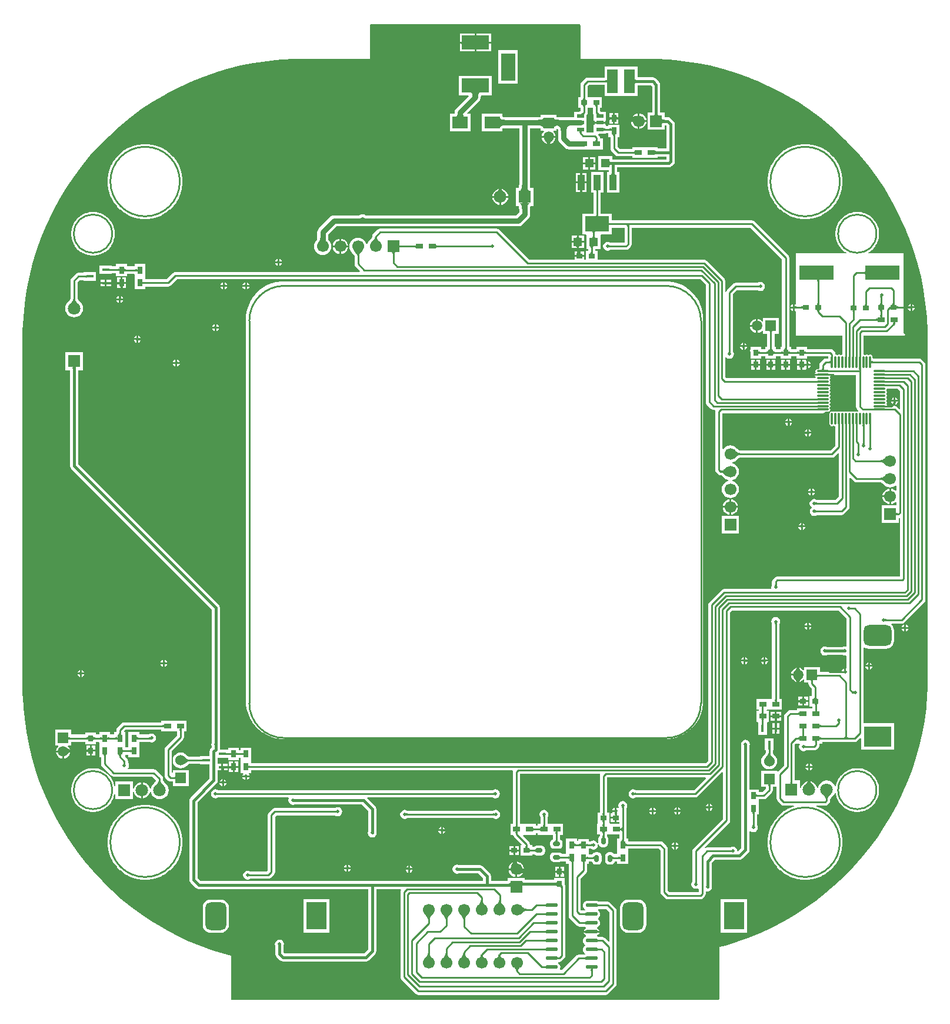
<source format=gbl>
G04*
G04 #@! TF.GenerationSoftware,Altium Limited,Altium Designer,18.1.8 (232)*
G04*
G04 Layer_Physical_Order=2*
G04 Layer_Color=16711680*
%FSLAX25Y25*%
%MOIN*%
G70*
G01*
G75*
%ADD10C,0.01000*%
%ADD16R,0.03500X0.03000*%
%ADD17R,0.03000X0.03500*%
%ADD18R,0.03150X0.04000*%
%ADD20R,0.04000X0.03150*%
%ADD48C,0.01500*%
%ADD49R,0.07087X0.07087*%
%ADD50C,0.07087*%
%ADD51C,0.06693*%
%ADD52R,0.06693X0.06693*%
%ADD53R,0.07087X0.07087*%
%ADD54C,0.07087*%
%ADD55C,0.05906*%
%ADD56R,0.05906X0.05906*%
%ADD57R,0.15748X0.11811*%
G04:AMPARAMS|DCode=58|XSize=118.11mil|YSize=157.48mil|CornerRadius=29.53mil|HoleSize=0mil|Usage=FLASHONLY|Rotation=270.000|XOffset=0mil|YOffset=0mil|HoleType=Round|Shape=RoundedRectangle|*
%AMROUNDEDRECTD58*
21,1,0.11811,0.09843,0,0,270.0*
21,1,0.05906,0.15748,0,0,270.0*
1,1,0.05906,-0.04921,-0.02953*
1,1,0.05906,-0.04921,0.02953*
1,1,0.05906,0.04921,0.02953*
1,1,0.05906,0.04921,-0.02953*
%
%ADD58ROUNDEDRECTD58*%
%ADD59R,0.11811X0.15748*%
G04:AMPARAMS|DCode=60|XSize=118.11mil|YSize=157.48mil|CornerRadius=29.53mil|HoleSize=0mil|Usage=FLASHONLY|Rotation=0.000|XOffset=0mil|YOffset=0mil|HoleType=Round|Shape=RoundedRectangle|*
%AMROUNDEDRECTD60*
21,1,0.11811,0.09843,0,0,0.0*
21,1,0.05906,0.15748,0,0,0.0*
1,1,0.05906,0.02953,-0.04921*
1,1,0.05906,-0.02953,-0.04921*
1,1,0.05906,-0.02953,0.04921*
1,1,0.05906,0.02953,0.04921*
%
%ADD60ROUNDEDRECTD60*%
%ADD61C,0.06000*%
%ADD62R,0.06000X0.06000*%
%ADD63R,0.06693X0.06693*%
%ADD64R,0.05906X0.05906*%
%ADD65R,0.07087X0.07087*%
%ADD66R,0.07874X0.15748*%
%ADD67R,0.15748X0.07874*%
%ADD68C,0.02000*%
G04:AMPARAMS|DCode=69|XSize=23.62mil|YSize=39.37mil|CornerRadius=5.91mil|HoleSize=0mil|Usage=FLASHONLY|Rotation=90.000|XOffset=0mil|YOffset=0mil|HoleType=Round|Shape=RoundedRectangle|*
%AMROUNDEDRECTD69*
21,1,0.02362,0.02756,0,0,90.0*
21,1,0.01181,0.03937,0,0,90.0*
1,1,0.01181,0.01378,0.00591*
1,1,0.01181,0.01378,-0.00591*
1,1,0.01181,-0.01378,-0.00591*
1,1,0.01181,-0.01378,0.00591*
%
%ADD69ROUNDEDRECTD69*%
G04:AMPARAMS|DCode=70|XSize=23.62mil|YSize=39.37mil|CornerRadius=5.91mil|HoleSize=0mil|Usage=FLASHONLY|Rotation=0.000|XOffset=0mil|YOffset=0mil|HoleType=Round|Shape=RoundedRectangle|*
%AMROUNDEDRECTD70*
21,1,0.02362,0.02756,0,0,0.0*
21,1,0.01181,0.03937,0,0,0.0*
1,1,0.01181,0.00591,-0.01378*
1,1,0.01181,-0.00591,-0.01378*
1,1,0.01181,-0.00591,0.01378*
1,1,0.01181,0.00591,0.01378*
%
%ADD70ROUNDEDRECTD70*%
%ADD71O,0.06870X0.02205*%
%ADD72R,0.03937X0.01772*%
%ADD73R,0.19685X0.07874*%
%ADD74R,0.01772X0.03937*%
%ADD75O,0.01181X0.07087*%
%ADD76O,0.07087X0.01181*%
%ADD77R,0.08661X0.06890*%
%ADD78R,0.03937X0.08661*%
%ADD79R,0.13780X0.08661*%
%ADD80R,0.06299X0.13780*%
%ADD81R,0.03937X0.02165*%
%ADD82R,0.05000X0.05000*%
%ADD83C,0.03150*%
G36*
X197134Y551606D02*
X197275Y551465D01*
X197352Y551281D01*
Y531997D01*
X236221D01*
X240099Y531998D01*
X247846Y531617D01*
X255565Y530857D01*
X263238Y529719D01*
X270845Y528205D01*
X278369Y526321D01*
X285791Y524069D01*
X293094Y521456D01*
X300260Y518488D01*
X307272Y515171D01*
X314113Y511515D01*
X320766Y507527D01*
X327215Y503218D01*
X333445Y498598D01*
X339441Y493677D01*
X345188Y488468D01*
X350673Y482983D01*
X355882Y477236D01*
X360802Y471240D01*
X365423Y465010D01*
X369732Y458561D01*
X373720Y451908D01*
X377376Y445068D01*
X380693Y438056D01*
X383661Y430890D01*
X386274Y423587D01*
X388525Y416164D01*
X390410Y408640D01*
X391923Y401033D01*
X393061Y393360D01*
X393822Y385641D01*
X394202Y377894D01*
Y374016D01*
X394202Y175362D01*
X394202Y175357D01*
X394202Y175351D01*
X394202Y175346D01*
X394047Y171753D01*
X393410Y164595D01*
X392450Y157473D01*
X391166Y150403D01*
X389562Y143397D01*
X387641Y136473D01*
X385408Y129642D01*
X382866Y122920D01*
X380021Y116321D01*
X376879Y109858D01*
X373447Y103544D01*
X369731Y97393D01*
X365739Y91417D01*
X361480Y85629D01*
X356962Y80041D01*
X352194Y74664D01*
X347187Y69509D01*
X341951Y64587D01*
X336496Y59908D01*
X330835Y55482D01*
X324978Y51318D01*
X318937Y47425D01*
X312726Y43810D01*
X306357Y40481D01*
X299843Y37446D01*
X293198Y34710D01*
X286436Y32278D01*
X279570Y30157D01*
X276092Y29253D01*
Y-100D01*
X276016Y-284D01*
X275875Y-425D01*
X275690Y-501D01*
X-100D01*
X-284Y-425D01*
X-425Y-284D01*
X-501Y-100D01*
X-501Y24298D01*
X-4094Y25235D01*
X-11182Y27444D01*
X-18159Y29983D01*
X-25008Y32848D01*
X-31716Y36031D01*
X-38267Y39526D01*
X-44646Y43325D01*
X-50840Y47418D01*
X-56834Y51799D01*
X-62617Y56456D01*
X-68174Y61380D01*
X-73494Y66559D01*
X-78564Y71982D01*
X-83375Y77638D01*
X-87914Y83513D01*
X-92172Y89595D01*
X-96140Y95870D01*
X-99809Y102325D01*
X-103171Y108945D01*
X-106218Y115715D01*
X-108944Y122622D01*
X-111342Y129648D01*
X-113408Y136779D01*
X-115136Y144000D01*
X-116523Y151294D01*
X-117566Y158645D01*
X-118263Y166037D01*
X-118612Y173453D01*
Y177165D01*
Y374016D01*
Y377894D01*
X-118231Y385641D01*
X-117471Y393360D01*
X-116333Y401033D01*
X-114820Y408640D01*
X-112935Y416164D01*
X-110683Y423587D01*
X-108070Y430890D01*
X-105102Y438056D01*
X-101786Y445068D01*
X-98129Y451908D01*
X-94142Y458561D01*
X-89832Y465010D01*
X-85212Y471240D01*
X-80291Y477236D01*
X-75082Y482983D01*
X-69598Y488468D01*
X-63850Y493677D01*
X-57855Y498598D01*
X-51625Y503218D01*
X-45175Y507527D01*
X-38522Y511515D01*
X-31682Y515171D01*
X-24670Y518488D01*
X-17504Y521456D01*
X-10201Y524069D01*
X-2778Y526321D01*
X4746Y528205D01*
X12353Y529719D01*
X20026Y530857D01*
X27745Y531617D01*
X35492Y531998D01*
X39371D01*
X39371Y531997D01*
X39373D01*
X39373Y531997D01*
X39373Y531997D01*
X78239D01*
Y551281D01*
X78315Y551465D01*
X78456Y551606D01*
X78640Y551683D01*
X196950D01*
X197134Y551606D01*
D02*
G37*
%LPC*%
G36*
X146818Y546211D02*
X138444D01*
Y541774D01*
X146818D01*
Y546211D01*
D02*
G37*
G36*
X137444D02*
X129070D01*
Y541774D01*
X129082D01*
Y541774D01*
X129274Y541779D01*
X129446Y541794D01*
X129598Y541819D01*
X129729Y541854D01*
X129841Y541899D01*
X129932Y541954D01*
X130003Y542019D01*
X130053Y542094D01*
X130084Y542179D01*
X130094Y542274D01*
Y541774D01*
X137444D01*
Y546211D01*
D02*
G37*
G36*
Y540774D02*
X130094D01*
Y540274D01*
X130084Y540369D01*
X130053Y540454D01*
X130003Y540529D01*
X129932Y540594D01*
X129841Y540649D01*
X129729Y540694D01*
X129598Y540729D01*
X129446Y540754D01*
X129274Y540769D01*
X129082Y540774D01*
X129070D01*
Y536337D01*
X137444D01*
Y540774D01*
D02*
G37*
G36*
X146818D02*
X138444D01*
Y536337D01*
X146818D01*
Y540774D01*
D02*
G37*
G36*
X220518Y527754D02*
X220019Y527754D01*
X211070D01*
Y521404D01*
X201444D01*
X201444Y521404D01*
X200663Y521249D01*
X200002Y520807D01*
X198102Y518907D01*
X197660Y518245D01*
X197504Y517465D01*
Y510365D01*
X196294D01*
Y504365D01*
X197504D01*
Y502561D01*
X197273Y502330D01*
X197258Y502317D01*
X197192Y502267D01*
X197139Y502232D01*
X197098Y502210D01*
X197072Y502197D01*
X197060Y502193D01*
X197002Y502190D01*
X196991Y502187D01*
X193963D01*
Y499048D01*
X185577D01*
X185565Y499051D01*
X185003Y499062D01*
X184551Y499093D01*
X184182Y499141D01*
X183907Y499198D01*
X183896Y499201D01*
Y500254D01*
X182472D01*
X182384Y500272D01*
X182297Y500254D01*
X182235D01*
X182179Y500258D01*
X182168Y500254D01*
X176719D01*
X176709Y500258D01*
X176652Y500254D01*
X176590D01*
X176503Y500272D01*
X176416Y500254D01*
X174991D01*
Y499201D01*
X174981Y499198D01*
X174729Y499146D01*
X173862Y499062D01*
X173322Y499051D01*
X173311Y499048D01*
X155018D01*
X155007Y499050D01*
X154453Y499065D01*
X154022Y499103D01*
X153679Y499160D01*
X153432Y499226D01*
X153330Y499268D01*
Y500892D01*
X141668D01*
Y491002D01*
X153330D01*
Y492626D01*
X153432Y492668D01*
X153679Y492734D01*
X154022Y492791D01*
X154453Y492829D01*
X155007Y492843D01*
X155018Y492845D01*
X162732D01*
Y460596D01*
X162730Y460586D01*
X162715Y460032D01*
X162677Y459600D01*
X162620Y459257D01*
X162554Y459011D01*
X162512Y458908D01*
X160790D01*
Y448821D01*
X162495D01*
X162511Y448816D01*
X162555Y448709D01*
X162621Y448465D01*
X162677Y448125D01*
X162715Y447695D01*
X162730Y447144D01*
X162732Y447133D01*
Y445149D01*
X161049Y443466D01*
X75604D01*
X75494Y443551D01*
X74746Y443860D01*
X73944Y443966D01*
X73141Y443860D01*
X72393Y443551D01*
X72283Y443466D01*
X57865D01*
X57062Y443360D01*
X56314Y443051D01*
X55672Y442558D01*
X49251Y436137D01*
X48758Y435494D01*
X48448Y434746D01*
X48342Y433944D01*
Y430870D01*
X48340Y430859D01*
X48333Y430542D01*
X48315Y430288D01*
X48288Y430064D01*
X48252Y429873D01*
X48211Y429713D01*
X48167Y429586D01*
X48125Y429490D01*
X48086Y429422D01*
X48054Y429377D01*
X48042Y429363D01*
X47987Y429321D01*
X47210Y428309D01*
X46722Y427130D01*
X46555Y425865D01*
X46722Y424600D01*
X47210Y423421D01*
X47987Y422408D01*
X49000Y421631D01*
X50178Y421143D01*
X51444Y420976D01*
X52709Y421143D01*
X53888Y421631D01*
X54900Y422408D01*
X55677Y423421D01*
X56165Y424600D01*
X56332Y425865D01*
X56165Y427130D01*
X55677Y428309D01*
X54900Y429321D01*
X54846Y429363D01*
X54833Y429377D01*
X54801Y429422D01*
X54763Y429490D01*
X54720Y429586D01*
X54676Y429713D01*
X54635Y429873D01*
X54604Y430043D01*
X54554Y430562D01*
X54548Y430859D01*
X54545Y430870D01*
Y432659D01*
X59149Y437263D01*
X162333D01*
X163136Y437369D01*
X163446Y437497D01*
X163884Y437679D01*
X164526Y438172D01*
X168026Y441672D01*
X168519Y442314D01*
X168829Y443062D01*
X168935Y443865D01*
Y447133D01*
X168937Y447144D01*
X168952Y447695D01*
X168990Y448125D01*
X169046Y448465D01*
X169112Y448709D01*
X169156Y448816D01*
X169172Y448821D01*
X170877D01*
Y458908D01*
X169155D01*
X169113Y459011D01*
X169046Y459257D01*
X168990Y459600D01*
X168952Y460032D01*
X168937Y460586D01*
X168935Y460596D01*
Y492845D01*
X173304D01*
X173315Y492843D01*
X173868Y492829D01*
X174302Y492792D01*
X174647Y492737D01*
X174897Y492673D01*
X174991Y492636D01*
Y491349D01*
X176416D01*
X176503Y491332D01*
X176586Y491348D01*
X176587Y491348D01*
X176726Y491101D01*
X176781Y490867D01*
X176625Y490747D01*
X175991Y489921D01*
X175593Y488960D01*
X175523Y488428D01*
X179444D01*
X183365D01*
X183295Y488960D01*
X182896Y489921D01*
X182263Y490747D01*
X182106Y490867D01*
X182161Y491101D01*
X182301Y491348D01*
X182302Y491348D01*
X182384Y491332D01*
X182472Y491349D01*
X183896D01*
Y492299D01*
X183959Y492374D01*
X184342Y492571D01*
X184396Y492578D01*
X184495Y492498D01*
X184588Y492383D01*
X184676Y492220D01*
X184756Y491980D01*
X184815Y491647D01*
X184842Y491142D01*
X184842Y491139D01*
Y486865D01*
X184948Y486062D01*
X185258Y485314D01*
X185751Y484672D01*
X188751Y481672D01*
X189393Y481179D01*
X190141Y480869D01*
X190944Y480763D01*
X199294D01*
X199495Y480790D01*
X202794D01*
Y480790D01*
X203094D01*
Y480790D01*
X210094D01*
Y486940D01*
X209005D01*
X208633Y487215D01*
X208478Y487995D01*
X208036Y488657D01*
X208036Y488657D01*
X207612Y489080D01*
X207804Y489542D01*
X211924D01*
Y490086D01*
X213369D01*
Y487715D01*
X214405D01*
Y481365D01*
X214560Y480584D01*
X215002Y479923D01*
X217366Y477559D01*
X218027Y477117D01*
X218807Y476962D01*
X226794D01*
Y475926D01*
X233594D01*
X234094Y475926D01*
X234294Y475926D01*
X241094D01*
Y476707D01*
X246338D01*
Y475159D01*
X215444D01*
Y476865D01*
X207444D01*
Y468865D01*
X213705D01*
Y468007D01*
X212530D01*
Y456345D01*
X219467D01*
Y468007D01*
X218293D01*
Y470571D01*
X247485D01*
X248363Y470745D01*
X249107Y471243D01*
X250255Y472390D01*
X250752Y473134D01*
X250926Y474012D01*
Y478865D01*
Y495176D01*
X250752Y496054D01*
X250255Y496798D01*
X248645Y498408D01*
X247900Y498906D01*
X247022Y499080D01*
X245211D01*
Y501632D01*
X242659D01*
Y517444D01*
X242484Y518321D01*
X241987Y519066D01*
X240066Y520987D01*
X239322Y521484D01*
X238444Y521659D01*
X229818D01*
Y527754D01*
X220869D01*
X220518Y527754D01*
D02*
G37*
G36*
X161885Y536869D02*
X151011D01*
Y518121D01*
X161885D01*
Y536869D01*
D02*
G37*
G36*
X147318Y522302D02*
X128570D01*
Y511428D01*
X133967D01*
X134159Y510966D01*
X127196Y504003D01*
X126703Y503360D01*
X126393Y502612D01*
X126301Y501911D01*
X126285Y501838D01*
X126277Y501407D01*
X126256Y501066D01*
X126235Y500892D01*
X123558D01*
Y491002D01*
X135219D01*
Y500892D01*
X133510D01*
X133318Y501354D01*
X140137Y508172D01*
X140629Y508814D01*
X140939Y509562D01*
X141031Y510258D01*
X141048Y510333D01*
X141057Y510786D01*
X141081Y511141D01*
X141118Y511423D01*
X141119Y511428D01*
X147318D01*
Y522302D01*
D02*
G37*
G36*
X183365Y487428D02*
X179944D01*
Y485819D01*
X181511D01*
X181213Y485517D01*
X180711Y484942D01*
X180508Y484670D01*
X180335Y484408D01*
X180194Y484156D01*
X180139Y484032D01*
X180475Y484077D01*
X181437Y484475D01*
X182263Y485109D01*
X182896Y485934D01*
X183295Y486896D01*
X183365Y487428D01*
D02*
G37*
G36*
X178944D02*
X175523D01*
X175593Y486896D01*
X175991Y485934D01*
X176625Y485109D01*
X177450Y484475D01*
X178412Y484077D01*
X178749Y484032D01*
X178693Y484156D01*
X178552Y484408D01*
X178380Y484670D01*
X178176Y484942D01*
X177674Y485517D01*
X177377Y485819D01*
X178944D01*
Y487428D01*
D02*
G37*
G36*
X326093Y483813D02*
X323513D01*
X323414Y483793D01*
X323313Y483800D01*
X320755Y483463D01*
X320659Y483430D01*
X320559Y483424D01*
X318066Y482756D01*
X317976Y482711D01*
X317877Y482692D01*
X315493Y481704D01*
X315409Y481648D01*
X315313Y481616D01*
X313079Y480326D01*
X313003Y480259D01*
X312912Y480214D01*
X310865Y478644D01*
X310799Y478568D01*
X310715Y478512D01*
X308890Y476687D01*
X308834Y476603D01*
X308758Y476537D01*
X307187Y474489D01*
X307142Y474399D01*
X307076Y474323D01*
X305786Y472088D01*
X305753Y471993D01*
X305697Y471909D01*
X304710Y469525D01*
X304690Y469426D01*
X304645Y469335D01*
X303978Y466843D01*
X303971Y466742D01*
X303939Y466647D01*
X303602Y464088D01*
X303608Y463988D01*
X303589Y463889D01*
Y461308D01*
X303608Y461209D01*
X303602Y461109D01*
X303939Y458550D01*
X303971Y458455D01*
X303978Y458354D01*
X304645Y455861D01*
X304690Y455771D01*
X304710Y455672D01*
X305697Y453288D01*
X305753Y453204D01*
X305786Y453109D01*
X307076Y450874D01*
X307142Y450798D01*
X307187Y450707D01*
X308758Y448660D01*
X308834Y448594D01*
X308890Y448510D01*
X310715Y446685D01*
X310799Y446629D01*
X310865Y446553D01*
X312912Y444982D01*
X313003Y444938D01*
X313079Y444871D01*
X315313Y443581D01*
X315409Y443549D01*
X315493Y443493D01*
X317877Y442505D01*
X317976Y442485D01*
X318066Y442441D01*
X320559Y441773D01*
X320659Y441766D01*
X320755Y441734D01*
X323313Y441397D01*
X323414Y441404D01*
X323513Y441384D01*
X326093D01*
X326192Y441404D01*
X326293Y441397D01*
X328851Y441734D01*
X328947Y441766D01*
X329048Y441773D01*
X331540Y442441D01*
X331631Y442485D01*
X331730Y442505D01*
X334114Y443493D01*
X334197Y443549D01*
X334293Y443581D01*
X336528Y444871D01*
X336603Y444938D01*
X336694Y444982D01*
X338741Y446553D01*
X338808Y446629D01*
X338892Y446685D01*
X340716Y448510D01*
X340772Y448594D01*
X340848Y448660D01*
X342419Y450707D01*
X342464Y450798D01*
X342530Y450874D01*
X343821Y453109D01*
X343853Y453204D01*
X343909Y453288D01*
X344897Y455672D01*
X344916Y455771D01*
X344961Y455861D01*
X345629Y458354D01*
X345635Y458455D01*
X345668Y458550D01*
X346005Y461109D01*
X345998Y461209D01*
X346018Y461308D01*
Y463889D01*
X345998Y463988D01*
X346005Y464088D01*
X345668Y466647D01*
X345635Y466742D01*
X345629Y466843D01*
X344961Y469335D01*
X344916Y469426D01*
X344897Y469525D01*
X343909Y471909D01*
X343853Y471993D01*
X343821Y472088D01*
X342530Y474323D01*
X342464Y474399D01*
X342419Y474489D01*
X340848Y476537D01*
X340772Y476603D01*
X340716Y476687D01*
X338892Y478512D01*
X338808Y478568D01*
X338741Y478644D01*
X336694Y480214D01*
X336604Y480259D01*
X336528Y480326D01*
X334293Y481616D01*
X334197Y481648D01*
X334114Y481704D01*
X331730Y482692D01*
X331631Y482711D01*
X331540Y482756D01*
X329048Y483424D01*
X328947Y483430D01*
X328851Y483463D01*
X326293Y483800D01*
X326192Y483793D01*
X326093Y483813D01*
D02*
G37*
G36*
X-47922D02*
X-50503D01*
X-50602Y483793D01*
X-50702Y483800D01*
X-53261Y483463D01*
X-53356Y483430D01*
X-53457Y483424D01*
X-55950Y482756D01*
X-56040Y482711D01*
X-56139Y482692D01*
X-58523Y481704D01*
X-58607Y481648D01*
X-58702Y481616D01*
X-60937Y480326D01*
X-61013Y480259D01*
X-61103Y480214D01*
X-63151Y478644D01*
X-63217Y478568D01*
X-63301Y478512D01*
X-65126Y476687D01*
X-65182Y476603D01*
X-65258Y476537D01*
X-66829Y474489D01*
X-66873Y474399D01*
X-66940Y474323D01*
X-68230Y472088D01*
X-68262Y471993D01*
X-68318Y471909D01*
X-69306Y469525D01*
X-69326Y469426D01*
X-69370Y469335D01*
X-70038Y466843D01*
X-70045Y466742D01*
X-70077Y466647D01*
X-70414Y464088D01*
X-70407Y463988D01*
X-70427Y463889D01*
Y461308D01*
X-70407Y461209D01*
X-70414Y461109D01*
X-70077Y458550D01*
X-70045Y458455D01*
X-70038Y458354D01*
X-69370Y455861D01*
X-69326Y455771D01*
X-69306Y455672D01*
X-68318Y453288D01*
X-68262Y453204D01*
X-68230Y453109D01*
X-66940Y450874D01*
X-66873Y450798D01*
X-66829Y450707D01*
X-65258Y448660D01*
X-65182Y448594D01*
X-65126Y448510D01*
X-63301Y446685D01*
X-63217Y446629D01*
X-63151Y446553D01*
X-61103Y444982D01*
X-61013Y444938D01*
X-60937Y444871D01*
X-58702Y443581D01*
X-58607Y443549D01*
X-58523Y443493D01*
X-56139Y442505D01*
X-56040Y442485D01*
X-55950Y442441D01*
X-53457Y441773D01*
X-53356Y441766D01*
X-53261Y441734D01*
X-50702Y441397D01*
X-50602Y441404D01*
X-50503Y441384D01*
X-47922D01*
X-47823Y441404D01*
X-47723Y441397D01*
X-45164Y441734D01*
X-45069Y441766D01*
X-44968Y441773D01*
X-42476Y442441D01*
X-42385Y442485D01*
X-42286Y442505D01*
X-39902Y443493D01*
X-39818Y443549D01*
X-39723Y443581D01*
X-37488Y444871D01*
X-37412Y444938D01*
X-37322Y444982D01*
X-35274Y446553D01*
X-35208Y446629D01*
X-35124Y446685D01*
X-33299Y448510D01*
X-33243Y448594D01*
X-33167Y448660D01*
X-31597Y450707D01*
X-31552Y450798D01*
X-31486Y450874D01*
X-30195Y453109D01*
X-30163Y453204D01*
X-30107Y453288D01*
X-29119Y455672D01*
X-29100Y455771D01*
X-29055Y455861D01*
X-28387Y458354D01*
X-28381Y458455D01*
X-28348Y458550D01*
X-28011Y461109D01*
X-28018Y461209D01*
X-27998Y461308D01*
Y463889D01*
X-28018Y463988D01*
X-28011Y464088D01*
X-28348Y466647D01*
X-28381Y466742D01*
X-28387Y466843D01*
X-29055Y469335D01*
X-29100Y469426D01*
X-29119Y469525D01*
X-30107Y471909D01*
X-30163Y471993D01*
X-30195Y472088D01*
X-31486Y474323D01*
X-31552Y474399D01*
X-31597Y474489D01*
X-33167Y476537D01*
X-33243Y476603D01*
X-33299Y476687D01*
X-35124Y478512D01*
X-35208Y478568D01*
X-35274Y478644D01*
X-37322Y480214D01*
X-37412Y480259D01*
X-37488Y480326D01*
X-39723Y481616D01*
X-39818Y481648D01*
X-39902Y481704D01*
X-42286Y482692D01*
X-42385Y482711D01*
X-42476Y482756D01*
X-44968Y483424D01*
X-45069Y483430D01*
X-45164Y483463D01*
X-47723Y483800D01*
X-47823Y483793D01*
X-47922Y483813D01*
D02*
G37*
G36*
X205944Y476365D02*
X202944D01*
Y473365D01*
X205944D01*
Y476365D01*
D02*
G37*
G36*
X201944D02*
X198944D01*
Y473365D01*
X198956D01*
D01*
X199146Y473370D01*
X199316Y473385D01*
X199466Y473410D01*
X199596Y473445D01*
X199706Y473490D01*
X199796Y473545D01*
X199866Y473610D01*
X199916Y473685D01*
X199946Y473770D01*
X199956Y473865D01*
Y473365D01*
X201944D01*
Y476365D01*
D02*
G37*
G36*
Y472365D02*
X199956D01*
Y471865D01*
X199946Y471960D01*
X199916Y472045D01*
X199866Y472120D01*
X199796Y472185D01*
X199706Y472240D01*
X199596Y472285D01*
X199466Y472320D01*
X199316Y472345D01*
X199146Y472360D01*
X198956Y472365D01*
X198944D01*
Y469365D01*
X201944D01*
Y472365D01*
D02*
G37*
G36*
X205944D02*
X202944D01*
Y469365D01*
X205944D01*
Y472365D01*
D02*
G37*
G36*
X200857Y467507D02*
X198389D01*
Y467494D01*
D01*
X198394Y467305D01*
X198408Y467135D01*
X198433Y466985D01*
X198469Y466854D01*
X198514Y466745D01*
X198569Y466654D01*
X198634Y466584D01*
X198708Y466535D01*
X198794Y466504D01*
X198889Y466495D01*
X198389D01*
Y462676D01*
X200857D01*
Y467507D01*
D02*
G37*
G36*
X197389D02*
X194920D01*
Y462676D01*
X197389D01*
Y466495D01*
X196889D01*
X196984Y466504D01*
X197069Y466535D01*
X197144Y466584D01*
X197208Y466654D01*
X197264Y466745D01*
X197309Y466854D01*
X197344Y466985D01*
X197369Y467135D01*
X197383Y467305D01*
X197389Y467494D01*
Y467507D01*
D02*
G37*
G36*
X200857Y461676D02*
X198389D01*
Y457869D01*
X198889D01*
X198794Y457859D01*
X198708Y457829D01*
X198634Y457778D01*
X198569Y457707D01*
X198514Y457616D01*
X198469Y457505D01*
X198433Y457373D01*
X198408Y457221D01*
X198394Y457049D01*
X198389Y456857D01*
Y456845D01*
X200857D01*
Y461676D01*
D02*
G37*
G36*
X197389D02*
X194920D01*
Y456845D01*
X197389D01*
Y456857D01*
D01*
X197383Y457049D01*
X197369Y457221D01*
X197344Y457373D01*
X197309Y457505D01*
X197264Y457616D01*
X197208Y457707D01*
X197144Y457778D01*
X197069Y457829D01*
X196984Y457859D01*
X196889Y457869D01*
X197389D01*
Y461676D01*
D02*
G37*
G36*
X152937Y458331D02*
X153049Y458142D01*
X153267Y457824D01*
X153524Y457490D01*
X154158Y456776D01*
X154534Y456395D01*
X152554D01*
Y454365D01*
X156571D01*
X156480Y455051D01*
X156023Y456156D01*
X155294Y457105D01*
X154345Y457833D01*
X153240Y458291D01*
X152937Y458331D01*
D02*
G37*
G36*
X151170D02*
X150868Y458291D01*
X149763Y457833D01*
X148814Y457105D01*
X148085Y456156D01*
X147627Y455051D01*
X147537Y454365D01*
X151554D01*
Y456395D01*
X149574D01*
X149950Y456776D01*
X150584Y457490D01*
X150841Y457824D01*
X151059Y458142D01*
X151170Y458331D01*
D02*
G37*
G36*
X156571Y453365D02*
X152554D01*
Y449348D01*
X153240Y449438D01*
X154345Y449896D01*
X155294Y450624D01*
X156023Y451574D01*
X156480Y452679D01*
X156571Y453365D01*
D02*
G37*
G36*
X151554D02*
X147537D01*
X147627Y452679D01*
X148085Y451574D01*
X148814Y450624D01*
X149763Y449896D01*
X150868Y449438D01*
X151554Y449348D01*
Y453365D01*
D02*
G37*
G36*
X-78031Y445427D02*
X-79450D01*
X-79549Y445407D01*
X-79649Y445414D01*
X-81056Y445229D01*
X-81152Y445196D01*
X-81253Y445190D01*
X-82624Y444822D01*
X-82714Y444778D01*
X-82813Y444758D01*
X-84124Y444215D01*
X-84208Y444159D01*
X-84304Y444126D01*
X-85533Y443417D01*
X-85609Y443350D01*
X-85699Y443306D01*
X-86825Y442442D01*
X-86892Y442366D01*
X-86976Y442310D01*
X-87979Y441306D01*
X-88035Y441222D01*
X-88111Y441156D01*
X-88975Y440030D01*
X-89020Y439939D01*
X-89086Y439863D01*
X-89796Y438634D01*
X-89828Y438539D01*
X-89884Y438455D01*
X-90427Y437144D01*
X-90447Y437045D01*
X-90492Y436954D01*
X-90859Y435583D01*
X-90866Y435483D01*
X-90898Y435387D01*
X-91083Y433980D01*
X-91077Y433879D01*
X-91096Y433780D01*
Y432361D01*
X-91077Y432262D01*
X-91083Y432162D01*
X-90898Y430755D01*
X-90866Y430659D01*
X-90859Y430558D01*
X-90492Y429187D01*
X-90447Y429097D01*
X-90427Y428998D01*
X-89884Y427687D01*
X-89828Y427603D01*
X-89796Y427507D01*
X-89086Y426278D01*
X-89020Y426202D01*
X-88975Y426112D01*
X-88111Y424986D01*
X-88035Y424919D01*
X-87979Y424835D01*
X-86976Y423832D01*
X-86892Y423776D01*
X-86825Y423700D01*
X-85699Y422836D01*
X-85609Y422791D01*
X-85533Y422725D01*
X-84304Y422015D01*
X-84208Y421983D01*
X-84124Y421927D01*
X-82813Y421384D01*
X-82714Y421364D01*
X-82624Y421319D01*
X-81253Y420952D01*
X-81152Y420945D01*
X-81056Y420913D01*
X-79649Y420728D01*
X-79549Y420734D01*
X-79450Y420715D01*
X-78031D01*
X-77932Y420734D01*
X-77831Y420728D01*
X-76424Y420913D01*
X-76328Y420945D01*
X-76228Y420952D01*
X-74857Y421319D01*
X-74766Y421364D01*
X-74667Y421384D01*
X-73356Y421927D01*
X-73272Y421983D01*
X-73177Y422015D01*
X-71947Y422725D01*
X-71872Y422791D01*
X-71781Y422836D01*
X-70655Y423700D01*
X-70589Y423776D01*
X-70505Y423832D01*
X-69501Y424835D01*
X-69445Y424919D01*
X-69369Y424986D01*
X-68505Y426112D01*
X-68461Y426202D01*
X-68394Y426278D01*
X-67685Y427507D01*
X-67652Y427603D01*
X-67596Y427687D01*
X-67053Y428998D01*
X-67033Y429097D01*
X-66989Y429187D01*
X-66621Y430558D01*
X-66615Y430659D01*
X-66582Y430755D01*
X-66397Y432162D01*
X-66404Y432262D01*
X-66384Y432361D01*
Y433780D01*
X-66404Y433879D01*
X-66397Y433980D01*
X-66582Y435387D01*
X-66615Y435483D01*
X-66621Y435583D01*
X-66989Y436954D01*
X-67033Y437045D01*
X-67053Y437144D01*
X-67596Y438455D01*
X-67652Y438539D01*
X-67685Y438634D01*
X-68394Y439863D01*
X-68461Y439939D01*
X-68505Y440030D01*
X-69369Y441156D01*
X-69445Y441222D01*
X-69501Y441306D01*
X-70505Y442310D01*
X-70589Y442366D01*
X-70655Y442442D01*
X-71781Y443306D01*
X-71872Y443350D01*
X-71947Y443417D01*
X-73177Y444126D01*
X-73272Y444159D01*
X-73356Y444215D01*
X-74667Y444758D01*
X-74766Y444778D01*
X-74857Y444822D01*
X-76228Y445190D01*
X-76328Y445196D01*
X-76424Y445229D01*
X-77831Y445414D01*
X-77932Y445407D01*
X-78031Y445427D01*
D02*
G37*
G36*
X199444Y431865D02*
X196444D01*
Y431853D01*
D01*
X196449Y431661D01*
X196464Y431488D01*
X196489Y431337D01*
X196524Y431205D01*
X196569Y431094D01*
X196624Y431003D01*
X196689Y430932D01*
X196764Y430881D01*
X196849Y430851D01*
X196944Y430841D01*
X196444D01*
Y428865D01*
X199444D01*
Y431865D01*
D02*
G37*
G36*
X195444D02*
X192444D01*
Y428865D01*
X195444D01*
Y430841D01*
X194944D01*
X195039Y430851D01*
X195124Y430881D01*
X195199Y430932D01*
X195264Y431003D01*
X195319Y431094D01*
X195364Y431205D01*
X195399Y431337D01*
X195424Y431488D01*
X195439Y431661D01*
X195444Y431853D01*
Y431865D01*
D02*
G37*
G36*
X61944Y430183D02*
Y426365D01*
X65762D01*
X65678Y426999D01*
X65240Y428057D01*
X64544Y428965D01*
X63636Y429661D01*
X62578Y430099D01*
X61944Y430183D01*
D02*
G37*
G36*
X60944D02*
X60309Y430099D01*
X59252Y429661D01*
X58344Y428965D01*
X57647Y428057D01*
X57209Y426999D01*
X57126Y426365D01*
X60944D01*
Y430183D01*
D02*
G37*
G36*
X199444Y427865D02*
X196444D01*
Y425889D01*
X196944D01*
X196849Y425879D01*
X196764Y425848D01*
X196689Y425798D01*
X196624Y425727D01*
X196569Y425636D01*
X196524Y425524D01*
X196489Y425393D01*
X196464Y425241D01*
X196449Y425069D01*
X196444Y424877D01*
Y424865D01*
X199444D01*
Y427865D01*
D02*
G37*
G36*
X195444D02*
X192444D01*
Y424865D01*
X195444D01*
Y424877D01*
D01*
X195439Y425069D01*
X195424Y425241D01*
X195399Y425393D01*
X195364Y425524D01*
X195319Y425636D01*
X195264Y425727D01*
X195199Y425798D01*
X195124Y425848D01*
X195039Y425879D01*
X194944Y425889D01*
X195444D01*
Y427865D01*
D02*
G37*
G36*
X65762Y425365D02*
X61944D01*
Y421547D01*
X62578Y421630D01*
X63636Y422068D01*
X64544Y422765D01*
X65240Y423673D01*
X65678Y424730D01*
X65762Y425365D01*
D02*
G37*
G36*
X60944D02*
X57126D01*
X57209Y424730D01*
X57647Y423673D01*
X58344Y422765D01*
X59252Y422068D01*
X60309Y421630D01*
X60944Y421547D01*
Y425365D01*
D02*
G37*
G36*
X199694Y422865D02*
X197444D01*
Y420865D01*
X199694D01*
Y422865D01*
D02*
G37*
G36*
X196444D02*
X194194D01*
Y420865D01*
X196444D01*
Y421844D01*
X195206Y421853D01*
X195251Y421863D01*
X195291Y421893D01*
X195327Y421943D01*
X195358Y422013D01*
X195384Y422103D01*
X195406Y422213D01*
X195422Y422343D01*
X195441Y422663D01*
X195444Y422853D01*
X196444D01*
Y422865D01*
D02*
G37*
G36*
X210412Y468007D02*
X203475D01*
Y456345D01*
X204905D01*
Y444384D01*
X198554D01*
Y432723D01*
X200602D01*
X200944Y432365D01*
Y424365D01*
X201804D01*
Y423365D01*
X200594D01*
Y418404D01*
X199694D01*
Y419865D01*
X194194D01*
Y418404D01*
X168410D01*
X151495Y435319D01*
X150834Y435761D01*
X150054Y435916D01*
X83877D01*
X83096Y435761D01*
X82435Y435319D01*
X80002Y432886D01*
X79560Y432224D01*
X79404Y431444D01*
Y431159D01*
X79398Y431133D01*
X79363Y431033D01*
X79294Y430888D01*
X79187Y430703D01*
X79039Y430484D01*
X78859Y430248D01*
X78333Y429653D01*
X78061Y429378D01*
X77987Y429321D01*
X77210Y428309D01*
X76722Y427130D01*
X76696Y426931D01*
X76192D01*
X76165Y427130D01*
X75677Y428309D01*
X74900Y429321D01*
X73888Y430098D01*
X72709Y430586D01*
X71444Y430753D01*
X70179Y430586D01*
X68999Y430098D01*
X67987Y429321D01*
X67210Y428309D01*
X66722Y427130D01*
X66555Y425865D01*
X66722Y424600D01*
X67210Y423421D01*
X67987Y422408D01*
X68061Y422351D01*
X68333Y422076D01*
X68859Y421481D01*
X69039Y421246D01*
X69187Y421027D01*
X69294Y420842D01*
X69363Y420696D01*
X69398Y420597D01*
X69405Y420570D01*
Y415865D01*
X69560Y415084D01*
X70002Y414423D01*
X72559Y411866D01*
X72367Y411404D01*
X-32056D01*
X-32056Y411404D01*
X-32837Y411249D01*
X-33498Y410807D01*
X-37051Y407254D01*
X-48628D01*
X-48981Y407608D01*
X-48981Y409015D01*
X-48981Y409215D01*
Y416015D01*
X-55131D01*
Y414554D01*
X-59482D01*
Y416015D01*
X-65631D01*
Y414644D01*
X-68088D01*
Y414991D01*
X-69512D01*
X-69600Y415008D01*
X-69687Y414991D01*
X-69770D01*
X-69813Y414993D01*
X-69820Y414991D01*
X-75025D01*
Y410219D01*
X-69820D01*
X-69813Y410217D01*
X-69770Y410219D01*
X-69687D01*
X-69600Y410202D01*
X-69512Y410219D01*
X-68088D01*
Y410566D01*
X-65631D01*
Y409015D01*
X-59482D01*
Y410476D01*
X-55485D01*
X-55131Y410122D01*
X-55131Y408715D01*
X-55131Y408515D01*
Y401715D01*
X-48981D01*
Y403176D01*
X-36206D01*
X-35426Y403331D01*
X-34764Y403773D01*
X-31212Y407326D01*
X265271D01*
X268405Y404192D01*
Y337865D01*
X268560Y337084D01*
X269002Y336423D01*
X271360Y334065D01*
X272022Y333623D01*
X272802Y333467D01*
X273720D01*
X274024Y332967D01*
X273904Y332365D01*
Y299365D01*
X274060Y298584D01*
X274502Y297923D01*
X275502Y296923D01*
X276163Y296481D01*
X276944Y296326D01*
X277149D01*
X277176Y296320D01*
X277275Y296284D01*
X277421Y296215D01*
X277606Y296108D01*
X277825Y295960D01*
X278060Y295780D01*
X278655Y295254D01*
X278930Y294982D01*
X278987Y294908D01*
X279999Y294131D01*
X281178Y293643D01*
X281377Y293617D01*
Y293113D01*
X281178Y293087D01*
X279999Y292598D01*
X278987Y291821D01*
X278210Y290809D01*
X277722Y289630D01*
X277555Y288365D01*
X277722Y287100D01*
X278210Y285921D01*
X278987Y284908D01*
X279999Y284131D01*
X281178Y283643D01*
X282444Y283476D01*
X283709Y283643D01*
X284888Y284131D01*
X285900Y284908D01*
X286677Y285921D01*
X287165Y287100D01*
X287332Y288365D01*
X287165Y289630D01*
X286677Y290809D01*
X285900Y291821D01*
X284888Y292598D01*
X283709Y293087D01*
X283510Y293113D01*
Y293617D01*
X283709Y293643D01*
X284888Y294131D01*
X285900Y294908D01*
X286677Y295921D01*
X287165Y297100D01*
X287332Y298365D01*
X287165Y299630D01*
X286677Y300809D01*
X285900Y301821D01*
X284888Y302598D01*
X283709Y303086D01*
X283510Y303113D01*
Y303617D01*
X283709Y303643D01*
X284888Y304131D01*
X285900Y304908D01*
X285957Y304982D01*
X286232Y305254D01*
X286827Y305780D01*
X287063Y305960D01*
X287282Y306108D01*
X287467Y306215D01*
X287612Y306284D01*
X287711Y306319D01*
X287738Y306326D01*
X339985D01*
X340765Y306481D01*
X341427Y306923D01*
X343443Y308939D01*
X343904Y308747D01*
Y284200D01*
X342109Y282404D01*
X331392D01*
X330919Y282720D01*
X329944Y282914D01*
X328968Y282720D01*
X328141Y282167D01*
X327589Y281340D01*
X327395Y280365D01*
X327589Y279389D01*
X328141Y278562D01*
X328461Y278349D01*
Y277849D01*
X328188Y277667D01*
X327636Y276840D01*
X327442Y275865D01*
X327636Y274889D01*
X328188Y274062D01*
X329015Y273510D01*
X329991Y273316D01*
X330966Y273510D01*
X331439Y273826D01*
X345444D01*
X346224Y273981D01*
X346886Y274423D01*
X349386Y276923D01*
X349828Y277584D01*
X349983Y278365D01*
Y294789D01*
X350445Y294980D01*
X352502Y292923D01*
X353163Y292481D01*
X353944Y292326D01*
X367649D01*
X367676Y292319D01*
X367775Y292284D01*
X367921Y292215D01*
X368106Y292108D01*
X368325Y291960D01*
X368560Y291780D01*
X369155Y291254D01*
X369430Y290982D01*
X369487Y290908D01*
X370499Y290131D01*
X371678Y289643D01*
X372944Y289476D01*
X374209Y289643D01*
X375388Y290131D01*
X375904Y290528D01*
X376405Y290281D01*
Y287764D01*
X375904Y287571D01*
X375136Y288161D01*
X374078Y288599D01*
X373444Y288683D01*
Y284365D01*
Y280047D01*
X374078Y280130D01*
X375136Y280568D01*
X375904Y281158D01*
X376405Y280966D01*
Y279211D01*
X368097D01*
Y269518D01*
X377790D01*
Y272033D01*
X378160Y272215D01*
X378595Y271925D01*
Y238904D01*
X308944D01*
X308163Y238749D01*
X307502Y238307D01*
X306652Y237457D01*
X306210Y236795D01*
X306054Y236015D01*
Y234313D01*
X305739Y233840D01*
X305545Y232865D01*
X305659Y232291D01*
X305342Y231904D01*
X278944D01*
X278163Y231749D01*
X277502Y231307D01*
X277502Y231307D01*
X270502Y224307D01*
X270060Y223645D01*
X269904Y222865D01*
Y134709D01*
X268507Y133311D01*
X11372D01*
X11018Y133665D01*
X11018Y135072D01*
X11018Y135272D01*
Y142072D01*
X4869D01*
Y140612D01*
X4019D01*
Y142072D01*
X-2131D01*
Y141048D01*
X-3512D01*
X-3600Y141066D01*
X-3685Y141049D01*
X-3772Y141056D01*
X-3796Y141048D01*
X-6808D01*
X-6862Y141115D01*
Y142798D01*
X-6801Y142889D01*
X-6607Y143865D01*
X-6801Y144840D01*
X-6862Y144931D01*
Y221465D01*
X-7037Y222343D01*
X-7534Y223087D01*
X-87130Y302683D01*
Y355818D01*
X-84381D01*
Y365905D01*
X-94468D01*
Y355818D01*
X-91718D01*
Y301733D01*
X-91544Y300855D01*
X-91047Y300111D01*
X-11450Y220514D01*
Y144931D01*
X-11511Y144840D01*
X-11705Y143865D01*
X-11511Y142889D01*
X-11450Y142798D01*
Y142065D01*
X-11938Y141577D01*
X-12436Y140833D01*
X-12610Y139955D01*
Y137308D01*
X-16222D01*
X-16229Y137311D01*
X-16272Y137308D01*
X-16354D01*
X-16442Y137326D01*
X-16529Y137308D01*
X-17954D01*
Y136961D01*
X-24323D01*
X-24331Y136963D01*
X-24409Y136990D01*
X-24527Y137043D01*
X-24679Y137129D01*
X-24862Y137249D01*
X-25056Y137395D01*
X-25565Y137840D01*
X-25804Y138075D01*
X-25847Y138132D01*
X-26787Y138853D01*
X-27882Y139306D01*
X-29056Y139461D01*
X-30231Y139306D01*
X-31326Y138853D01*
X-32266Y138132D01*
X-32987Y137192D01*
X-33441Y136097D01*
X-33595Y134922D01*
X-33441Y133747D01*
X-32987Y132653D01*
X-32266Y131713D01*
X-31326Y130991D01*
X-30231Y130538D01*
X-29056Y130383D01*
X-27882Y130538D01*
X-26787Y130991D01*
X-25847Y131713D01*
X-25804Y131769D01*
X-25564Y132005D01*
X-25056Y132449D01*
X-24862Y132595D01*
X-24679Y132716D01*
X-24527Y132801D01*
X-24409Y132855D01*
X-24331Y132881D01*
X-24323Y132883D01*
X-17954D01*
Y132536D01*
X-16529D01*
X-16442Y132519D01*
X-16354Y132536D01*
X-16272D01*
X-16229Y132534D01*
X-16222Y132536D01*
X-12610D01*
Y124555D01*
X-23510Y113655D01*
X-24007Y112911D01*
X-24182Y112033D01*
Y67471D01*
X-24007Y66593D01*
X-23510Y65849D01*
X-20467Y62806D01*
X-19722Y62308D01*
X-18845Y62134D01*
X77150D01*
Y27815D01*
X74993Y25659D01*
X29894D01*
X29238Y26315D01*
Y29798D01*
X29299Y29889D01*
X29493Y30865D01*
X29299Y31840D01*
X28746Y32667D01*
X27919Y33220D01*
X26944Y33414D01*
X25968Y33220D01*
X25141Y32667D01*
X24589Y31840D01*
X24395Y30865D01*
X24589Y29889D01*
X24650Y29798D01*
Y25365D01*
X24824Y24487D01*
X25321Y23743D01*
X27321Y21743D01*
X28066Y21245D01*
X28944Y21071D01*
X75944D01*
X76822Y21245D01*
X77566Y21743D01*
X81066Y25243D01*
X81563Y25987D01*
X81738Y26865D01*
Y62134D01*
X95660D01*
X95886Y61634D01*
X95560Y61145D01*
X95404Y60365D01*
Y12365D01*
X95560Y11584D01*
X96002Y10923D01*
X104159Y2766D01*
X104820Y2324D01*
X105601Y2169D01*
X211787Y2169D01*
X212567Y2324D01*
X213229Y2766D01*
X217386Y6923D01*
X217386Y6923D01*
X217828Y7584D01*
X217983Y8365D01*
X217983Y8365D01*
Y49865D01*
X217828Y50645D01*
X217386Y51307D01*
X214386Y54307D01*
X213724Y54749D01*
X212944Y54904D01*
X207903D01*
X207850Y54912D01*
X207796Y54923D01*
X207750Y54936D01*
X207708Y54951D01*
X207671Y54967D01*
X207635Y54986D01*
X207601Y55007D01*
X207524Y55062D01*
X207458Y55091D01*
X207398Y55138D01*
X207295Y55181D01*
X207221Y55230D01*
X207133Y55247D01*
X206765Y55400D01*
X206085Y55490D01*
X201420D01*
X200741Y55400D01*
X200108Y55138D01*
X199564Y54721D01*
X199147Y54177D01*
X198885Y53544D01*
X198795Y52865D01*
X198885Y52185D01*
X199147Y51552D01*
X199564Y51009D01*
X200031Y50651D01*
X200045Y50613D01*
X200079Y50355D01*
X200056Y50164D01*
X200029Y50083D01*
X199981Y50062D01*
X199904Y50007D01*
X199870Y49986D01*
X199835Y49967D01*
X199797Y49951D01*
X199756Y49936D01*
X199709Y49923D01*
X199656Y49912D01*
X199602Y49904D01*
X197906D01*
X197483Y50327D01*
Y68020D01*
X200736Y71273D01*
X201178Y71934D01*
X201333Y72715D01*
Y76215D01*
X202368D01*
Y77676D01*
X204062D01*
X204144Y77266D01*
X204606Y76574D01*
X205297Y76112D01*
X206113Y75950D01*
X207294D01*
X208110Y76112D01*
X208801Y76574D01*
X209263Y77266D01*
X209426Y78081D01*
Y80837D01*
X209263Y81653D01*
X208801Y82344D01*
X208110Y82806D01*
X207294Y82969D01*
X206113D01*
X205297Y82806D01*
X204606Y82344D01*
X204211Y81754D01*
X202722D01*
X202368Y82108D01*
X202368Y83515D01*
X202368Y83715D01*
Y84976D01*
X203346D01*
X203818Y84660D01*
X204794Y84466D01*
X205769Y84660D01*
X206596Y85212D01*
X207149Y86039D01*
X207343Y87015D01*
X207149Y87990D01*
X206596Y88817D01*
X205769Y89370D01*
X204794Y89564D01*
X203818Y89370D01*
X203346Y89054D01*
X202368D01*
Y90515D01*
X196219D01*
Y89204D01*
X195519D01*
Y90665D01*
X189369D01*
Y83865D01*
X189369Y83365D01*
X189369Y83165D01*
Y81904D01*
X186947D01*
X186734Y82222D01*
X186043Y82684D01*
X185227Y82847D01*
X182471D01*
X181656Y82684D01*
X180964Y82222D01*
X180502Y81531D01*
X180340Y80715D01*
Y79534D01*
X180502Y78718D01*
X180964Y78027D01*
X181656Y77565D01*
X182471Y77403D01*
X185227D01*
X185630Y77483D01*
X185704Y77480D01*
X185745Y77496D01*
X185790Y77497D01*
X185860Y77528D01*
X186043Y77565D01*
X186193Y77665D01*
X186262Y77691D01*
X186335Y77737D01*
X186368Y77755D01*
X186403Y77771D01*
X186441Y77785D01*
X186483Y77798D01*
X186530Y77810D01*
X186562Y77816D01*
X186652Y77826D01*
X189369D01*
Y76365D01*
X190904D01*
Y46865D01*
X191060Y46084D01*
X191502Y45423D01*
X195502Y41423D01*
X196163Y40981D01*
X196944Y40826D01*
X199602D01*
X199656Y40818D01*
X199709Y40806D01*
X199756Y40793D01*
X199797Y40779D01*
X199835Y40762D01*
X199870Y40744D01*
X199904Y40723D01*
X199981Y40668D01*
X200047Y40638D01*
X200108Y40592D01*
X200211Y40549D01*
X200285Y40499D01*
X200372Y40482D01*
X200653Y40366D01*
X200688Y40075D01*
X200641Y39853D01*
X200600Y39845D01*
X199904Y39380D01*
X199440Y38685D01*
X199376Y38365D01*
X199447D01*
D01*
X199611Y38369D01*
X199771Y38383D01*
X199925Y38405D01*
X200075Y38437D01*
X200219Y38478D01*
X200359Y38528D01*
X200494Y38587D01*
X200624Y38654D01*
X200750Y38731D01*
X200870Y38817D01*
Y38365D01*
X203753D01*
X208129D01*
X208066Y38685D01*
X207601Y39380D01*
X206906Y39845D01*
X206864Y39853D01*
X206818Y40075D01*
X206852Y40366D01*
X207398Y40592D01*
X207941Y41009D01*
X208359Y41552D01*
X208621Y42185D01*
X208710Y42865D01*
X208621Y43544D01*
X208359Y44177D01*
X207941Y44721D01*
X207472Y45081D01*
X207431Y45365D01*
X207472Y45648D01*
X207941Y46009D01*
X208359Y46552D01*
X208621Y47185D01*
X208710Y47865D01*
X208621Y48544D01*
X208359Y49177D01*
X207941Y49721D01*
X207475Y50079D01*
X207460Y50116D01*
X207426Y50374D01*
X207450Y50566D01*
X207477Y50646D01*
X207524Y50668D01*
X207601Y50723D01*
X207635Y50744D01*
X207671Y50762D01*
X207709Y50779D01*
X207750Y50793D01*
X207796Y50806D01*
X207850Y50818D01*
X207903Y50826D01*
X212099D01*
X213905Y49020D01*
Y32441D01*
X213442Y32250D01*
X211386Y34307D01*
X210724Y34749D01*
X209944Y34904D01*
X207903D01*
X207850Y34912D01*
X207796Y34923D01*
X207750Y34936D01*
X207708Y34951D01*
X207671Y34967D01*
X207635Y34986D01*
X207601Y35007D01*
X207524Y35062D01*
X207458Y35091D01*
X207398Y35138D01*
X207295Y35181D01*
X207221Y35230D01*
X207133Y35247D01*
X206852Y35364D01*
X206818Y35655D01*
X206864Y35876D01*
X206906Y35884D01*
X207601Y36349D01*
X208066Y37045D01*
X208129Y37365D01*
X203753D01*
X200870D01*
Y36912D01*
X200750Y36998D01*
X200624Y37075D01*
X200494Y37143D01*
X200359Y37202D01*
X200219Y37252D01*
X200075Y37292D01*
X199925Y37324D01*
X199771Y37347D01*
X199611Y37360D01*
X199447Y37365D01*
X199376D01*
X199440Y37045D01*
X199904Y36349D01*
X200600Y35884D01*
X200641Y35876D01*
X200688Y35655D01*
X200653Y35364D01*
X200108Y35138D01*
X199564Y34721D01*
X199147Y34177D01*
X198885Y33544D01*
X198795Y32865D01*
X198885Y32185D01*
X199147Y31552D01*
X199564Y31009D01*
X200033Y30648D01*
X200075Y30365D01*
X200033Y30081D01*
X199564Y29721D01*
X199147Y29177D01*
X198885Y28544D01*
X198795Y27865D01*
X198885Y27185D01*
X199147Y26552D01*
X199564Y26009D01*
X200031Y25651D01*
X200045Y25613D01*
X200079Y25355D01*
X200056Y25164D01*
X200029Y25083D01*
X199981Y25062D01*
X199904Y25007D01*
X199870Y24986D01*
X199835Y24967D01*
X199797Y24951D01*
X199756Y24936D01*
X199709Y24923D01*
X199656Y24912D01*
X199602Y24904D01*
X196444D01*
X195663Y24749D01*
X195002Y24307D01*
X186909Y16214D01*
X186055D01*
X185807Y16714D01*
X186003Y17185D01*
X186092Y17865D01*
X186003Y18544D01*
X185740Y19177D01*
X185323Y19721D01*
X184854Y20081D01*
X184813Y20365D01*
X184854Y20648D01*
X184958Y20728D01*
X184968Y20733D01*
X184983Y20747D01*
X185078Y20820D01*
X185151Y20826D01*
X185444D01*
X186224Y20981D01*
X186886Y21423D01*
X188386Y22923D01*
X188828Y23584D01*
X188983Y24365D01*
Y63655D01*
X188983Y63655D01*
X188828Y64435D01*
X188634Y64725D01*
Y68215D01*
X182634D01*
Y67259D01*
X165980D01*
Y68290D01*
X156288D01*
Y66722D01*
X146738D01*
Y69365D01*
X146563Y70243D01*
X146066Y70987D01*
X142066Y74987D01*
X141322Y75484D01*
X140444Y75659D01*
X128510D01*
X128419Y75720D01*
X127444Y75914D01*
X126468Y75720D01*
X125641Y75167D01*
X125089Y74340D01*
X124895Y73365D01*
X125089Y72389D01*
X125641Y71562D01*
X126468Y71010D01*
X127444Y70816D01*
X128419Y71010D01*
X128510Y71071D01*
X139493D01*
X142150Y68414D01*
Y66722D01*
X-17894D01*
X-19594Y68421D01*
Y111083D01*
X-8694Y121983D01*
X-8197Y122727D01*
X-8022Y123605D01*
Y129296D01*
X-6056D01*
Y130320D01*
D01*
D01*
Y131182D01*
Y133068D01*
X-8022D01*
Y136277D01*
X-3687D01*
X-3600Y136259D01*
X-3512Y136277D01*
X-2131D01*
Y135072D01*
X4019D01*
Y136525D01*
X4518Y136530D01*
X4869Y136179D01*
X4869Y134772D01*
X4869Y134572D01*
Y127772D01*
X6299D01*
X6439Y127451D01*
X6479Y127272D01*
X6060Y126645D01*
X6004Y126365D01*
X6478D01*
X6585Y126367D01*
X6779Y126383D01*
X6865Y126397D01*
X6944Y126415D01*
X7015Y126437D01*
X7079Y126463D01*
X7137Y126493D01*
X7187Y126527D01*
X7230Y126565D01*
Y126365D01*
X9883D01*
X9828Y126645D01*
X9409Y127272D01*
X9448Y127451D01*
X9589Y127772D01*
X11018D01*
Y129233D01*
X159013D01*
X159358Y128733D01*
X159255Y128215D01*
Y98940D01*
X157794D01*
Y92790D01*
X159299D01*
X159410Y92234D01*
X159852Y91573D01*
X164098Y87327D01*
X163907Y86865D01*
X163594D01*
Y80865D01*
X170094D01*
Y81826D01*
X171114D01*
X171153Y81767D01*
X171844Y81305D01*
X172660Y81143D01*
X175416D01*
X176232Y81305D01*
X176923Y81767D01*
X177385Y82459D01*
X177548Y83274D01*
Y84455D01*
X177385Y85271D01*
X176923Y85962D01*
X176232Y86425D01*
X175416Y86587D01*
X172660D01*
X171844Y86425D01*
X171153Y85962D01*
X171114Y85904D01*
X170094D01*
Y86865D01*
X168883D01*
Y87465D01*
X168883Y87465D01*
X168728Y88245D01*
X168286Y88907D01*
X168286Y88907D01*
X164767Y92425D01*
X165109Y92790D01*
X165294Y92790D01*
X172094D01*
Y93826D01*
X173294D01*
Y92790D01*
X180094D01*
X180594Y92790D01*
X180794Y92790D01*
X181810D01*
Y90196D01*
X181656Y90165D01*
X180964Y89703D01*
X180502Y89011D01*
X180340Y88196D01*
Y87014D01*
X180502Y86199D01*
X180964Y85507D01*
X181656Y85045D01*
X182471Y84883D01*
X185227D01*
X186043Y85045D01*
X186734Y85507D01*
X187196Y86199D01*
X187359Y87014D01*
Y88196D01*
X187196Y89011D01*
X186734Y89703D01*
X186043Y90165D01*
X185888Y90196D01*
Y92790D01*
X187594D01*
Y98940D01*
X180794D01*
X180294Y98940D01*
X180094Y98940D01*
X178833D01*
Y102917D01*
X179149Y103389D01*
X179343Y104365D01*
X179149Y105340D01*
X178596Y106167D01*
X177769Y106720D01*
X176794Y106914D01*
X175818Y106720D01*
X174991Y106167D01*
X174439Y105340D01*
X174245Y104365D01*
X174439Y103389D01*
X174755Y102917D01*
Y98940D01*
X173294D01*
Y97904D01*
X172094D01*
Y98940D01*
X165294D01*
X164794Y98940D01*
X164594Y98940D01*
X163333D01*
Y127233D01*
X208430D01*
X208521Y127063D01*
X208646Y126733D01*
X208505Y126022D01*
Y105502D01*
X207294D01*
Y99502D01*
X207034Y99191D01*
X207034D01*
Y93041D01*
X208495D01*
Y92255D01*
X208346Y92155D01*
X207884Y91464D01*
X207722Y90648D01*
Y87892D01*
X207884Y87077D01*
X208346Y86385D01*
X209037Y85923D01*
X209853Y85761D01*
X211034D01*
X211850Y85923D01*
X212541Y86385D01*
X213003Y87077D01*
X213166Y87892D01*
Y90648D01*
X213003Y91464D01*
X212798Y91772D01*
X212782Y91819D01*
X212712Y91901D01*
X212573Y92108D01*
Y93041D01*
X214034D01*
Y93041D01*
X214334D01*
Y93041D01*
X219405D01*
Y90638D01*
X218369D01*
Y83838D01*
X218369Y83338D01*
X218369Y83138D01*
Y81877D01*
X216594D01*
X216282Y82344D01*
X215590Y82806D01*
X214774Y82969D01*
X213593D01*
X212778Y82806D01*
X212086Y82344D01*
X211624Y81653D01*
X211462Y80837D01*
Y78081D01*
X211624Y77266D01*
X212086Y76574D01*
X212778Y76112D01*
X213593Y75950D01*
X214774D01*
X215590Y76112D01*
X216282Y76574D01*
X216744Y77266D01*
X216850Y77799D01*
X218369D01*
Y76338D01*
X224518D01*
Y83138D01*
X224518Y83638D01*
X224518Y83838D01*
Y85099D01*
X241826D01*
X242904Y84020D01*
Y60395D01*
X243060Y59614D01*
X243502Y58953D01*
X245532Y56923D01*
X246193Y56481D01*
X246974Y56326D01*
X265474D01*
X266254Y56481D01*
X266916Y56923D01*
X267916Y57923D01*
X268358Y58584D01*
X268513Y59365D01*
X268483Y59516D01*
Y60613D01*
X268869Y60930D01*
X269444Y60816D01*
X270419Y61010D01*
X271246Y61562D01*
X271799Y62389D01*
X271993Y63365D01*
X271799Y64340D01*
X271738Y64431D01*
Y76803D01*
X273505Y78571D01*
X287500D01*
X288378Y78745D01*
X289122Y79243D01*
X292622Y82743D01*
X293120Y83487D01*
X293294Y84365D01*
Y94750D01*
X293794Y94960D01*
X294468Y94510D01*
X295444Y94316D01*
X296419Y94510D01*
X297246Y95062D01*
X297799Y95889D01*
X297993Y96865D01*
X297799Y97840D01*
X297483Y98313D01*
Y104215D01*
X298518D01*
Y111215D01*
X298518D01*
Y111515D01*
X298518D01*
Y112976D01*
X301395D01*
X302176Y113131D01*
X302837Y113573D01*
X305886Y116621D01*
X305886Y116621D01*
X306328Y117283D01*
X306483Y118063D01*
X306483Y118063D01*
Y119922D01*
X308585D01*
Y113374D01*
X308740Y112593D01*
X309183Y111932D01*
X311192Y109923D01*
X311853Y109481D01*
X312633Y109326D01*
X318335D01*
X318400Y108830D01*
X318066Y108740D01*
X317976Y108696D01*
X317877Y108676D01*
X315493Y107688D01*
X315409Y107632D01*
X315313Y107600D01*
X313079Y106310D01*
X313003Y106243D01*
X312912Y106199D01*
X310865Y104628D01*
X310799Y104552D01*
X310715Y104496D01*
X308890Y102671D01*
X308834Y102587D01*
X308758Y102521D01*
X307187Y100474D01*
X307142Y100383D01*
X307076Y100307D01*
X305786Y98072D01*
X305753Y97977D01*
X305697Y97893D01*
X304710Y95509D01*
X304690Y95410D01*
X304645Y95320D01*
X303978Y92827D01*
X303971Y92726D01*
X303939Y92631D01*
X303602Y90073D01*
X303608Y89972D01*
X303589Y89873D01*
Y87292D01*
X303608Y87194D01*
X303602Y87093D01*
X303939Y84534D01*
X303971Y84439D01*
X303978Y84338D01*
X304645Y81846D01*
X304690Y81755D01*
X304710Y81656D01*
X305697Y79272D01*
X305753Y79188D01*
X305786Y79093D01*
X307076Y76858D01*
X307142Y76782D01*
X307187Y76692D01*
X308758Y74645D01*
X308834Y74578D01*
X308890Y74494D01*
X310715Y72670D01*
X310799Y72613D01*
X310865Y72538D01*
X312912Y70967D01*
X313003Y70922D01*
X313079Y70855D01*
X315313Y69565D01*
X315409Y69533D01*
X315493Y69477D01*
X317877Y68489D01*
X317976Y68470D01*
X318066Y68425D01*
X320559Y67757D01*
X320659Y67751D01*
X320755Y67718D01*
X323313Y67381D01*
X323414Y67388D01*
X323513Y67368D01*
X326093D01*
X326192Y67388D01*
X326293Y67381D01*
X328851Y67718D01*
X328947Y67751D01*
X329048Y67757D01*
X331540Y68425D01*
X331631Y68470D01*
X331730Y68489D01*
X334114Y69477D01*
X334197Y69533D01*
X334293Y69565D01*
X336528Y70855D01*
X336603Y70922D01*
X336694Y70967D01*
X338741Y72538D01*
X338808Y72613D01*
X338892Y72670D01*
X340716Y74494D01*
X340772Y74578D01*
X340848Y74645D01*
X342419Y76692D01*
X342464Y76782D01*
X342530Y76858D01*
X343821Y79093D01*
X343853Y79188D01*
X343909Y79272D01*
X344897Y81656D01*
X344916Y81755D01*
X344961Y81846D01*
X345629Y84338D01*
X345635Y84439D01*
X345668Y84534D01*
X346005Y87093D01*
X345998Y87194D01*
X346018Y87292D01*
Y89873D01*
X345998Y89972D01*
X346005Y90073D01*
X345668Y92631D01*
X345635Y92726D01*
X345629Y92827D01*
X344961Y95320D01*
X344916Y95410D01*
X344897Y95509D01*
X343909Y97893D01*
X343853Y97977D01*
X343821Y98072D01*
X342530Y100307D01*
X342464Y100383D01*
X342419Y100474D01*
X340848Y102521D01*
X340772Y102587D01*
X340716Y102671D01*
X338892Y104496D01*
X338808Y104552D01*
X338741Y104628D01*
X336694Y106199D01*
X336604Y106243D01*
X336528Y106310D01*
X334293Y107600D01*
X334197Y107632D01*
X334114Y107688D01*
X331730Y108676D01*
X331631Y108696D01*
X331540Y108740D01*
X331206Y108830D01*
X331271Y109326D01*
X336069D01*
X336849Y109481D01*
X337511Y109923D01*
X338442Y110854D01*
X338884Y111515D01*
X339039Y112296D01*
Y112888D01*
X339048Y112926D01*
X339089Y113037D01*
X339167Y113199D01*
X339286Y113402D01*
X339450Y113642D01*
X339649Y113899D01*
X340220Y114543D01*
X340512Y114838D01*
X340597Y114903D01*
X341405Y115957D01*
X341589Y116400D01*
X342102Y116332D01*
X342173Y115794D01*
X342205Y115698D01*
X342212Y115598D01*
X342579Y114227D01*
X342624Y114136D01*
X342643Y114037D01*
X343187Y112726D01*
X343243Y112642D01*
X343275Y112547D01*
X343985Y111318D01*
X344051Y111242D01*
X344096Y111151D01*
X344960Y110025D01*
X345036Y109959D01*
X345092Y109875D01*
X346095Y108871D01*
X346179Y108815D01*
X346246Y108739D01*
X347372Y107875D01*
X347462Y107831D01*
X347538Y107764D01*
X348767Y107055D01*
X348863Y107022D01*
X348947Y106966D01*
X350258Y106423D01*
X350357Y106403D01*
X350447Y106359D01*
X351818Y105991D01*
X351919Y105985D01*
X352014Y105952D01*
X353421Y105767D01*
X353522Y105774D01*
X353621Y105754D01*
X355040D01*
X355139Y105774D01*
X355240Y105767D01*
X356647Y105952D01*
X356743Y105985D01*
X356843Y105991D01*
X358214Y106359D01*
X358305Y106403D01*
X358404Y106423D01*
X359715Y106966D01*
X359799Y107022D01*
X359894Y107055D01*
X361123Y107764D01*
X361199Y107831D01*
X361290Y107875D01*
X362416Y108739D01*
X362482Y108815D01*
X362566Y108871D01*
X363570Y109875D01*
X363626Y109959D01*
X363702Y110025D01*
X364565Y111151D01*
X364610Y111242D01*
X364677Y111318D01*
X365386Y112547D01*
X365419Y112642D01*
X365475Y112726D01*
X366018Y114037D01*
X366038Y114136D01*
X366082Y114227D01*
X366449Y115598D01*
X366456Y115698D01*
X366489Y115794D01*
X366674Y117201D01*
X366667Y117302D01*
X366687Y117401D01*
Y118820D01*
X366667Y118919D01*
X366674Y119019D01*
X366489Y120427D01*
X366456Y120522D01*
X366449Y120623D01*
X366082Y121994D01*
X366038Y122084D01*
X366018Y122183D01*
X365475Y123494D01*
X365419Y123578D01*
X365386Y123674D01*
X364677Y124903D01*
X364610Y124979D01*
X364565Y125069D01*
X363702Y126195D01*
X363626Y126262D01*
X363570Y126346D01*
X362566Y127349D01*
X362482Y127405D01*
X362416Y127481D01*
X361290Y128345D01*
X361199Y128390D01*
X361123Y128456D01*
X359894Y129166D01*
X359799Y129198D01*
X359715Y129254D01*
X358404Y129797D01*
X358305Y129817D01*
X358214Y129862D01*
X356843Y130229D01*
X356743Y130236D01*
X356647Y130268D01*
X355240Y130453D01*
X355139Y130447D01*
X355040Y130466D01*
X353621D01*
X353522Y130447D01*
X353421Y130453D01*
X352014Y130268D01*
X351919Y130236D01*
X351818Y130229D01*
X350447Y129862D01*
X350357Y129817D01*
X350258Y129797D01*
X348947Y129254D01*
X348863Y129198D01*
X348767Y129166D01*
X347538Y128456D01*
X347462Y128390D01*
X347372Y128345D01*
X346246Y127481D01*
X346179Y127405D01*
X346095Y127349D01*
X345092Y126346D01*
X345036Y126262D01*
X344960Y126195D01*
X344096Y125069D01*
X344051Y124979D01*
X343985Y124903D01*
X343275Y123674D01*
X343243Y123578D01*
X343187Y123494D01*
X342643Y122183D01*
X342624Y122084D01*
X342579Y121994D01*
X342212Y120623D01*
X342205Y120522D01*
X342186Y120465D01*
X342079Y120424D01*
X341667Y120412D01*
X341405Y121043D01*
X340597Y122097D01*
X339543Y122905D01*
X338317Y123414D01*
X337000Y123587D01*
X335683Y123414D01*
X334457Y122905D01*
X333403Y122097D01*
X332595Y121043D01*
X332086Y119817D01*
X332000Y119159D01*
X331496D01*
X331426Y119686D01*
X330969Y120791D01*
X330240Y121740D01*
X329291Y122469D01*
X328186Y122926D01*
X327884Y122966D01*
X327995Y122777D01*
X328213Y122459D01*
X328470Y122125D01*
X329104Y121411D01*
X329480Y121030D01*
X327500D01*
Y118500D01*
X326500D01*
Y121030D01*
X324520D01*
X324896Y121411D01*
X325530Y122125D01*
X325787Y122459D01*
X326005Y122777D01*
X326116Y122966D01*
X325814Y122926D01*
X324709Y122469D01*
X323760Y121740D01*
X323031Y120791D01*
X322574Y119686D01*
X322543Y119456D01*
X322043Y119488D01*
Y123543D01*
X319039D01*
Y143935D01*
X319761Y144656D01*
X320223Y144465D01*
Y144290D01*
X321522D01*
X321758Y143849D01*
X321582Y143587D01*
X321388Y142611D01*
X321582Y141636D01*
X322135Y140809D01*
X322962Y140256D01*
X323937Y140062D01*
X324913Y140256D01*
X325385Y140572D01*
X329848D01*
X330628Y140727D01*
X331290Y141169D01*
X332465Y142344D01*
X332907Y143006D01*
X333062Y143786D01*
Y144290D01*
X334523D01*
Y145326D01*
X352944D01*
X353724Y145481D01*
X354386Y145923D01*
X356063Y147600D01*
X356525Y147409D01*
Y141074D01*
X375273D01*
Y155885D01*
X357983D01*
Y198613D01*
X358431Y198834D01*
X358575Y198724D01*
X359658Y198275D01*
X360821Y198122D01*
X370663D01*
X371825Y198275D01*
X372909Y198724D01*
X373839Y199437D01*
X374552Y200367D01*
X375001Y201451D01*
X375154Y202613D01*
Y208519D01*
X375001Y209681D01*
X374552Y210764D01*
X373839Y211694D01*
X373633Y211852D01*
X373794Y212326D01*
X379444D01*
X380224Y212481D01*
X380886Y212923D01*
X392386Y224423D01*
X392828Y225084D01*
X392983Y225865D01*
X392983Y225865D01*
Y358865D01*
X392828Y359645D01*
X392386Y360307D01*
X390886Y361807D01*
X390224Y362249D01*
X389444Y362404D01*
X363357D01*
X363329Y362446D01*
X363261Y362492D01*
X363209Y362555D01*
X363015Y362656D01*
X362986Y362676D01*
Y363353D01*
X362886Y363857D01*
X362600Y364283D01*
X362173Y364569D01*
X361670Y364669D01*
X361166Y364569D01*
X361081Y364511D01*
X360686Y364311D01*
X360291Y364511D01*
X360205Y364569D01*
X359701Y364669D01*
X359198Y364569D01*
X359112Y364511D01*
X358717Y364311D01*
X358322Y364511D01*
X358236Y364569D01*
X357804Y364655D01*
Y375365D01*
X380944D01*
X381444Y375865D01*
X380444Y376865D01*
Y421865D01*
X360633D01*
X360500Y422365D01*
X361123Y422725D01*
X361199Y422791D01*
X361290Y422836D01*
X362416Y423700D01*
X362482Y423776D01*
X362566Y423832D01*
X363570Y424835D01*
X363626Y424919D01*
X363702Y424986D01*
X364565Y426112D01*
X364610Y426202D01*
X364677Y426278D01*
X365386Y427507D01*
X365419Y427603D01*
X365475Y427687D01*
X366018Y428998D01*
X366038Y429097D01*
X366082Y429187D01*
X366449Y430558D01*
X366456Y430659D01*
X366489Y430755D01*
X366674Y432162D01*
X366667Y432262D01*
X366687Y432361D01*
Y433780D01*
X366667Y433879D01*
X366674Y433980D01*
X366489Y435387D01*
X366456Y435483D01*
X366449Y435583D01*
X366082Y436954D01*
X366038Y437045D01*
X366018Y437144D01*
X365475Y438455D01*
X365419Y438539D01*
X365386Y438634D01*
X364677Y439863D01*
X364610Y439939D01*
X364565Y440030D01*
X363702Y441156D01*
X363626Y441222D01*
X363570Y441306D01*
X362566Y442310D01*
X362482Y442366D01*
X362416Y442442D01*
X361290Y443306D01*
X361199Y443350D01*
X361123Y443417D01*
X359894Y444126D01*
X359799Y444159D01*
X359715Y444215D01*
X358404Y444758D01*
X358305Y444778D01*
X358214Y444822D01*
X356843Y445190D01*
X356743Y445196D01*
X356647Y445229D01*
X355240Y445414D01*
X355139Y445407D01*
X355040Y445427D01*
X353621D01*
X353522Y445407D01*
X353421Y445414D01*
X352014Y445229D01*
X351919Y445196D01*
X351818Y445190D01*
X350447Y444822D01*
X350357Y444778D01*
X350258Y444758D01*
X348947Y444215D01*
X348863Y444159D01*
X348767Y444126D01*
X347538Y443417D01*
X347462Y443350D01*
X347372Y443306D01*
X346246Y442442D01*
X346179Y442366D01*
X346095Y442310D01*
X345092Y441306D01*
X345036Y441222D01*
X344960Y441156D01*
X344096Y440030D01*
X344051Y439939D01*
X343985Y439863D01*
X343275Y438634D01*
X343243Y438539D01*
X343187Y438455D01*
X342643Y437144D01*
X342624Y437045D01*
X342579Y436954D01*
X342212Y435583D01*
X342205Y435483D01*
X342173Y435387D01*
X341988Y433980D01*
X341994Y433879D01*
X341974Y433780D01*
Y432361D01*
X341994Y432262D01*
X341988Y432162D01*
X342173Y430755D01*
X342205Y430659D01*
X342212Y430558D01*
X342579Y429187D01*
X342624Y429097D01*
X342643Y428998D01*
X343187Y427687D01*
X343243Y427603D01*
X343275Y427507D01*
X343985Y426278D01*
X344051Y426202D01*
X344096Y426112D01*
X344960Y424986D01*
X345036Y424919D01*
X345092Y424835D01*
X346095Y423832D01*
X346179Y423776D01*
X346246Y423700D01*
X347372Y422836D01*
X347462Y422791D01*
X347538Y422725D01*
X348162Y422365D01*
X348028Y421865D01*
X319444D01*
X319708Y421600D01*
Y393368D01*
X319319Y393160D01*
X319208Y393156D01*
X318962Y393204D01*
Y391265D01*
Y389325D01*
X319208Y389374D01*
X319319Y389370D01*
X319708Y389162D01*
Y375365D01*
X345851D01*
Y364655D01*
X345418Y364569D01*
X345333Y364511D01*
X344938Y364311D01*
X344543Y364511D01*
X344457Y364569D01*
X343953Y364669D01*
X343450Y364569D01*
X343364Y364511D01*
X342969Y364311D01*
X342574Y364511D01*
X342488Y364569D01*
X342056Y364655D01*
Y364792D01*
X341900Y365573D01*
X341458Y366234D01*
X340486Y367207D01*
X339824Y367649D01*
X339044Y367804D01*
X325743D01*
Y369015D01*
X319743D01*
Y367804D01*
X316743D01*
Y369015D01*
X315782D01*
Y419515D01*
X315627Y420295D01*
X315185Y420957D01*
X296146Y439996D01*
X295485Y440438D01*
X294704Y440593D01*
X215333D01*
Y444384D01*
X208983D01*
Y456345D01*
X210412D01*
Y468007D01*
D02*
G37*
G36*
X26849Y418805D02*
Y417365D01*
X28289D01*
X28233Y417645D01*
X27791Y418307D01*
X27130Y418749D01*
X26849Y418805D01*
D02*
G37*
G36*
X25849D02*
X25569Y418749D01*
X24907Y418307D01*
X24465Y417645D01*
X24409Y417365D01*
X25849D01*
Y418805D01*
D02*
G37*
G36*
X28289Y416365D02*
X26849D01*
Y414925D01*
X27130Y414981D01*
X27791Y415423D01*
X28233Y416084D01*
X28289Y416365D01*
D02*
G37*
G36*
X25849D02*
X24409D01*
X24465Y416084D01*
X24907Y415423D01*
X25569Y414981D01*
X25849Y414925D01*
Y416365D01*
D02*
G37*
G36*
X-82442Y411268D02*
X-82529Y411251D01*
X-83954D01*
Y410904D01*
X-87056D01*
X-87837Y410749D01*
X-88498Y410307D01*
X-90866Y407939D01*
X-91308Y407277D01*
X-91464Y406497D01*
Y396395D01*
X-91472Y396357D01*
X-91513Y396245D01*
X-91591Y396084D01*
X-91711Y395881D01*
X-91875Y395641D01*
X-92073Y395384D01*
X-92645Y394740D01*
X-92937Y394444D01*
X-93021Y394380D01*
X-93830Y393326D01*
X-94338Y392099D01*
X-94511Y390783D01*
X-94338Y389466D01*
X-93830Y388239D01*
X-93021Y387186D01*
X-91968Y386378D01*
X-90741Y385869D01*
X-89424Y385696D01*
X-88108Y385869D01*
X-86881Y386378D01*
X-85827Y387186D01*
X-85019Y388239D01*
X-84511Y389466D01*
X-84338Y390783D01*
X-84511Y392099D01*
X-85019Y393326D01*
X-85827Y394380D01*
X-85912Y394444D01*
X-86204Y394740D01*
X-86775Y395384D01*
X-86974Y395641D01*
X-87138Y395881D01*
X-87258Y396084D01*
X-87336Y396245D01*
X-87376Y396357D01*
X-87385Y396395D01*
Y405652D01*
X-86212Y406826D01*
X-83954D01*
Y406479D01*
X-82529D01*
X-82442Y406461D01*
X-82354Y406479D01*
X-82272D01*
X-82229Y406476D01*
X-82222Y406479D01*
X-77017D01*
Y411251D01*
X-82222D01*
X-82229Y411253D01*
X-82272Y411251D01*
X-82354D01*
X-82442Y411268D01*
D02*
G37*
G36*
X247049Y406079D02*
X27933D01*
X27834Y406060D01*
X27733Y406066D01*
X25175Y405729D01*
X25079Y405697D01*
X24979Y405690D01*
X22486Y405022D01*
X22396Y404978D01*
X22297Y404958D01*
X19913Y403971D01*
X19829Y403914D01*
X19733Y403882D01*
X17499Y402592D01*
X17423Y402525D01*
X17332Y402481D01*
X15285Y400910D01*
X15218Y400834D01*
X15135Y400778D01*
X13310Y398953D01*
X13254Y398869D01*
X13178Y398803D01*
X11607Y396756D01*
X11563Y396665D01*
X11496Y396589D01*
X10206Y394355D01*
X10173Y394259D01*
X10117Y394175D01*
X9130Y391791D01*
X9110Y391692D01*
X9066Y391602D01*
X8398Y389109D01*
X8391Y389008D01*
X8359Y388913D01*
X8022Y386355D01*
X8028Y386254D01*
X8009Y386155D01*
Y384865D01*
Y168329D01*
Y167039D01*
X8028Y166940D01*
X8022Y166840D01*
X8359Y164281D01*
X8391Y164186D01*
X8398Y164085D01*
X9066Y161592D01*
X9110Y161502D01*
X9130Y161403D01*
X10117Y159019D01*
X10173Y158935D01*
X10206Y158839D01*
X11496Y156605D01*
X11563Y156529D01*
X11607Y156438D01*
X13178Y154391D01*
X13254Y154325D01*
X13310Y154241D01*
X15135Y152416D01*
X15218Y152360D01*
X15285Y152284D01*
X17332Y150713D01*
X17423Y150669D01*
X17499Y150602D01*
X19733Y149312D01*
X19829Y149280D01*
X19913Y149223D01*
X22297Y148236D01*
X22396Y148216D01*
X22486Y148172D01*
X24979Y147504D01*
X25079Y147497D01*
X25175Y147465D01*
X27733Y147128D01*
X27834Y147135D01*
X27933Y147115D01*
X29223Y147115D01*
X29223Y147115D01*
X245759D01*
X247049Y147115D01*
X247148Y147135D01*
X247249Y147128D01*
X249807Y147465D01*
X249902Y147497D01*
X250003Y147504D01*
X252496Y148172D01*
X252586Y148216D01*
X252685Y148236D01*
X255069Y149223D01*
X255153Y149279D01*
X255248Y149312D01*
X257483Y150602D01*
X257559Y150669D01*
X257649Y150713D01*
X259697Y152284D01*
X259763Y152360D01*
X259847Y152416D01*
X261672Y154241D01*
X261728Y154325D01*
X261804Y154391D01*
X263375Y156438D01*
X263419Y156529D01*
X263486Y156605D01*
X264776Y158839D01*
X264808Y158935D01*
X264864Y159019D01*
X265852Y161403D01*
X265872Y161502D01*
X265916Y161592D01*
X266584Y164085D01*
X266591Y164186D01*
X266623Y164281D01*
X266960Y166840D01*
X266953Y166940D01*
X266973Y167039D01*
Y168329D01*
Y384865D01*
Y386155D01*
X266953Y386254D01*
X266960Y386355D01*
X266623Y388913D01*
X266591Y389008D01*
X266584Y389109D01*
X265916Y391602D01*
X265872Y391692D01*
X265852Y391791D01*
X264864Y394175D01*
X264808Y394259D01*
X264776Y394355D01*
X263486Y396589D01*
X263419Y396665D01*
X263375Y396756D01*
X261804Y398803D01*
X261728Y398869D01*
X261672Y398953D01*
X259847Y400778D01*
X259763Y400834D01*
X259697Y400910D01*
X257649Y402481D01*
X257559Y402525D01*
X257483Y402592D01*
X255248Y403882D01*
X255153Y403914D01*
X255069Y403971D01*
X252685Y404958D01*
X252586Y404978D01*
X252496Y405022D01*
X250003Y405690D01*
X249902Y405697D01*
X249807Y405729D01*
X247249Y406066D01*
X247148Y406060D01*
X247049Y406079D01*
D02*
G37*
G36*
X-59982Y408215D02*
X-62056D01*
Y405715D01*
X-59982D01*
Y408215D01*
D02*
G37*
G36*
X-63056D02*
X-65131D01*
Y405715D01*
X-64446D01*
X-64360Y405750D01*
X-64269Y405805D01*
X-64198Y405870D01*
X-64148Y405945D01*
X-64117Y406030D01*
X-64107Y406125D01*
Y405715D01*
X-63056D01*
Y408215D01*
D02*
G37*
G36*
X-68588Y407010D02*
X-71056D01*
Y405625D01*
X-69600D01*
Y405998D01*
X-69590Y405927D01*
X-69560Y405864D01*
X-69510Y405808D01*
X-69440Y405759D01*
X-69350Y405718D01*
X-69240Y405684D01*
X-69110Y405658D01*
X-68960Y405640D01*
X-68790Y405628D01*
X-68600Y405625D01*
X-68588D01*
Y407010D01*
D02*
G37*
G36*
X-72056D02*
X-74525D01*
Y405625D01*
X-72056D01*
Y407010D01*
D02*
G37*
G36*
X-68588Y404625D02*
X-68600D01*
D01*
X-68790Y404621D01*
X-69110Y404591D01*
X-69240Y404565D01*
X-69350Y404531D01*
X-69440Y404490D01*
X-69510Y404441D01*
X-69560Y404385D01*
X-69590Y404322D01*
X-69600Y404251D01*
Y404625D01*
X-71056D01*
Y403239D01*
X-68588D01*
Y404625D01*
D02*
G37*
G36*
X-63056Y404715D02*
X-64107D01*
Y404125D01*
X-64117Y404220D01*
X-64148Y404305D01*
X-64198Y404380D01*
X-64269Y404445D01*
X-64360Y404500D01*
X-64472Y404545D01*
X-64603Y404580D01*
X-64755Y404605D01*
X-64927Y404620D01*
X-65119Y404625D01*
Y404715D01*
X-65131D01*
Y402215D01*
X-63056D01*
Y402227D01*
D01*
X-63061Y402419D01*
X-63076Y402591D01*
X-63101Y402743D01*
X-63136Y402874D01*
X-63181Y402986D01*
X-63236Y403077D01*
X-63301Y403148D01*
X-63376Y403198D01*
X-63461Y403229D01*
X-63556Y403239D01*
X-63056D01*
Y404715D01*
D02*
G37*
G36*
X8444Y405485D02*
Y404045D01*
X9883D01*
X9828Y404325D01*
X9386Y404987D01*
X8724Y405429D01*
X8444Y405485D01*
D02*
G37*
G36*
X7444D02*
X7163Y405429D01*
X6502Y404987D01*
X6060Y404325D01*
X6004Y404045D01*
X6478D01*
X6585Y404047D01*
X6779Y404063D01*
X6865Y404077D01*
X6944Y404095D01*
X7015Y404117D01*
X7079Y404143D01*
X7137Y404173D01*
X7187Y404207D01*
X7230Y404245D01*
Y404045D01*
X7444D01*
Y405485D01*
D02*
G37*
G36*
X-4056D02*
Y404045D01*
X-3842D01*
Y404245D01*
X-3799Y404207D01*
X-3749Y404173D01*
X-3692Y404143D01*
X-3628Y404117D01*
X-3556Y404095D01*
X-3477Y404077D01*
X-3391Y404063D01*
X-3298Y404053D01*
X-3090Y404045D01*
X-2617D01*
X-2672Y404325D01*
X-3114Y404987D01*
X-3776Y405429D01*
X-4056Y405485D01*
D02*
G37*
G36*
X-5056D02*
X-5337Y405429D01*
X-5998Y404987D01*
X-6440Y404325D01*
X-6496Y404045D01*
X-5056D01*
Y405485D01*
D02*
G37*
G36*
X-72056Y404625D02*
X-74525D01*
Y403239D01*
X-72056D01*
Y404625D01*
D02*
G37*
G36*
X7444Y403045D02*
X7230D01*
Y402845D01*
X7187Y402883D01*
X7137Y402917D01*
X7079Y402947D01*
X7015Y402973D01*
X6944Y402995D01*
X6865Y403013D01*
X6779Y403027D01*
X6686Y403037D01*
X6478Y403045D01*
X6004D01*
X6060Y402765D01*
X6502Y402103D01*
X7163Y401661D01*
X7444Y401605D01*
Y403045D01*
D02*
G37*
G36*
X-2617D02*
X-3090D01*
X-3198Y403043D01*
X-3391Y403027D01*
X-3477Y403013D01*
X-3556Y402995D01*
X-3628Y402973D01*
X-3692Y402947D01*
X-3749Y402917D01*
X-3799Y402883D01*
X-3842Y402845D01*
Y403045D01*
X-4056D01*
Y401605D01*
X-3776Y401661D01*
X-3114Y402103D01*
X-2672Y402765D01*
X-2617Y403045D01*
D02*
G37*
G36*
X-59982Y404715D02*
X-62056D01*
Y403239D01*
X-61556D01*
X-61651Y403229D01*
X-61736Y403198D01*
X-61811Y403148D01*
X-61876Y403077D01*
X-61931Y402986D01*
X-61976Y402874D01*
X-62011Y402743D01*
X-62036Y402591D01*
X-62051Y402419D01*
X-62056Y402227D01*
Y402215D01*
X-59982D01*
Y404715D01*
D02*
G37*
G36*
X9883Y403045D02*
X8444D01*
Y401605D01*
X8724Y401661D01*
X9386Y402103D01*
X9828Y402765D01*
X9883Y403045D01*
D02*
G37*
G36*
X-5056D02*
X-6496D01*
X-6440Y402765D01*
X-5998Y402103D01*
X-5337Y401661D01*
X-5056Y401605D01*
Y403045D01*
D02*
G37*
G36*
X-63056Y397809D02*
Y397336D01*
X-63054Y397228D01*
X-63038Y397035D01*
X-63024Y396949D01*
X-63006Y396870D01*
X-62984Y396798D01*
X-62958Y396734D01*
X-62928Y396677D01*
X-62894Y396627D01*
X-62856Y396584D01*
X-63056D01*
Y396370D01*
X-61617D01*
X-61672Y396650D01*
X-62114Y397311D01*
X-62776Y397754D01*
X-63056Y397809D01*
D02*
G37*
G36*
X-64056D02*
X-64337Y397754D01*
X-64998Y397311D01*
X-65440Y396650D01*
X-65496Y396370D01*
X-64056D01*
Y396584D01*
X-64256D01*
X-64218Y396627D01*
X-64184Y396677D01*
X-64154Y396734D01*
X-64128Y396798D01*
X-64106Y396870D01*
X-64088Y396949D01*
X-64074Y397035D01*
X-64064Y397128D01*
X-64056Y397336D01*
Y397809D01*
D02*
G37*
G36*
X-61617Y395370D02*
X-63056D01*
Y393930D01*
X-62776Y393986D01*
X-62114Y394428D01*
X-61672Y395089D01*
X-61617Y395370D01*
D02*
G37*
G36*
X-64056D02*
X-65496D01*
X-65440Y395089D01*
X-64998Y394428D01*
X-64337Y393986D01*
X-64056Y393930D01*
Y395370D01*
D02*
G37*
G36*
X385444Y393304D02*
Y391865D01*
X386883D01*
X386828Y392145D01*
X386386Y392807D01*
X385724Y393249D01*
X385444Y393304D01*
D02*
G37*
G36*
X384444D02*
X384163Y393249D01*
X383502Y392807D01*
X383060Y392145D01*
X383004Y391865D01*
X383478D01*
X383585Y391867D01*
X383779Y391883D01*
X383865Y391897D01*
X383944Y391915D01*
X384015Y391937D01*
X384080Y391963D01*
X384137Y391993D01*
X384187Y392027D01*
X384229Y392065D01*
Y391865D01*
X384444D01*
Y393304D01*
D02*
G37*
G36*
X317962Y393204D02*
X317682Y393149D01*
X317020Y392707D01*
X316578Y392045D01*
X316522Y391765D01*
X317962D01*
Y393204D01*
D02*
G37*
G36*
X384444Y390865D02*
X384229D01*
Y390665D01*
X384187Y390703D01*
X384137Y390737D01*
X384080Y390767D01*
X384015Y390793D01*
X383944Y390815D01*
X383865Y390833D01*
X383779Y390847D01*
X383686Y390857D01*
X383478Y390865D01*
X383004D01*
X383060Y390584D01*
X383502Y389923D01*
X384163Y389481D01*
X384444Y389425D01*
Y390865D01*
D02*
G37*
G36*
X386883D02*
X385444D01*
Y389425D01*
X385724Y389481D01*
X386386Y389923D01*
X386828Y390584D01*
X386883Y390865D01*
D02*
G37*
G36*
X317962Y390765D02*
X316522D01*
X316578Y390484D01*
X317020Y389823D01*
X317682Y389381D01*
X317962Y389325D01*
Y390765D01*
D02*
G37*
G36*
X-8772Y381804D02*
Y380365D01*
X-7332D01*
X-7388Y380645D01*
X-7830Y381307D01*
X-8491Y381749D01*
X-8772Y381804D01*
D02*
G37*
G36*
X-9772D02*
X-10052Y381749D01*
X-10714Y381307D01*
X-11156Y380645D01*
X-11211Y380365D01*
X-9772D01*
Y381804D01*
D02*
G37*
G36*
X-7332Y379365D02*
X-8772D01*
Y379151D01*
X-8572D01*
X-8610Y379108D01*
X-8644Y379058D01*
X-8674Y379001D01*
X-8700Y378936D01*
X-8722Y378865D01*
X-8740Y378786D01*
X-8754Y378700D01*
X-8764Y378607D01*
X-8772Y378399D01*
Y377925D01*
X-8491Y377981D01*
X-7830Y378423D01*
X-7388Y379084D01*
X-7332Y379365D01*
D02*
G37*
G36*
X-9772D02*
X-11211D01*
X-11156Y379084D01*
X-10714Y378423D01*
X-10052Y377981D01*
X-9772Y377925D01*
Y378399D01*
X-9774Y378506D01*
X-9790Y378700D01*
X-9804Y378786D01*
X-9822Y378865D01*
X-9844Y378936D01*
X-9870Y379001D01*
X-9900Y379058D01*
X-9934Y379108D01*
X-9972Y379151D01*
X-9772D01*
Y379365D01*
D02*
G37*
G36*
X-53131Y375305D02*
Y373865D01*
X-52917D01*
Y374065D01*
X-52874Y374027D01*
X-52824Y373993D01*
X-52767Y373963D01*
X-52703Y373937D01*
X-52631Y373915D01*
X-52552Y373897D01*
X-52466Y373883D01*
X-52373Y373873D01*
X-52165Y373865D01*
X-51691D01*
X-51747Y374145D01*
X-52189Y374807D01*
X-52851Y375249D01*
X-53131Y375305D01*
D02*
G37*
G36*
X-54131D02*
X-54412Y375249D01*
X-55073Y374807D01*
X-55515Y374145D01*
X-55571Y373865D01*
X-54131D01*
Y375305D01*
D02*
G37*
G36*
X-51691Y372865D02*
X-52165D01*
X-52273Y372863D01*
X-52466Y372847D01*
X-52552Y372833D01*
X-52631Y372815D01*
X-52703Y372793D01*
X-52767Y372767D01*
X-52824Y372737D01*
X-52874Y372703D01*
X-52917Y372665D01*
Y372865D01*
X-53131D01*
Y371425D01*
X-52851Y371481D01*
X-52189Y371923D01*
X-51747Y372584D01*
X-51691Y372865D01*
D02*
G37*
G36*
X-54131D02*
X-55571D01*
X-55515Y372584D01*
X-55073Y371923D01*
X-54412Y371481D01*
X-54131Y371425D01*
Y372865D01*
D02*
G37*
G36*
X-31020Y361805D02*
Y360365D01*
X-30806D01*
Y360565D01*
X-30763Y360527D01*
X-30713Y360493D01*
X-30656Y360463D01*
X-30591Y360437D01*
X-30520Y360415D01*
X-30441Y360397D01*
X-30355Y360383D01*
X-30262Y360373D01*
X-30054Y360365D01*
X-29580D01*
X-29636Y360645D01*
X-30078Y361307D01*
X-30739Y361749D01*
X-31020Y361805D01*
D02*
G37*
G36*
X-32020D02*
X-32300Y361749D01*
X-32962Y361307D01*
X-33404Y360645D01*
X-33459Y360365D01*
X-32020D01*
Y361805D01*
D02*
G37*
G36*
X-29580Y359365D02*
X-30054D01*
X-30161Y359363D01*
X-30355Y359347D01*
X-30441Y359333D01*
X-30520Y359315D01*
X-30591Y359293D01*
X-30656Y359267D01*
X-30713Y359237D01*
X-30763Y359203D01*
X-30806Y359165D01*
Y359365D01*
X-31020D01*
Y357925D01*
X-30739Y357981D01*
X-30078Y358423D01*
X-29636Y359084D01*
X-29580Y359365D01*
D02*
G37*
G36*
X-32020D02*
X-33459D01*
X-33404Y359084D01*
X-32962Y358423D01*
X-32300Y357981D01*
X-32020Y357925D01*
Y359365D01*
D02*
G37*
G36*
X328944Y288805D02*
Y287365D01*
X330383D01*
X330328Y287645D01*
X329886Y288307D01*
X329224Y288749D01*
X328944Y288805D01*
D02*
G37*
G36*
X327944D02*
X327663Y288749D01*
X327002Y288307D01*
X326560Y287645D01*
X326504Y287365D01*
X326978D01*
X327085Y287367D01*
X327279Y287383D01*
X327365Y287397D01*
X327444Y287415D01*
X327515Y287437D01*
X327579Y287463D01*
X327637Y287493D01*
X327687Y287527D01*
X327730Y287565D01*
Y287365D01*
X327944D01*
Y288805D01*
D02*
G37*
G36*
Y286365D02*
X327730D01*
Y286165D01*
X327687Y286203D01*
X327637Y286237D01*
X327579Y286267D01*
X327515Y286293D01*
X327444Y286315D01*
X327365Y286333D01*
X327279Y286347D01*
X327186Y286357D01*
X326978Y286365D01*
X326504D01*
X326560Y286084D01*
X327002Y285423D01*
X327663Y284981D01*
X327944Y284925D01*
Y286365D01*
D02*
G37*
G36*
X330383D02*
X328944D01*
Y284925D01*
X329224Y284981D01*
X329886Y285423D01*
X330328Y286084D01*
X330383Y286365D01*
D02*
G37*
G36*
X372444Y288683D02*
X371809Y288599D01*
X370752Y288161D01*
X369844Y287465D01*
X369147Y286557D01*
X368709Y285499D01*
X368625Y284865D01*
X372444D01*
Y288683D01*
D02*
G37*
G36*
Y283865D02*
X368625D01*
X368709Y283230D01*
X369147Y282173D01*
X369844Y281265D01*
X370752Y280568D01*
X371809Y280130D01*
X372444Y280047D01*
Y283865D01*
D02*
G37*
G36*
X282944Y282683D02*
Y278865D01*
X286762D01*
X286678Y279499D01*
X286240Y280557D01*
X285544Y281465D01*
X284636Y282161D01*
X283578Y282599D01*
X282944Y282683D01*
D02*
G37*
G36*
X281944D02*
X281309Y282599D01*
X280252Y282161D01*
X279344Y281465D01*
X278647Y280557D01*
X278209Y279499D01*
X278126Y278865D01*
X281944D01*
Y282683D01*
D02*
G37*
G36*
X286762Y277865D02*
X282944D01*
Y274047D01*
X283578Y274130D01*
X284636Y274568D01*
X285544Y275265D01*
X286240Y276173D01*
X286678Y277230D01*
X286762Y277865D01*
D02*
G37*
G36*
X281944D02*
X278126D01*
X278209Y277230D01*
X278647Y276173D01*
X279344Y275265D01*
X280252Y274568D01*
X281309Y274130D01*
X281944Y274047D01*
Y277865D01*
D02*
G37*
G36*
X323444Y269304D02*
Y268831D01*
X323446Y268723D01*
X323462Y268530D01*
X323476Y268444D01*
X323494Y268365D01*
X323516Y268293D01*
X323542Y268229D01*
X323572Y268172D01*
X323606Y268122D01*
X323644Y268079D01*
X323444D01*
Y267865D01*
X324883D01*
X324828Y268145D01*
X324386Y268807D01*
X323724Y269249D01*
X323444Y269304D01*
D02*
G37*
G36*
X322444D02*
X322163Y269249D01*
X321502Y268807D01*
X321060Y268145D01*
X321004Y267865D01*
X322444D01*
Y268079D01*
X322244D01*
X322282Y268122D01*
X322316Y268172D01*
X322346Y268229D01*
X322372Y268293D01*
X322394Y268365D01*
X322412Y268444D01*
X322426Y268530D01*
X322436Y268623D01*
X322444Y268831D01*
Y269304D01*
D02*
G37*
G36*
X324883Y266865D02*
X323444D01*
Y265425D01*
X323724Y265481D01*
X324386Y265923D01*
X324828Y266584D01*
X324883Y266865D01*
D02*
G37*
G36*
X322444D02*
X321004D01*
X321060Y266584D01*
X321502Y265923D01*
X322163Y265481D01*
X322444Y265425D01*
Y266865D01*
D02*
G37*
G36*
X287290Y273211D02*
X277597D01*
Y263518D01*
X287290D01*
Y273211D01*
D02*
G37*
G36*
X381897Y211805D02*
Y210365D01*
X383336D01*
X383281Y210645D01*
X382839Y211307D01*
X382177Y211749D01*
X381897Y211805D01*
D02*
G37*
G36*
X380897D02*
X380616Y211749D01*
X379955Y211307D01*
X379513Y210645D01*
X379457Y210365D01*
X380897D01*
Y211805D01*
D02*
G37*
G36*
X383336Y209365D02*
X381897D01*
Y209151D01*
X382097D01*
X382059Y209108D01*
X382025Y209058D01*
X381995Y209001D01*
X381969Y208936D01*
X381947Y208865D01*
X381929Y208786D01*
X381915Y208700D01*
X381905Y208607D01*
X381897Y208399D01*
Y207925D01*
X382177Y207981D01*
X382839Y208423D01*
X383281Y209084D01*
X383336Y209365D01*
D02*
G37*
G36*
X380897D02*
X379457D01*
X379513Y209084D01*
X379955Y208423D01*
X380616Y207981D01*
X380897Y207925D01*
Y208399D01*
X380895Y208506D01*
X380879Y208700D01*
X380865Y208786D01*
X380847Y208865D01*
X380825Y208936D01*
X380799Y209001D01*
X380769Y209058D01*
X380735Y209108D01*
X380697Y209151D01*
X380897D01*
Y209365D01*
D02*
G37*
G36*
X-38056Y191805D02*
Y190365D01*
X-36617D01*
X-36672Y190645D01*
X-37114Y191307D01*
X-37776Y191749D01*
X-38056Y191805D01*
D02*
G37*
G36*
X-39056D02*
X-39337Y191749D01*
X-39998Y191307D01*
X-40440Y190645D01*
X-40496Y190365D01*
X-40022D01*
X-39915Y190367D01*
X-39721Y190383D01*
X-39635Y190397D01*
X-39557Y190415D01*
X-39485Y190437D01*
X-39421Y190463D01*
X-39363Y190493D01*
X-39313Y190527D01*
X-39270Y190565D01*
Y190365D01*
X-39056D01*
Y191805D01*
D02*
G37*
G36*
Y189365D02*
X-39270D01*
Y189165D01*
X-39313Y189203D01*
X-39363Y189237D01*
X-39421Y189267D01*
X-39485Y189293D01*
X-39557Y189315D01*
X-39635Y189333D01*
X-39721Y189347D01*
X-39814Y189357D01*
X-40022Y189365D01*
X-40496D01*
X-40440Y189084D01*
X-39998Y188423D01*
X-39337Y187981D01*
X-39056Y187925D01*
Y189365D01*
D02*
G37*
G36*
X361444Y190305D02*
Y189831D01*
X361446Y189723D01*
X361462Y189530D01*
X361476Y189444D01*
X361494Y189365D01*
X361516Y189293D01*
X361542Y189229D01*
X361572Y189172D01*
X361606Y189122D01*
X361644Y189079D01*
X361444D01*
Y188865D01*
X362883D01*
X362828Y189145D01*
X362386Y189807D01*
X361724Y190249D01*
X361444Y190305D01*
D02*
G37*
G36*
X360444D02*
X360163Y190249D01*
X359502Y189807D01*
X359060Y189145D01*
X359004Y188865D01*
X360444D01*
Y189079D01*
X360244D01*
X360282Y189122D01*
X360316Y189172D01*
X360346Y189229D01*
X360372Y189293D01*
X360394Y189365D01*
X360412Y189444D01*
X360426Y189530D01*
X360436Y189623D01*
X360444Y189831D01*
Y190305D01*
D02*
G37*
G36*
X-36617Y189365D02*
X-38056D01*
Y187925D01*
X-37776Y187981D01*
X-37114Y188423D01*
X-36672Y189084D01*
X-36617Y189365D01*
D02*
G37*
G36*
X362883Y187865D02*
X361444D01*
Y186425D01*
X361724Y186481D01*
X362386Y186923D01*
X362828Y187584D01*
X362883Y187865D01*
D02*
G37*
G36*
X360444D02*
X359004D01*
X359060Y187584D01*
X359502Y186923D01*
X360163Y186481D01*
X360444Y186425D01*
Y187865D01*
D02*
G37*
G36*
X-85144Y186017D02*
Y185543D01*
X-85142Y185436D01*
X-85126Y185242D01*
X-85112Y185156D01*
X-85094Y185077D01*
X-85072Y185006D01*
X-85046Y184941D01*
X-85016Y184884D01*
X-84982Y184834D01*
X-84944Y184791D01*
X-85144D01*
Y184577D01*
X-83705D01*
X-83760Y184858D01*
X-84202Y185519D01*
X-84864Y185961D01*
X-85144Y186017D01*
D02*
G37*
G36*
X-86144D02*
X-86425Y185961D01*
X-87086Y185519D01*
X-87528Y184858D01*
X-87584Y184577D01*
X-86144D01*
Y184791D01*
X-86344D01*
X-86306Y184834D01*
X-86272Y184884D01*
X-86242Y184941D01*
X-86216Y185006D01*
X-86194Y185077D01*
X-86176Y185156D01*
X-86162Y185242D01*
X-86152Y185335D01*
X-86144Y185543D01*
Y186017D01*
D02*
G37*
G36*
X-83705Y183577D02*
X-85144D01*
Y182138D01*
X-84864Y182193D01*
X-84202Y182635D01*
X-83760Y183297D01*
X-83705Y183577D01*
D02*
G37*
G36*
X-86144D02*
X-87584D01*
X-87528Y183297D01*
X-87086Y182635D01*
X-86425Y182193D01*
X-86144Y182138D01*
Y183577D01*
D02*
G37*
G36*
X-77581Y143215D02*
X-79581D01*
Y140965D01*
X-77581D01*
Y143215D01*
D02*
G37*
G36*
X-80581D02*
X-82581D01*
Y140965D01*
X-82569D01*
D01*
X-82379Y140970D01*
X-82209Y140985D01*
X-82059Y141010D01*
X-81929Y141045D01*
X-81819Y141090D01*
X-81729Y141145D01*
X-81659Y141210D01*
X-81609Y141285D01*
X-81579Y141370D01*
X-81569Y141465D01*
Y140965D01*
X-80581D01*
Y143215D01*
D02*
G37*
G36*
Y139965D02*
X-81569D01*
Y139465D01*
X-81579Y139560D01*
X-81609Y139645D01*
X-81659Y139720D01*
X-81729Y139785D01*
X-81819Y139840D01*
X-81929Y139885D01*
X-82059Y139920D01*
X-82209Y139945D01*
X-82379Y139960D01*
X-82569Y139965D01*
X-82581D01*
Y137715D01*
X-80581D01*
Y139965D01*
D02*
G37*
G36*
X-91773Y139428D02*
X-92250D01*
X-92335Y139358D01*
X-92563Y139139D01*
X-92790Y138886D01*
X-93017Y138599D01*
X-93244Y138279D01*
X-93457Y139428D01*
X-95194D01*
Y136007D01*
X-94662Y136077D01*
X-93700Y136475D01*
X-92875Y137109D01*
X-92241Y137934D01*
X-91843Y138896D01*
X-91773Y139428D01*
D02*
G37*
G36*
X-77581Y139965D02*
X-79581D01*
Y137715D01*
X-77581D01*
Y139965D01*
D02*
G37*
G36*
X-96194Y139428D02*
X-99615D01*
X-99545Y138896D01*
X-99146Y137934D01*
X-98513Y137109D01*
X-97687Y136475D01*
X-96726Y136077D01*
X-96194Y136007D01*
Y139428D01*
D02*
G37*
G36*
X3519Y134272D02*
X1444D01*
Y131772D01*
X3519D01*
Y134272D01*
D02*
G37*
G36*
X444D02*
X-1631D01*
Y131772D01*
X-946D01*
X-860Y131807D01*
X-769Y131862D01*
X-698Y131927D01*
X-648Y132002D01*
X-617Y132087D01*
X-607Y132182D01*
Y131772D01*
X444D01*
Y134272D01*
D02*
G37*
G36*
X327476Y133137D02*
Y131698D01*
X328916D01*
X328860Y131978D01*
X328418Y132640D01*
X327757Y133081D01*
X327476Y133137D01*
D02*
G37*
G36*
X326476D02*
X326196Y133081D01*
X325534Y132640D01*
X325092Y131978D01*
X325036Y131698D01*
X326476D01*
Y133137D01*
D02*
G37*
G36*
X-2588Y133068D02*
X-5056D01*
Y131682D01*
X-3600D01*
Y132056D01*
X-3590Y131985D01*
X-3560Y131921D01*
X-3510Y131865D01*
X-3440Y131817D01*
X-3350Y131776D01*
X-3240Y131742D01*
X-3110Y131716D01*
X-2960Y131697D01*
X-2790Y131686D01*
X-2600Y131682D01*
X-2588D01*
Y133068D01*
D02*
G37*
G36*
X-78031Y130466D02*
X-79450D01*
X-79549Y130447D01*
X-79649Y130453D01*
X-81056Y130268D01*
X-81152Y130236D01*
X-81253Y130229D01*
X-82624Y129862D01*
X-82714Y129817D01*
X-82813Y129797D01*
X-84124Y129254D01*
X-84208Y129198D01*
X-84304Y129166D01*
X-85533Y128456D01*
X-85609Y128390D01*
X-85699Y128345D01*
X-86825Y127481D01*
X-86892Y127405D01*
X-86976Y127349D01*
X-87979Y126346D01*
X-88035Y126262D01*
X-88111Y126195D01*
X-88975Y125069D01*
X-89020Y124979D01*
X-89086Y124903D01*
X-89796Y123674D01*
X-89828Y123578D01*
X-89884Y123494D01*
X-90427Y122183D01*
X-90447Y122084D01*
X-90492Y121994D01*
X-90859Y120623D01*
X-90866Y120522D01*
X-90898Y120427D01*
X-91083Y119019D01*
X-91077Y118919D01*
X-91096Y118820D01*
Y117401D01*
X-91077Y117302D01*
X-91083Y117201D01*
X-90898Y115794D01*
X-90866Y115698D01*
X-90859Y115598D01*
X-90492Y114227D01*
X-90447Y114136D01*
X-90427Y114037D01*
X-89884Y112726D01*
X-89828Y112642D01*
X-89796Y112547D01*
X-89086Y111318D01*
X-89020Y111242D01*
X-88975Y111151D01*
X-88111Y110025D01*
X-88035Y109959D01*
X-87979Y109875D01*
X-86976Y108871D01*
X-86892Y108815D01*
X-86825Y108739D01*
X-85699Y107875D01*
X-85609Y107831D01*
X-85533Y107764D01*
X-84304Y107055D01*
X-84208Y107022D01*
X-84124Y106966D01*
X-82813Y106423D01*
X-82714Y106403D01*
X-82624Y106359D01*
X-81253Y105991D01*
X-81152Y105985D01*
X-81056Y105952D01*
X-79649Y105767D01*
X-79549Y105774D01*
X-79450Y105754D01*
X-78031D01*
X-77932Y105774D01*
X-77831Y105767D01*
X-76424Y105952D01*
X-76328Y105985D01*
X-76228Y105991D01*
X-74857Y106359D01*
X-74766Y106403D01*
X-74667Y106423D01*
X-73356Y106966D01*
X-73272Y107022D01*
X-73177Y107055D01*
X-71947Y107764D01*
X-71872Y107831D01*
X-71781Y107875D01*
X-70655Y108739D01*
X-70589Y108815D01*
X-70505Y108871D01*
X-69501Y109875D01*
X-69445Y109959D01*
X-69369Y110025D01*
X-68505Y111151D01*
X-68461Y111242D01*
X-68394Y111318D01*
X-67685Y112547D01*
X-67652Y112642D01*
X-67596Y112726D01*
X-67053Y114037D01*
X-67033Y114136D01*
X-66989Y114227D01*
X-66621Y115598D01*
X-66620Y115613D01*
X-66543Y115740D01*
X-66043Y115599D01*
Y112957D01*
X-55957D01*
Y117012D01*
X-55457Y117044D01*
X-55426Y116814D01*
X-54969Y115709D01*
X-54240Y114760D01*
X-53291Y114031D01*
X-52186Y113574D01*
X-51500Y113483D01*
Y118000D01*
Y122517D01*
X-52186Y122426D01*
X-53291Y121969D01*
X-54240Y121240D01*
X-54969Y120291D01*
X-55426Y119186D01*
X-55457Y118956D01*
X-55957Y118988D01*
Y123043D01*
X-66043D01*
Y120621D01*
X-66543Y120481D01*
X-66620Y120607D01*
X-66621Y120623D01*
X-66989Y121994D01*
X-67033Y122084D01*
X-67053Y122183D01*
X-67596Y123494D01*
X-67652Y123578D01*
X-67685Y123674D01*
X-68394Y124903D01*
X-68461Y124979D01*
X-68505Y125069D01*
X-69369Y126195D01*
X-69445Y126262D01*
X-69501Y126346D01*
X-70505Y127349D01*
X-70589Y127405D01*
X-70655Y127481D01*
X-71781Y128345D01*
X-71872Y128390D01*
X-71947Y128456D01*
X-73177Y129166D01*
X-73272Y129198D01*
X-73356Y129254D01*
X-74667Y129797D01*
X-74766Y129817D01*
X-74857Y129862D01*
X-76228Y130229D01*
X-76328Y130236D01*
X-76424Y130268D01*
X-77831Y130453D01*
X-77932Y130447D01*
X-78031Y130466D01*
D02*
G37*
G36*
X-2588Y130682D02*
X-2600D01*
D01*
X-2790Y130678D01*
X-3110Y130649D01*
X-3240Y130622D01*
X-3350Y130589D01*
X-3440Y130547D01*
X-3510Y130499D01*
X-3560Y130443D01*
X-3590Y130379D01*
X-3600Y130308D01*
Y130682D01*
X-5056D01*
Y130320D01*
X-4056D01*
X-4151Y130310D01*
X-4236Y130280D01*
X-4311Y130229D01*
X-4376Y130158D01*
X-4431Y130067D01*
X-4476Y129956D01*
X-4511Y129824D01*
X-4536Y129673D01*
X-4551Y129501D01*
X-4556Y129308D01*
X-5056D01*
Y129296D01*
X-2588D01*
Y130682D01*
D02*
G37*
G36*
X444Y130772D02*
X-607D01*
Y130182D01*
X-617Y130277D01*
X-648Y130362D01*
X-698Y130437D01*
X-769Y130502D01*
X-860Y130557D01*
X-971Y130602D01*
X-1103Y130637D01*
X-1255Y130662D01*
X-1427Y130677D01*
X-1619Y130682D01*
Y130772D01*
X-1631D01*
Y128272D01*
X444D01*
Y130772D01*
D02*
G37*
G36*
X328916Y130698D02*
X327476D01*
Y130495D01*
X327693Y130500D01*
X327656Y130457D01*
X327624Y130407D01*
X327595Y130349D01*
X327570Y130284D01*
X327548Y130212D01*
X327531Y130133D01*
X327517Y130047D01*
X327508Y129954D01*
X327500Y129746D01*
X327476Y129745D01*
Y129258D01*
X327757Y129314D01*
X328418Y129756D01*
X328860Y130417D01*
X328916Y130698D01*
D02*
G37*
G36*
X326476D02*
X325036D01*
X325092Y130417D01*
X325534Y129756D01*
X326196Y129314D01*
X326476Y129258D01*
Y130050D01*
X326467Y130105D01*
X326448Y130183D01*
X326426Y130254D01*
X326399Y130318D01*
X326368Y130375D01*
X326333Y130425D01*
X326293Y130467D01*
X326476Y130471D01*
Y130698D01*
D02*
G37*
G36*
X3519Y130772D02*
X1444D01*
Y128272D01*
X3519D01*
Y130772D01*
D02*
G37*
G36*
X7444Y125365D02*
X7230D01*
Y125165D01*
X7187Y125203D01*
X7137Y125237D01*
X7079Y125267D01*
X7015Y125293D01*
X6944Y125315D01*
X6865Y125333D01*
X6779Y125347D01*
X6686Y125357D01*
X6478Y125365D01*
X6004D01*
X6060Y125084D01*
X6502Y124423D01*
X7163Y123981D01*
X7444Y123925D01*
Y125365D01*
D02*
G37*
G36*
X9883D02*
X8444D01*
Y123925D01*
X8724Y123981D01*
X9386Y124423D01*
X9828Y125084D01*
X9883Y125365D01*
D02*
G37*
G36*
X-4556Y124304D02*
Y123831D01*
X-4554Y123723D01*
X-4538Y123530D01*
X-4524Y123444D01*
X-4506Y123365D01*
X-4484Y123293D01*
X-4458Y123229D01*
X-4428Y123172D01*
X-4394Y123122D01*
X-4356Y123079D01*
X-4556D01*
Y122865D01*
X-3117D01*
X-3172Y123145D01*
X-3614Y123807D01*
X-4276Y124249D01*
X-4556Y124304D01*
D02*
G37*
G36*
X-5556D02*
X-5837Y124249D01*
X-6498Y123807D01*
X-6940Y123145D01*
X-6996Y122865D01*
X-5556D01*
Y123079D01*
X-5756D01*
X-5718Y123122D01*
X-5684Y123172D01*
X-5654Y123229D01*
X-5628Y123293D01*
X-5606Y123365D01*
X-5588Y123444D01*
X-5574Y123530D01*
X-5564Y123623D01*
X-5556Y123831D01*
Y124304D01*
D02*
G37*
G36*
X-3117Y121865D02*
X-4556D01*
Y120425D01*
X-4276Y120481D01*
X-3614Y120923D01*
X-3172Y121584D01*
X-3117Y121865D01*
D02*
G37*
G36*
X-5556D02*
X-6996D01*
X-6940Y121584D01*
X-6498Y120923D01*
X-5837Y120481D01*
X-5556Y120425D01*
Y121865D01*
D02*
G37*
G36*
X-32960Y157440D02*
X-33160Y157440D01*
X-39960D01*
Y156404D01*
X-61171D01*
X-61951Y156249D01*
X-62613Y155807D01*
X-64998Y153421D01*
X-65440Y152760D01*
X-65596Y151979D01*
Y151015D01*
X-66631D01*
Y149554D01*
X-68981D01*
Y151015D01*
X-75131D01*
Y149554D01*
X-77081D01*
Y150615D01*
X-83081D01*
Y149554D01*
X-91241D01*
Y152254D01*
X-100146D01*
Y143349D01*
X-98506D01*
X-98345Y142876D01*
X-98513Y142747D01*
X-99146Y141921D01*
X-99545Y140960D01*
X-99615Y140428D01*
X-95694D01*
X-93642D01*
X-93996Y142344D01*
X-93615Y142082D01*
X-92600Y141461D01*
X-92305Y141309D01*
X-91921Y141148D01*
X-92241Y141921D01*
X-92875Y142747D01*
X-93042Y142876D01*
X-92882Y143349D01*
X-91241D01*
Y145476D01*
X-83081D01*
Y144115D01*
X-77081D01*
Y145476D01*
X-75485D01*
X-75131Y145122D01*
X-75131Y143715D01*
X-75131Y143515D01*
Y136715D01*
X-74095D01*
Y132865D01*
X-73940Y132084D01*
X-73498Y131423D01*
X-68475Y126399D01*
X-67813Y125957D01*
X-67033Y125802D01*
X-45144D01*
X-43039Y123697D01*
Y123612D01*
X-43048Y123574D01*
X-43089Y123463D01*
X-43167Y123301D01*
X-43286Y123098D01*
X-43450Y122859D01*
X-43649Y122601D01*
X-44221Y121957D01*
X-44513Y121662D01*
X-44597Y121597D01*
X-45405Y120543D01*
X-45913Y119317D01*
X-46000Y118659D01*
X-46504D01*
X-46574Y119186D01*
X-47031Y120291D01*
X-47760Y121240D01*
X-48709Y121969D01*
X-49814Y122426D01*
X-50500Y122517D01*
Y118000D01*
Y113483D01*
X-49814Y113574D01*
X-48709Y114031D01*
X-47760Y114760D01*
X-47031Y115709D01*
X-46574Y116814D01*
X-46504Y117341D01*
X-46000D01*
X-45913Y116683D01*
X-45405Y115457D01*
X-44597Y114403D01*
X-43543Y113595D01*
X-42317Y113086D01*
X-41000Y112913D01*
X-39683Y113086D01*
X-38457Y113595D01*
X-37403Y114403D01*
X-36595Y115457D01*
X-36086Y116683D01*
X-35913Y118000D01*
X-36086Y119317D01*
X-36595Y120543D01*
X-37403Y121597D01*
X-37488Y121662D01*
X-37780Y121957D01*
X-38351Y122601D01*
X-38550Y122859D01*
X-38714Y123098D01*
X-38833Y123301D01*
X-38911Y123462D01*
X-38952Y123574D01*
X-38961Y123612D01*
Y124542D01*
X-39116Y125322D01*
X-39558Y125984D01*
X-42858Y129283D01*
X-43519Y129725D01*
X-44300Y129880D01*
X-59016D01*
X-59099Y130152D01*
X-59143Y130380D01*
X-58601Y131191D01*
X-58407Y132166D01*
X-58601Y133142D01*
X-58917Y133614D01*
Y134446D01*
X-58917Y134446D01*
X-59072Y135227D01*
X-59514Y135888D01*
X-59514Y135888D01*
X-60482Y136855D01*
Y138176D01*
X-58631D01*
Y136715D01*
X-52482D01*
Y143515D01*
X-52482Y144015D01*
X-52482Y144215D01*
Y145476D01*
X-46820D01*
X-46532Y145283D01*
X-45556Y145089D01*
X-44581Y145283D01*
X-43754Y145835D01*
X-43201Y146662D01*
X-43007Y147638D01*
X-43201Y148613D01*
X-43754Y149440D01*
X-44581Y149993D01*
X-45556Y150187D01*
X-46532Y149993D01*
X-47188Y149554D01*
X-52482D01*
Y151015D01*
X-58631D01*
Y144215D01*
X-58631Y143715D01*
X-58631Y143515D01*
Y142254D01*
X-60128D01*
X-60482Y142607D01*
X-60482Y144015D01*
X-60482Y144215D01*
Y151015D01*
X-60930D01*
X-61137Y151515D01*
X-60326Y152326D01*
X-39960D01*
Y151290D01*
X-33160D01*
X-32660Y151290D01*
X-32460Y151290D01*
X-31199D01*
Y148843D01*
X-37647Y142394D01*
X-38089Y141733D01*
X-38245Y140952D01*
Y126458D01*
X-38089Y125678D01*
X-37647Y125016D01*
X-36112Y123480D01*
X-35450Y123038D01*
X-34670Y122883D01*
X-33556D01*
Y120422D01*
X-24556D01*
Y129422D01*
X-33556D01*
Y127882D01*
X-34056Y127615D01*
X-34166Y127689D01*
Y140108D01*
X-27718Y146556D01*
X-27276Y147218D01*
X-27121Y147998D01*
Y151290D01*
X-25660D01*
Y157440D01*
X-32460D01*
X-32960Y157440D01*
D02*
G37*
G36*
X149315Y118543D02*
X148339Y118348D01*
X147867Y118033D01*
X-7824D01*
X-8296Y118348D01*
X-9272Y118543D01*
X-10247Y118348D01*
X-11074Y117796D01*
X-11627Y116969D01*
X-11821Y115993D01*
X-11627Y115018D01*
X-11074Y114191D01*
X-10247Y113638D01*
X-9272Y113444D01*
X-8296Y113638D01*
X-7824Y113954D01*
X31969D01*
X32204Y113513D01*
X32089Y113340D01*
X31895Y112365D01*
X32089Y111389D01*
X32641Y110562D01*
X33468Y110010D01*
X34444Y109816D01*
X35419Y110010D01*
X35510Y110071D01*
X73493D01*
X77150Y106414D01*
Y94931D01*
X77089Y94840D01*
X76895Y93865D01*
X77089Y92889D01*
X77641Y92062D01*
X78468Y91510D01*
X79444Y91316D01*
X80419Y91510D01*
X81246Y92062D01*
X81799Y92889D01*
X81993Y93865D01*
X81799Y94840D01*
X81738Y94931D01*
Y107365D01*
X81563Y108243D01*
X81066Y108987D01*
X76560Y113492D01*
X76752Y113954D01*
X147867D01*
X148339Y113638D01*
X149315Y113444D01*
X150290Y113638D01*
X151117Y114191D01*
X151670Y115018D01*
X151864Y115993D01*
X151670Y116969D01*
X151117Y117796D01*
X150290Y118348D01*
X149315Y118543D01*
D02*
G37*
G36*
X-47922Y109797D02*
X-50503D01*
X-50602Y109777D01*
X-50702Y109784D01*
X-53261Y109447D01*
X-53356Y109415D01*
X-53457Y109408D01*
X-55950Y108740D01*
X-56040Y108696D01*
X-56139Y108676D01*
X-58523Y107688D01*
X-58607Y107632D01*
X-58702Y107600D01*
X-60937Y106310D01*
X-61013Y106243D01*
X-61103Y106199D01*
X-63151Y104628D01*
X-63217Y104552D01*
X-63301Y104496D01*
X-65126Y102671D01*
X-65182Y102587D01*
X-65258Y102521D01*
X-66829Y100474D01*
X-66873Y100383D01*
X-66940Y100307D01*
X-68230Y98072D01*
X-68262Y97977D01*
X-68318Y97893D01*
X-69306Y95509D01*
X-69326Y95410D01*
X-69370Y95320D01*
X-70038Y92827D01*
X-70045Y92726D01*
X-70077Y92631D01*
X-70414Y90073D01*
X-70407Y89972D01*
X-70427Y89873D01*
Y87292D01*
X-70407Y87194D01*
X-70414Y87093D01*
X-70077Y84534D01*
X-70045Y84439D01*
X-70038Y84338D01*
X-69370Y81846D01*
X-69326Y81755D01*
X-69306Y81656D01*
X-68318Y79272D01*
X-68262Y79188D01*
X-68230Y79093D01*
X-66940Y76858D01*
X-66873Y76782D01*
X-66829Y76692D01*
X-65258Y74645D01*
X-65182Y74578D01*
X-65126Y74494D01*
X-63301Y72670D01*
X-63217Y72613D01*
X-63151Y72538D01*
X-61103Y70967D01*
X-61013Y70922D01*
X-60937Y70855D01*
X-58702Y69565D01*
X-58607Y69533D01*
X-58523Y69477D01*
X-56139Y68489D01*
X-56040Y68470D01*
X-55950Y68425D01*
X-53457Y67757D01*
X-53356Y67751D01*
X-53261Y67718D01*
X-50702Y67381D01*
X-50602Y67388D01*
X-50503Y67368D01*
X-47922D01*
X-47823Y67388D01*
X-47723Y67381D01*
X-45164Y67718D01*
X-45069Y67751D01*
X-44968Y67757D01*
X-42476Y68425D01*
X-42385Y68470D01*
X-42286Y68489D01*
X-39902Y69477D01*
X-39818Y69533D01*
X-39723Y69565D01*
X-37488Y70855D01*
X-37412Y70922D01*
X-37322Y70967D01*
X-35274Y72538D01*
X-35208Y72613D01*
X-35124Y72670D01*
X-33299Y74494D01*
X-33243Y74578D01*
X-33167Y74645D01*
X-31597Y76692D01*
X-31552Y76782D01*
X-31486Y76858D01*
X-30195Y79093D01*
X-30163Y79188D01*
X-30107Y79272D01*
X-29119Y81656D01*
X-29100Y81755D01*
X-29055Y81846D01*
X-28387Y84338D01*
X-28381Y84439D01*
X-28348Y84534D01*
X-28011Y87093D01*
X-28018Y87194D01*
X-27998Y87292D01*
Y89873D01*
X-28018Y89972D01*
X-28011Y90073D01*
X-28348Y92631D01*
X-28381Y92726D01*
X-28387Y92827D01*
X-29055Y95320D01*
X-29100Y95410D01*
X-29119Y95509D01*
X-30107Y97893D01*
X-30163Y97977D01*
X-30195Y98072D01*
X-31486Y100307D01*
X-31552Y100383D01*
X-31597Y100474D01*
X-33167Y102521D01*
X-33243Y102587D01*
X-33299Y102671D01*
X-35124Y104496D01*
X-35208Y104552D01*
X-35274Y104628D01*
X-37322Y106199D01*
X-37412Y106243D01*
X-37488Y106310D01*
X-39723Y107600D01*
X-39818Y107632D01*
X-39902Y107688D01*
X-42286Y108676D01*
X-42385Y108696D01*
X-42476Y108740D01*
X-44968Y109408D01*
X-45069Y109415D01*
X-45164Y109447D01*
X-47723Y109784D01*
X-47823Y109777D01*
X-47922Y109797D01*
D02*
G37*
G36*
X149444Y106914D02*
X148468Y106720D01*
X147996Y106404D01*
X99392D01*
X98919Y106720D01*
X97944Y106914D01*
X96968Y106720D01*
X96141Y106167D01*
X95589Y105340D01*
X95395Y104365D01*
X95589Y103389D01*
X96141Y102562D01*
X96968Y102010D01*
X97944Y101816D01*
X98919Y102010D01*
X99392Y102326D01*
X147996D01*
X148468Y102010D01*
X149444Y101816D01*
X150419Y102010D01*
X151246Y102562D01*
X151799Y103389D01*
X151993Y104365D01*
X151799Y105340D01*
X151246Y106167D01*
X150419Y106720D01*
X149444Y106914D01*
D02*
G37*
G36*
X59944Y108414D02*
X58968Y108220D01*
X58496Y107904D01*
X24363D01*
X23582Y107749D01*
X22921Y107307D01*
X20921Y105307D01*
X20479Y104645D01*
X20324Y103865D01*
Y72660D01*
X19605Y71942D01*
X10392D01*
X9919Y72257D01*
X8944Y72451D01*
X7968Y72257D01*
X7141Y71705D01*
X6589Y70878D01*
X6395Y69902D01*
X6589Y68927D01*
X7141Y68100D01*
X7968Y67547D01*
X8944Y67353D01*
X9919Y67547D01*
X10392Y67863D01*
X20450D01*
X21230Y68018D01*
X21892Y68460D01*
X23805Y70373D01*
X24247Y71035D01*
X24402Y71815D01*
Y103020D01*
X25207Y103826D01*
X58496D01*
X58968Y103510D01*
X59944Y103316D01*
X60919Y103510D01*
X61746Y104062D01*
X62299Y104889D01*
X62493Y105865D01*
X62299Y106840D01*
X61746Y107667D01*
X60919Y108220D01*
X59944Y108414D01*
D02*
G37*
G36*
X119444Y97304D02*
Y95865D01*
X119658D01*
Y96065D01*
X119701Y96027D01*
X119751Y95993D01*
X119808Y95963D01*
X119872Y95937D01*
X119944Y95915D01*
X120023Y95897D01*
X120109Y95883D01*
X120202Y95873D01*
X120410Y95865D01*
X120883D01*
X120828Y96145D01*
X120386Y96807D01*
X119724Y97249D01*
X119444Y97304D01*
D02*
G37*
G36*
X118444D02*
X118163Y97249D01*
X117502Y96807D01*
X117060Y96145D01*
X117004Y95865D01*
X118444D01*
Y97304D01*
D02*
G37*
G36*
X120883Y94865D02*
X120410D01*
X120302Y94863D01*
X120109Y94847D01*
X120023Y94833D01*
X119944Y94815D01*
X119872Y94793D01*
X119808Y94767D01*
X119751Y94737D01*
X119701Y94703D01*
X119658Y94665D01*
Y94865D01*
X119444D01*
Y93425D01*
X119724Y93481D01*
X120386Y93923D01*
X120828Y94584D01*
X120883Y94865D01*
D02*
G37*
G36*
X118444D02*
X117004D01*
X117060Y94584D01*
X117502Y93923D01*
X118163Y93481D01*
X118444Y93425D01*
Y94865D01*
D02*
G37*
G36*
X162694Y86365D02*
X160444D01*
Y84365D01*
X162694D01*
Y86365D01*
D02*
G37*
G36*
X159444D02*
X157194D01*
Y84365D01*
X159444D01*
Y86365D01*
D02*
G37*
G36*
X162694Y83365D02*
X160444D01*
Y82377D01*
X160944D01*
X160849Y82367D01*
X160764Y82337D01*
X160689Y82287D01*
X160624Y82217D01*
X160569Y82127D01*
X160524Y82017D01*
X160489Y81887D01*
X160464Y81737D01*
X160449Y81567D01*
X160444Y81377D01*
Y81365D01*
X162694D01*
Y83365D01*
D02*
G37*
G36*
X159444D02*
X157194D01*
Y81365D01*
X159444D01*
Y81377D01*
X159439Y81567D01*
X159424Y81737D01*
X159399Y81887D01*
X159364Y82017D01*
X159319Y82127D01*
X159264Y82217D01*
X159199Y82287D01*
X159124Y82337D01*
X159039Y82367D01*
X158944Y82377D01*
X159444D01*
Y83365D01*
D02*
G37*
G36*
X65944Y75805D02*
Y74365D01*
X66158D01*
Y74565D01*
X66201Y74527D01*
X66251Y74493D01*
X66308Y74463D01*
X66372Y74437D01*
X66444Y74415D01*
X66523Y74397D01*
X66609Y74383D01*
X66702Y74373D01*
X66910Y74365D01*
X67383D01*
X67328Y74645D01*
X66886Y75307D01*
X66224Y75749D01*
X65944Y75805D01*
D02*
G37*
G36*
X64944D02*
X64663Y75749D01*
X64002Y75307D01*
X63560Y74645D01*
X63504Y74365D01*
X64944D01*
Y75805D01*
D02*
G37*
G36*
X99944Y75305D02*
X99663Y75249D01*
X99002Y74807D01*
X98560Y74145D01*
X98504Y73865D01*
X98911D01*
X98978Y74365D01*
X99944Y74323D01*
Y75305D01*
D02*
G37*
G36*
X100944D02*
Y73865D01*
X102383D01*
X102328Y74145D01*
X101886Y74807D01*
X101224Y75249D01*
X100944Y75305D01*
D02*
G37*
G36*
X99944Y73971D02*
X99885Y73865D01*
X99944D01*
Y73971D01*
D02*
G37*
G36*
X161634Y77604D02*
Y76752D01*
X161689Y76719D01*
X162019Y76550D01*
X162389Y76388D01*
X161634Y76101D01*
Y73786D01*
X164013D01*
X164293Y74392D01*
X164441Y74007D01*
X164544Y73786D01*
X165452D01*
X165369Y74421D01*
X164931Y75478D01*
X164234Y76386D01*
X163326Y77083D01*
X162269Y77521D01*
X161634Y77604D01*
D02*
G37*
G36*
X159169Y77177D02*
X158942Y77083D01*
X158034Y76386D01*
X157337Y75478D01*
X156899Y74421D01*
X156816Y73786D01*
X160634D01*
Y75720D01*
X158134Y74769D01*
X158383Y75280D01*
X159169Y77177D01*
D02*
G37*
G36*
X67383Y73365D02*
X66910D01*
X66802Y73363D01*
X66609Y73347D01*
X66523Y73333D01*
X66444Y73315D01*
X66372Y73293D01*
X66308Y73267D01*
X66251Y73237D01*
X66201Y73203D01*
X66158Y73165D01*
Y73365D01*
X65944D01*
Y71925D01*
X66224Y71981D01*
X66886Y72423D01*
X67328Y73084D01*
X67383Y73365D01*
D02*
G37*
G36*
X165452Y72786D02*
X165264D01*
X165377Y72689D01*
X165435Y72653D01*
X165452Y72786D01*
D02*
G37*
G36*
X188134Y74615D02*
X186134D01*
Y72365D01*
X187110D01*
Y72378D01*
X187115Y72376D01*
X187131Y72373D01*
X187157Y72371D01*
X187446Y72365D01*
X187628Y72365D01*
X188134D01*
Y74615D01*
D02*
G37*
G36*
X185134D02*
X183134D01*
Y72365D01*
X183147D01*
X183336Y72370D01*
X183506Y72385D01*
X183656Y72410D01*
X183786Y72445D01*
X183896Y72490D01*
X183986Y72545D01*
X184056Y72610D01*
X184106Y72685D01*
X184136Y72770D01*
X184146Y72865D01*
Y72365D01*
X185134D01*
Y74615D01*
D02*
G37*
G36*
X64944Y73365D02*
X63504D01*
X63560Y73084D01*
X64002Y72423D01*
X64663Y71981D01*
X64944Y71925D01*
Y73365D01*
D02*
G37*
G36*
X102383Y72865D02*
X100944D01*
Y71425D01*
X101224Y71481D01*
X101886Y71923D01*
X102328Y72584D01*
X102383Y72865D01*
D02*
G37*
G36*
X99944D02*
X98504D01*
X98560Y72584D01*
X99002Y71923D01*
X99663Y71481D01*
X99944Y71425D01*
Y72865D01*
D02*
G37*
G36*
X188134Y71365D02*
X187635D01*
Y71365D01*
X187110Y71351D01*
Y71365D01*
X186134D01*
Y69115D01*
X188134D01*
Y71365D01*
D02*
G37*
G36*
X185134D02*
X184146D01*
Y70865D01*
X184136Y70960D01*
X184106Y71045D01*
X184056Y71120D01*
X183986Y71185D01*
X183896Y71240D01*
X183786Y71285D01*
X183656Y71320D01*
X183506Y71345D01*
X183336Y71360D01*
X183146Y71365D01*
Y71365D01*
X183134D01*
Y69115D01*
X185134D01*
Y71365D01*
D02*
G37*
G36*
X163552Y72786D02*
X161634D01*
Y68968D01*
X162269Y69051D01*
X163326Y69489D01*
X164234Y70186D01*
X164931Y71094D01*
X164938Y71113D01*
X164393Y70933D01*
X162344Y70166D01*
X163552Y72786D01*
D02*
G37*
G36*
X160634D02*
X156816D01*
X156899Y72151D01*
X157337Y71094D01*
X158034Y70186D01*
X158942Y69489D01*
X159999Y69051D01*
X160634Y68968D01*
Y72786D01*
D02*
G37*
G36*
X55349Y56248D02*
X40538D01*
Y37500D01*
X55349D01*
Y56248D01*
D02*
G37*
G36*
X291849Y56248D02*
X277038D01*
Y37500D01*
X291849D01*
Y56248D01*
D02*
G37*
G36*
X-6190Y56129D02*
X-12096D01*
X-13258Y55976D01*
X-14341Y55528D01*
X-15271Y54814D01*
X-15985Y53884D01*
X-16434Y52801D01*
X-16587Y51638D01*
Y41796D01*
X-16434Y40633D01*
X-15985Y39550D01*
X-15271Y38620D01*
X-14341Y37906D01*
X-13258Y37458D01*
X-12096Y37305D01*
X-6190D01*
X-5028Y37458D01*
X-3945Y37906D01*
X-3015Y38620D01*
X-2301Y39550D01*
X-1852Y40633D01*
X-1699Y41796D01*
Y51638D01*
X-1852Y52801D01*
X-2301Y53884D01*
X-3015Y54814D01*
X-3945Y55528D01*
X-5028Y55976D01*
X-6190Y56129D01*
D02*
G37*
G36*
X230310Y56129D02*
X224404D01*
X223242Y55976D01*
X222159Y55528D01*
X221229Y54814D01*
X220515Y53884D01*
X220066Y52801D01*
X219913Y51638D01*
Y41796D01*
X220066Y40633D01*
X220515Y39550D01*
X221229Y38620D01*
X222159Y37906D01*
X223242Y37458D01*
X224404Y37304D01*
X230310D01*
X231472Y37458D01*
X232555Y37906D01*
X233486Y38620D01*
X234199Y39550D01*
X234648Y40633D01*
X234801Y41796D01*
Y51638D01*
X234648Y52801D01*
X234199Y53884D01*
X233486Y54814D01*
X232555Y55528D01*
X231472Y55976D01*
X230310Y56129D01*
D02*
G37*
%LPD*%
G36*
X212594Y518365D02*
X212583Y518460D01*
X212553Y518545D01*
X212503Y518620D01*
X212432Y518685D01*
X212341Y518740D01*
X212229Y518785D01*
X212098Y518820D01*
X211946Y518845D01*
X211774Y518860D01*
X211582Y518865D01*
Y519865D01*
X211774Y519870D01*
X211946Y519885D01*
X212098Y519910D01*
X212229Y519945D01*
X212341Y519990D01*
X212432Y520045D01*
X212503Y520110D01*
X212553Y520185D01*
X212583Y520270D01*
X212594Y520365D01*
Y518365D01*
D02*
G37*
G36*
X228321Y520722D02*
X228366Y520595D01*
X228441Y520482D01*
X228546Y520385D01*
X228681Y520302D01*
X228846Y520235D01*
X229041Y520182D01*
X229266Y520145D01*
X229521Y520122D01*
X229806Y520115D01*
Y518615D01*
X229521Y518607D01*
X229266Y518585D01*
X229041Y518547D01*
X228846Y518495D01*
X228681Y518427D01*
X228546Y518345D01*
X228441Y518247D01*
X228366Y518135D01*
X228321Y518007D01*
X228306Y517865D01*
Y520865D01*
X228321Y520722D01*
D02*
G37*
G36*
X200049Y509663D02*
X200064Y509493D01*
X200089Y509343D01*
X200124Y509213D01*
X200169Y509103D01*
X200224Y509013D01*
X200289Y508943D01*
X200364Y508893D01*
X200449Y508863D01*
X200544Y508853D01*
X198544D01*
X198639Y508863D01*
X198724Y508893D01*
X198799Y508943D01*
X198864Y509013D01*
X198919Y509103D01*
X198964Y509213D01*
X198999Y509343D01*
X199024Y509493D01*
X199039Y509663D01*
X199044Y509853D01*
X200044D01*
X200049Y509663D01*
D02*
G37*
G36*
X207349Y505879D02*
X207264Y505848D01*
X207189Y505798D01*
X207124Y505727D01*
X207069Y505636D01*
X207024Y505524D01*
X206989Y505393D01*
X206964Y505241D01*
X206949Y505069D01*
X206944Y504877D01*
X205944D01*
X205939Y505069D01*
X205924Y505241D01*
X205899Y505393D01*
X205864Y505524D01*
X205819Y505636D01*
X205764Y505727D01*
X205699Y505798D01*
X205624Y505848D01*
X205539Y505879D01*
X205444Y505889D01*
X207444D01*
X207349Y505879D01*
D02*
G37*
G36*
X200449D02*
X200364Y505848D01*
X200289Y505798D01*
X200224Y505727D01*
X200169Y505636D01*
X200124Y505524D01*
X200089Y505393D01*
X200064Y505241D01*
X200049Y505069D01*
X200044Y504877D01*
X199044D01*
X199039Y505069D01*
X199024Y505241D01*
X198999Y505393D01*
X198964Y505524D01*
X198919Y505636D01*
X198864Y505727D01*
X198799Y505798D01*
X198724Y505848D01*
X198639Y505879D01*
X198544Y505889D01*
X200544D01*
X200449Y505879D01*
D02*
G37*
G36*
X207528Y501246D02*
X207671Y501124D01*
X207813Y501017D01*
X207955Y500924D01*
X208096Y500845D01*
X208238Y500780D01*
X208379Y500729D01*
X208519Y500693D01*
X208659Y500671D01*
X208799Y500663D01*
X206499Y500675D01*
X206527Y500681D01*
X206540Y500699D01*
X206538Y500728D01*
X206520Y500769D01*
X206486Y500822D01*
X206438Y500887D01*
X206295Y501051D01*
X206090Y501263D01*
X207385Y501382D01*
X207528Y501246D01*
D02*
G37*
G36*
X199897Y501363D02*
X199801Y501264D01*
X199515Y500936D01*
X199469Y500871D01*
X199434Y500812D01*
X199408Y500760D01*
X199393Y500714D01*
X199388Y500675D01*
X197088Y500663D01*
X197228Y500671D01*
X197368Y500693D01*
X197509Y500729D01*
X197650Y500780D01*
X197791Y500845D01*
X197932Y500924D01*
X198074Y501017D01*
X198217Y501124D01*
X198359Y501246D01*
X198502Y501382D01*
X199897Y501363D01*
D02*
G37*
G36*
X241122Y501333D02*
X241145Y501076D01*
X241182Y500849D01*
X241235Y500653D01*
X241302Y500487D01*
X241385Y500350D01*
X241482Y500245D01*
X241595Y500169D01*
X241722Y500124D01*
X241865Y500108D01*
X238865D01*
X239007Y500124D01*
X239135Y500169D01*
X239247Y500245D01*
X239345Y500350D01*
X239427Y500487D01*
X239495Y500653D01*
X239547Y500849D01*
X239585Y501076D01*
X239607Y501333D01*
X239615Y501620D01*
X241115D01*
X241122Y501333D01*
D02*
G37*
G36*
X211070Y510975D02*
X220019D01*
X220369Y510975D01*
X220869Y510975D01*
X229818D01*
Y517071D01*
X237493D01*
X238071Y516493D01*
Y501632D01*
X235519D01*
Y491940D01*
X245211D01*
Y494492D01*
X246072D01*
X246338Y494226D01*
Y481295D01*
X241094D01*
Y482076D01*
X234294D01*
X233794Y482076D01*
X233594Y482076D01*
X226794D01*
Y481040D01*
X219652D01*
X218483Y482209D01*
Y487715D01*
X219518D01*
Y494715D01*
X213369D01*
Y494164D01*
X211924D01*
Y494707D01*
X211424D01*
Y495365D01*
X211412D01*
X211220Y495360D01*
X211048Y495344D01*
X210896Y495320D01*
X210765Y495285D01*
X210653Y495239D01*
X210562Y495185D01*
X210491Y495119D01*
X210441Y495045D01*
X210410Y494959D01*
X210400Y494865D01*
Y495365D01*
X205487D01*
Y494707D01*
X204987D01*
Y490404D01*
X200900D01*
Y493282D01*
Y497022D01*
Y500189D01*
X200986Y500275D01*
X201428Y500936D01*
X201583Y501717D01*
Y504365D01*
X202794D01*
Y504365D01*
X203194D01*
Y504365D01*
X204404D01*
Y501616D01*
X204560Y500836D01*
X204726Y500587D01*
X204737Y500550D01*
X204815Y500454D01*
X204987Y500196D01*
Y497022D01*
X205487D01*
Y496364D01*
X210400D01*
Y496865D01*
X210410Y496770D01*
X210441Y496685D01*
X210491Y496609D01*
X210562Y496545D01*
X210653Y496489D01*
X210765Y496445D01*
X210896Y496410D01*
X211048Y496384D01*
X211220Y496370D01*
X211412Y496364D01*
X211424D01*
Y497022D01*
X211924D01*
Y502187D01*
X208896D01*
X208885Y502190D01*
X208827Y502193D01*
X208816Y502197D01*
X208789Y502210D01*
X208748Y502232D01*
X208695Y502267D01*
X208629Y502317D01*
X208614Y502330D01*
X208483Y502461D01*
Y504365D01*
X209694D01*
Y510365D01*
X203194D01*
Y510365D01*
X202794D01*
Y510365D01*
X201583D01*
Y516620D01*
X202288Y517326D01*
X211070D01*
Y510975D01*
D02*
G37*
G36*
X243703Y498143D02*
X243748Y498016D01*
X243824Y497903D01*
X243929Y497806D01*
X244065Y497723D01*
X244232Y497656D01*
X244428Y497604D01*
X244655Y497566D01*
X244912Y497543D01*
X245199Y497536D01*
Y496036D01*
X244912Y496029D01*
X244655Y496006D01*
X244428Y495968D01*
X244232Y495916D01*
X244065Y495849D01*
X243929Y495766D01*
X243824Y495669D01*
X243748Y495556D01*
X243703Y495429D01*
X243687Y495286D01*
Y498286D01*
X243703Y498143D01*
D02*
G37*
G36*
X176503Y492861D02*
X176471Y493148D01*
X176377Y493405D01*
X176219Y493632D01*
X175999Y493828D01*
X175715Y493994D01*
X175369Y494130D01*
X174960Y494236D01*
X174487Y494312D01*
X173952Y494357D01*
X173353Y494372D01*
Y497522D01*
X173952Y497534D01*
X174960Y497631D01*
X175369Y497717D01*
X175715Y497827D01*
X175999Y497961D01*
X176219Y498120D01*
X176377Y498303D01*
X176471Y498511D01*
X176503Y498742D01*
Y492861D01*
D02*
G37*
G36*
X151837Y498797D02*
X151932Y498529D01*
X152090Y498293D01*
X152311Y498089D01*
X152596Y497915D01*
X152944Y497774D01*
X153355Y497663D01*
X153829Y497585D01*
X154366Y497537D01*
X154967Y497522D01*
Y494372D01*
X154366Y494356D01*
X153829Y494309D01*
X153355Y494230D01*
X152944Y494120D01*
X152596Y493978D01*
X152311Y493805D01*
X152090Y493600D01*
X151932Y493364D01*
X151837Y493096D01*
X151805Y492797D01*
Y499096D01*
X151837Y498797D01*
D02*
G37*
G36*
X182416Y498511D02*
X182510Y498303D01*
X182668Y498120D01*
X182888Y497961D01*
X183172Y497827D01*
X183518Y497717D01*
X183928Y497631D01*
X184400Y497570D01*
X184936Y497534D01*
X185534Y497522D01*
Y495915D01*
X187944Y497522D01*
X192668Y494372D01*
X192070Y494340D01*
X191534Y494246D01*
X191062Y494089D01*
X190652Y493868D01*
X190306Y493584D01*
X190022Y493238D01*
X189802Y492829D01*
X189645Y492356D01*
X189550Y491821D01*
X189518Y491222D01*
X186369D01*
X186337Y491821D01*
X186243Y492356D01*
X186085Y492829D01*
X185865Y493238D01*
X185582Y493584D01*
X185235Y493868D01*
X184826Y494089D01*
X184353Y494246D01*
X184181Y494276D01*
X183928Y494236D01*
X183518Y494130D01*
X183172Y493994D01*
X182888Y493828D01*
X182668Y493632D01*
X182510Y493405D01*
X182416Y493148D01*
X182384Y492861D01*
Y498742D01*
X182416Y498511D01*
D02*
G37*
G36*
X214881Y491125D02*
X214871Y491220D01*
X214841Y491305D01*
X214791Y491380D01*
X214721Y491445D01*
X214631Y491500D01*
X214521Y491545D01*
X214391Y491580D01*
X214241Y491605D01*
X214071Y491620D01*
X213881Y491625D01*
Y492625D01*
X214071Y492630D01*
X214241Y492645D01*
X214391Y492670D01*
X214521Y492705D01*
X214631Y492750D01*
X214721Y492805D01*
X214791Y492870D01*
X214841Y492945D01*
X214871Y493030D01*
X214881Y493125D01*
Y491125D01*
D02*
G37*
G36*
X210410Y493030D02*
X210441Y492945D01*
X210491Y492870D01*
X210562Y492805D01*
X210653Y492750D01*
X210765Y492705D01*
X210896Y492670D01*
X211048Y492645D01*
X211220Y492630D01*
X211412Y492625D01*
Y491625D01*
X211220Y491620D01*
X211048Y491605D01*
X210896Y491580D01*
X210765Y491545D01*
X210653Y491500D01*
X210562Y491445D01*
X210491Y491380D01*
X210441Y491305D01*
X210410Y491220D01*
X210400Y491125D01*
Y493125D01*
X210410Y493030D01*
D02*
G37*
G36*
X198336Y491044D02*
X198251Y491014D01*
X198176Y490964D01*
X198111Y490894D01*
X198056Y490804D01*
X198011Y490694D01*
X197976Y490564D01*
X197951Y490414D01*
X197936Y490244D01*
X197931Y490054D01*
X196931D01*
X196926Y490244D01*
X196911Y490414D01*
X196886Y490564D01*
X196851Y490694D01*
X196806Y490804D01*
X196751Y490894D01*
X196686Y490964D01*
X196611Y491014D01*
X196526Y491044D01*
X196431Y491054D01*
X198431D01*
X198336Y491044D01*
D02*
G37*
G36*
X217349Y489229D02*
X217264Y489198D01*
X217189Y489148D01*
X217124Y489077D01*
X217069Y488986D01*
X217024Y488874D01*
X216989Y488743D01*
X216964Y488591D01*
X216949Y488419D01*
X216944Y488227D01*
X215944D01*
X215939Y488419D01*
X215924Y488591D01*
X215899Y488743D01*
X215864Y488874D01*
X215819Y488986D01*
X215764Y489077D01*
X215699Y489148D01*
X215624Y489198D01*
X215539Y489229D01*
X215444Y489239D01*
X217444D01*
X217349Y489229D01*
D02*
G37*
G36*
X207099Y486235D02*
X207114Y486063D01*
X207139Y485911D01*
X207174Y485780D01*
X207219Y485669D01*
X207274Y485577D01*
X207339Y485507D01*
X207414Y485456D01*
X207499Y485426D01*
X207594Y485416D01*
X205594D01*
X205689Y485426D01*
X205774Y485456D01*
X205849Y485507D01*
X205914Y485577D01*
X205969Y485669D01*
X206014Y485780D01*
X206049Y485911D01*
X206074Y486063D01*
X206089Y486235D01*
X206094Y486428D01*
X207094D01*
X207099Y486235D01*
D02*
G37*
G36*
X228318Y478001D02*
X228308Y478096D01*
X228277Y478181D01*
X228227Y478256D01*
X228156Y478321D01*
X228065Y478376D01*
X227953Y478421D01*
X227822Y478456D01*
X227670Y478481D01*
X227498Y478496D01*
X227306Y478501D01*
Y479501D01*
X227498Y479506D01*
X227670Y479521D01*
X227822Y479546D01*
X227953Y479581D01*
X228065Y479626D01*
X228156Y479681D01*
X228227Y479746D01*
X228277Y479821D01*
X228308Y479906D01*
X228318Y480001D01*
Y478001D01*
D02*
G37*
G36*
X239585Y480359D02*
X239630Y480231D01*
X239706Y480119D01*
X239812Y480021D01*
X239948Y479939D01*
X240114Y479871D01*
X240311Y479818D01*
X240537Y479781D01*
X240794Y479759D01*
X241082Y479751D01*
Y478251D01*
X240794Y478243D01*
X240537Y478221D01*
X240311Y478184D01*
X240114Y478131D01*
X239948Y478064D01*
X239812Y477981D01*
X239706Y477884D01*
X239630Y477771D01*
X239585Y477643D01*
X239570Y477501D01*
Y480501D01*
X239585Y480359D01*
D02*
G37*
G36*
X213935Y474222D02*
X213980Y474095D01*
X214056Y473982D01*
X214162Y473885D01*
X214298Y473802D01*
X214464Y473735D01*
X214661Y473682D01*
X214887Y473645D01*
X215144Y473622D01*
X215432Y473615D01*
Y472115D01*
X215144Y472107D01*
X214887Y472085D01*
X214661Y472047D01*
X214464Y471995D01*
X214298Y471927D01*
X214162Y471845D01*
X214056Y471747D01*
X213980Y471635D01*
X213935Y471507D01*
X213920Y471365D01*
Y474365D01*
X213935Y474222D01*
D02*
G37*
G36*
X216756Y467709D02*
X216779Y467454D01*
X216816Y467230D01*
X216869Y467034D01*
X216936Y466869D01*
X217019Y466735D01*
X217116Y466630D01*
X217229Y466554D01*
X217356Y466509D01*
X217499Y466495D01*
X214499D01*
X214641Y466509D01*
X214769Y466554D01*
X214881Y466630D01*
X214979Y466735D01*
X215061Y466869D01*
X215129Y467034D01*
X215181Y467230D01*
X215219Y467454D01*
X215241Y467709D01*
X215249Y467994D01*
X216749D01*
X216756Y467709D01*
D02*
G37*
G36*
X167424Y459945D02*
X167471Y459408D01*
X167550Y458933D01*
X167660Y458522D01*
X167802Y458175D01*
X167975Y457890D01*
X168180Y457669D01*
X168416Y457511D01*
X168684Y457416D01*
X168983Y457384D01*
X162684D01*
X162983Y457416D01*
X163251Y457511D01*
X163487Y457669D01*
X163692Y457890D01*
X163865Y458175D01*
X164007Y458522D01*
X164117Y458933D01*
X164196Y459408D01*
X164243Y459945D01*
X164259Y460546D01*
X167408D01*
X167424Y459945D01*
D02*
G37*
G36*
X168684Y450302D02*
X168416Y450208D01*
X168180Y450050D01*
X167975Y449829D01*
X167802Y449546D01*
X167660Y449200D01*
X167550Y448790D01*
X167471Y448318D01*
X167424Y447782D01*
X167408Y447184D01*
X164259D01*
X164243Y447782D01*
X164196Y448318D01*
X164117Y448790D01*
X164007Y449200D01*
X163865Y449546D01*
X163692Y449829D01*
X163487Y450050D01*
X163251Y450208D01*
X162983Y450302D01*
X162684Y450333D01*
X168983D01*
X168684Y450302D01*
D02*
G37*
G36*
X53026Y430472D02*
X53088Y429830D01*
X53141Y429541D01*
X53210Y429274D01*
X53295Y429027D01*
X53395Y428802D01*
X53510Y428598D01*
X53640Y428416D01*
X53786Y428255D01*
X49101D01*
X49247Y428416D01*
X49378Y428598D01*
X49493Y428802D01*
X49593Y429027D01*
X49677Y429274D01*
X49746Y429541D01*
X49800Y429830D01*
X49838Y430141D01*
X49861Y430472D01*
X49869Y430825D01*
X53018D01*
X53026Y430472D01*
D02*
G37*
%LPC*%
G36*
X219019Y501515D02*
X216944D01*
Y499015D01*
X217994D01*
Y499515D01*
X218005Y499420D01*
X218035Y499335D01*
X218086Y499260D01*
X218156Y499195D01*
X218248Y499140D01*
X218359Y499095D01*
X218490Y499060D01*
X218642Y499035D01*
X218814Y499020D01*
X219006Y499015D01*
X219019D01*
Y501515D01*
D02*
G37*
G36*
X215944D02*
X213869D01*
Y499015D01*
X214094D01*
D01*
X214243Y499018D01*
X214495Y499041D01*
X214598Y499061D01*
X214684Y499087D01*
X214755Y499118D01*
X214810Y499156D01*
X214849Y499199D01*
X214873Y499247D01*
X214881Y499302D01*
Y499015D01*
X215944D01*
Y501515D01*
D02*
G37*
G36*
Y498015D02*
X214881D01*
Y497728D01*
X214873Y497782D01*
X214849Y497831D01*
X214810Y497874D01*
X214755Y497911D01*
X214684Y497943D01*
X214598Y497969D01*
X214495Y497989D01*
X214377Y498003D01*
X214243Y498012D01*
X214094Y498015D01*
X213869D01*
Y495515D01*
X215944D01*
Y498015D01*
D02*
G37*
G36*
X219019D02*
X219006D01*
D01*
X218814Y498010D01*
X218642Y497995D01*
X218490Y497970D01*
X218359Y497935D01*
X218248Y497890D01*
X218156Y497835D01*
X218086Y497770D01*
X218035Y497695D01*
X218005Y497610D01*
X217994Y497515D01*
Y498015D01*
X216944D01*
Y495515D01*
X219019D01*
Y498015D01*
D02*
G37*
G36*
X231022Y501104D02*
Y497286D01*
X234840D01*
X234757Y497921D01*
X234319Y498978D01*
X233622Y499886D01*
X232714Y500583D01*
X231657Y501021D01*
X231022Y501104D01*
D02*
G37*
G36*
X230022Y501104D02*
X229388Y501021D01*
X228330Y500583D01*
X227422Y499886D01*
X226897Y499201D01*
X228932Y499795D01*
X229518Y499978D01*
X227988Y497286D01*
X230022D01*
Y501104D01*
D02*
G37*
G36*
X226267Y497761D02*
X226204Y497286D01*
X226746D01*
X226740Y497295D01*
X226563Y497515D01*
X226368Y497695D01*
X226267Y497761D01*
D02*
G37*
G36*
X230022Y496286D02*
X227420D01*
X227266Y496015D01*
X227192Y496286D01*
X226204D01*
X226288Y495651D01*
X226726Y494594D01*
X227422Y493686D01*
X228330Y492989D01*
X229388Y492552D01*
X230022Y492468D01*
Y496286D01*
D02*
G37*
G36*
X234840D02*
X231022D01*
Y492468D01*
X231657Y492552D01*
X232714Y492989D01*
X233622Y493686D01*
X234319Y494594D01*
X234757Y495651D01*
X234840Y496286D01*
D02*
G37*
%LPD*%
G36*
X140329Y512914D02*
X140159Y512837D01*
X140009Y512708D01*
X139878Y512528D01*
X139769Y512296D01*
X139679Y512013D01*
X139609Y511678D01*
X139558Y511292D01*
X139529Y510854D01*
X139518Y510365D01*
X136369D01*
X136359Y510854D01*
X136279Y511678D01*
X136209Y512013D01*
X136119Y512296D01*
X136009Y512528D01*
X135879Y512708D01*
X135729Y512837D01*
X135559Y512914D01*
X135369Y512940D01*
X140519D01*
X140329Y512914D01*
D02*
G37*
G36*
X130972Y501346D02*
X131040Y500564D01*
X131100Y500247D01*
X131177Y499978D01*
X131271Y499758D01*
X131382Y499587D01*
X131511Y499465D01*
X131656Y499392D01*
X131819Y499368D01*
X126959D01*
X127121Y499392D01*
X127266Y499465D01*
X127395Y499587D01*
X127506Y499758D01*
X127600Y499978D01*
X127677Y500247D01*
X127737Y500564D01*
X127779Y500931D01*
X127805Y501346D01*
X127814Y501810D01*
X130963D01*
X130972Y501346D01*
D02*
G37*
G36*
X207849Y457859D02*
X207764Y457829D01*
X207689Y457778D01*
X207624Y457707D01*
X207569Y457616D01*
X207524Y457505D01*
X207489Y457373D01*
X207464Y457221D01*
X207449Y457049D01*
X207444Y456857D01*
X206444D01*
X206439Y457049D01*
X206424Y457221D01*
X206399Y457373D01*
X206364Y457505D01*
X206319Y457616D01*
X206264Y457707D01*
X206199Y457778D01*
X206124Y457829D01*
X206039Y457859D01*
X205944Y457869D01*
X207944D01*
X207849Y457859D01*
D02*
G37*
G36*
X207449Y443682D02*
X207464Y443512D01*
X207489Y443362D01*
X207524Y443232D01*
X207569Y443122D01*
X207624Y443032D01*
X207689Y442962D01*
X207764Y442912D01*
X207849Y442882D01*
X207944Y442872D01*
X205944D01*
X206039Y442882D01*
X206124Y442912D01*
X206199Y442962D01*
X206264Y443032D01*
X206319Y443122D01*
X206364Y443232D01*
X206399Y443362D01*
X206424Y443512D01*
X206439Y443682D01*
X206444Y443872D01*
X207444D01*
X207449Y443682D01*
D02*
G37*
G36*
X213820Y439459D02*
X213850Y439374D01*
X213900Y439299D01*
X213971Y439234D01*
X214062Y439179D01*
X214174Y439134D01*
X214305Y439099D01*
X214457Y439074D01*
X214629Y439059D01*
X214821Y439054D01*
Y438054D01*
X214629Y438049D01*
X214457Y438034D01*
X214305Y438009D01*
X214174Y437974D01*
X214062Y437929D01*
X213971Y437874D01*
X213900Y437809D01*
X213850Y437734D01*
X213820Y437649D01*
X213809Y437554D01*
Y439554D01*
X213820Y439459D01*
D02*
G37*
G36*
X225944Y438054D02*
X225754Y438044D01*
X225584Y438014D01*
X225434Y437964D01*
X225304Y437894D01*
X225194Y437804D01*
X225104Y437694D01*
X225034Y437564D01*
X224984Y437414D01*
X224954Y437244D01*
X224944Y437054D01*
X223944D01*
X223934Y437244D01*
X223904Y437414D01*
X223854Y437564D01*
X223784Y437694D01*
X223694Y437804D01*
X223584Y437894D01*
X223454Y437964D01*
X223304Y438014D01*
X223134Y438044D01*
X222944Y438054D01*
X224444Y439054D01*
X225944Y438054D01*
D02*
G37*
G36*
X205849Y434237D02*
X205764Y434206D01*
X205689Y434156D01*
X205624Y434085D01*
X205569Y433994D01*
X205524Y433883D01*
X205489Y433751D01*
X205464Y433599D01*
X205449Y433427D01*
X205444Y433235D01*
X204444D01*
X204439Y433427D01*
X204424Y433599D01*
X204399Y433751D01*
X204364Y433883D01*
X204319Y433994D01*
X204264Y434085D01*
X204199Y434156D01*
X204124Y434206D01*
X204039Y434237D01*
X203944Y434247D01*
X205944D01*
X205849Y434237D01*
D02*
G37*
G36*
X205449Y431661D02*
X205464Y431488D01*
X205489Y431337D01*
X205524Y431205D01*
X205569Y431094D01*
X205624Y431003D01*
X205689Y430932D01*
X205764Y430881D01*
X205849Y430851D01*
X205944Y430841D01*
X203944D01*
X204039Y430851D01*
X204124Y430881D01*
X204199Y430932D01*
X204264Y431003D01*
X204319Y431094D01*
X204364Y431205D01*
X204399Y431337D01*
X204424Y431488D01*
X204439Y431661D01*
X204444Y431853D01*
X205444D01*
X205449Y431661D01*
D02*
G37*
G36*
X81962Y430950D02*
X82017Y430706D01*
X82109Y430447D01*
X82239Y430175D01*
X82404Y429889D01*
X82607Y429590D01*
X82846Y429277D01*
X83436Y428609D01*
X83786Y428255D01*
X79101D01*
X79451Y428609D01*
X80041Y429277D01*
X80280Y429590D01*
X80483Y429889D01*
X80649Y430175D01*
X80778Y430447D01*
X80870Y430706D01*
X80925Y430950D01*
X80944Y431181D01*
X81944D01*
X81962Y430950D01*
D02*
G37*
G36*
X311704Y418670D02*
Y369015D01*
X310743D01*
Y367804D01*
X308243D01*
Y369015D01*
X307420D01*
Y376412D01*
X309833D01*
Y385317D01*
X300928D01*
Y383677D01*
X300454Y383516D01*
X300326Y383684D01*
X299500Y384317D01*
X298538Y384716D01*
X298007Y384786D01*
Y380865D01*
Y376944D01*
X298538Y377014D01*
X299500Y377412D01*
X300326Y378046D01*
X300454Y378213D01*
X300928Y378053D01*
Y376412D01*
X303342D01*
Y369015D01*
X302243D01*
Y367804D01*
X299743D01*
Y369015D01*
X293743D01*
Y367565D01*
X293604Y366865D01*
X293743Y366165D01*
Y362515D01*
X299743D01*
Y363726D01*
X302243D01*
Y362515D01*
X308243D01*
Y363726D01*
X310743D01*
Y362515D01*
X316743D01*
Y363726D01*
X319743D01*
Y362515D01*
X325743D01*
Y363726D01*
X337511D01*
X337943Y363527D01*
X337977Y363381D01*
Y362439D01*
X336479D01*
X335699Y362284D01*
X335037Y361842D01*
X333366Y360171D01*
X332924Y359509D01*
X332769Y358729D01*
Y356879D01*
X332726Y356851D01*
X332681Y356783D01*
X332618Y356730D01*
X332516Y356537D01*
X332497Y356507D01*
X331855D01*
X331351Y356407D01*
X330925Y356122D01*
X330639Y355695D01*
X330539Y355192D01*
X330639Y354688D01*
X330741Y354536D01*
X330708Y354370D01*
X330357Y353844D01*
X330233Y353223D01*
X330357Y352602D01*
X330708Y352076D01*
X330741Y351911D01*
X330639Y351758D01*
X330553Y351325D01*
X280059D01*
X279483Y351901D01*
Y363148D01*
X279983Y363299D01*
X280141Y363062D01*
X280968Y362510D01*
X281944Y362316D01*
X282919Y362510D01*
X283746Y363062D01*
X284299Y363889D01*
X284493Y364865D01*
X284299Y365840D01*
X283983Y366313D01*
Y398862D01*
X286288Y401167D01*
X297996D01*
X298468Y400851D01*
X299444Y400658D01*
X300419Y400851D01*
X301246Y401404D01*
X301799Y402231D01*
X301993Y403206D01*
X301799Y404182D01*
X301246Y405009D01*
X300419Y405561D01*
X299444Y405756D01*
X298468Y405561D01*
X297996Y405246D01*
X285444D01*
X284663Y405090D01*
X284002Y404648D01*
X280502Y401148D01*
X280060Y400487D01*
X279983Y400100D01*
X279483Y400150D01*
Y406522D01*
X279328Y407302D01*
X278886Y407964D01*
X269042Y417807D01*
X268381Y418249D01*
X267600Y418404D01*
X207094D01*
Y423365D01*
X205883D01*
Y424365D01*
X208944D01*
Y432365D01*
X209286Y432723D01*
X215333D01*
Y436515D01*
X222405D01*
Y427953D01*
X214392D01*
X213919Y428268D01*
X212944Y428462D01*
X211968Y428268D01*
X211141Y427716D01*
X210589Y426889D01*
X210395Y425913D01*
X210589Y424938D01*
X211141Y424111D01*
X211968Y423558D01*
X212944Y423364D01*
X213919Y423558D01*
X214392Y423874D01*
X223342D01*
X224123Y424029D01*
X224784Y424472D01*
X225886Y425573D01*
X226328Y426234D01*
X226483Y427015D01*
Y436515D01*
X293860D01*
X311704Y418670D01*
D02*
G37*
G36*
X213701Y426575D02*
X213751Y426541D01*
X213808Y426511D01*
X213872Y426485D01*
X213944Y426463D01*
X214023Y426445D01*
X214109Y426431D01*
X214202Y426421D01*
X214410Y426413D01*
Y425413D01*
X214302Y425411D01*
X214109Y425395D01*
X214023Y425381D01*
X213944Y425363D01*
X213872Y425341D01*
X213808Y425315D01*
X213751Y425285D01*
X213701Y425251D01*
X213658Y425213D01*
Y426613D01*
X213701Y426575D01*
D02*
G37*
G36*
X146730Y425165D02*
X146687Y425203D01*
X146637Y425237D01*
X146580Y425267D01*
X146515Y425293D01*
X146443Y425315D01*
X146365Y425333D01*
X146279Y425347D01*
X146186Y425357D01*
X145978Y425365D01*
Y426365D01*
X146085Y426367D01*
X146279Y426383D01*
X146365Y426397D01*
X146443Y426415D01*
X146515Y426437D01*
X146580Y426463D01*
X146637Y426493D01*
X146687Y426527D01*
X146730Y426565D01*
Y425165D01*
D02*
G37*
G36*
X204749Y425879D02*
X204664Y425848D01*
X204589Y425798D01*
X204524Y425727D01*
X204469Y425636D01*
X204424Y425524D01*
X204389Y425393D01*
X204364Y425241D01*
X204349Y425069D01*
X204344Y424877D01*
X203344D01*
X203339Y425069D01*
X203324Y425241D01*
X203299Y425393D01*
X203264Y425524D01*
X203219Y425636D01*
X203164Y425727D01*
X203099Y425798D01*
X203024Y425848D01*
X202939Y425879D01*
X202844Y425889D01*
X204844D01*
X204749Y425879D01*
D02*
G37*
G36*
X115580Y426770D02*
X115610Y426685D01*
X115661Y426610D01*
X115732Y426545D01*
X115823Y426490D01*
X115934Y426445D01*
X116066Y426410D01*
X116217Y426385D01*
X116389Y426370D01*
X116582Y426365D01*
Y425365D01*
X116389Y425360D01*
X116217Y425345D01*
X116066Y425320D01*
X115934Y425285D01*
X115823Y425240D01*
X115732Y425185D01*
X115661Y425120D01*
X115610Y425045D01*
X115580Y424960D01*
X115570Y424865D01*
Y426865D01*
X115580Y426770D01*
D02*
G37*
G36*
X104318Y424865D02*
X104307Y424960D01*
X104277Y425045D01*
X104227Y425120D01*
X104156Y425185D01*
X104065Y425240D01*
X103953Y425285D01*
X103822Y425320D01*
X103670Y425345D01*
X103498Y425360D01*
X103306Y425365D01*
Y426365D01*
X103498Y426370D01*
X103670Y426385D01*
X103822Y426410D01*
X103953Y426445D01*
X104065Y426490D01*
X104156Y426545D01*
X104227Y426610D01*
X104277Y426685D01*
X104307Y426770D01*
X104318Y426865D01*
Y424865D01*
D02*
G37*
G36*
X94776Y426770D02*
X94807Y426685D01*
X94857Y426610D01*
X94928Y426545D01*
X95019Y426490D01*
X95130Y426445D01*
X95262Y426410D01*
X95414Y426385D01*
X95586Y426370D01*
X95778Y426365D01*
Y425365D01*
X95586Y425360D01*
X95414Y425345D01*
X95262Y425320D01*
X95130Y425285D01*
X95019Y425240D01*
X94928Y425185D01*
X94857Y425120D01*
X94807Y425045D01*
X94776Y424960D01*
X94766Y424865D01*
Y426865D01*
X94776Y426770D01*
D02*
G37*
G36*
X204349Y422660D02*
X204364Y422488D01*
X204389Y422337D01*
X204424Y422205D01*
X204469Y422094D01*
X204524Y422003D01*
X204589Y421932D01*
X204664Y421881D01*
X204749Y421851D01*
X204844Y421841D01*
X202844D01*
X202939Y421851D01*
X203024Y421881D01*
X203099Y421932D01*
X203164Y422003D01*
X203219Y422094D01*
X203264Y422205D01*
X203299Y422337D01*
X203324Y422488D01*
X203339Y422660D01*
X203344Y422853D01*
X204344D01*
X204349Y422660D01*
D02*
G37*
G36*
X92349Y422520D02*
X92264Y422490D01*
X92189Y422440D01*
X92124Y422370D01*
X92069Y422280D01*
X92024Y422170D01*
X91989Y422040D01*
X91964Y421890D01*
X91949Y421720D01*
X91944Y421530D01*
X90944D01*
X90939Y421720D01*
X90924Y421890D01*
X90899Y422040D01*
X90864Y422170D01*
X90819Y422280D01*
X90764Y422370D01*
X90699Y422440D01*
X90624Y422490D01*
X90539Y422520D01*
X90444Y422530D01*
X92444D01*
X92349Y422520D01*
D02*
G37*
G36*
X73436Y423121D02*
X72847Y422453D01*
X72607Y422140D01*
X72404Y421840D01*
X72238Y421554D01*
X72110Y421282D01*
X72017Y421024D01*
X71962Y420779D01*
X71944Y420548D01*
X70944D01*
X70925Y420779D01*
X70870Y421024D01*
X70778Y421282D01*
X70649Y421554D01*
X70483Y421840D01*
X70280Y422140D01*
X70041Y422453D01*
X69451Y423121D01*
X69101Y423475D01*
X73786D01*
X73436Y423121D01*
D02*
G37*
G36*
X-69590Y413408D02*
X-69560Y413344D01*
X-69510Y413288D01*
X-69440Y413239D01*
X-69350Y413198D01*
X-69240Y413165D01*
X-69110Y413139D01*
X-68960Y413120D01*
X-68790Y413109D01*
X-68600Y413105D01*
Y412105D01*
X-68790Y412101D01*
X-69110Y412071D01*
X-69240Y412045D01*
X-69350Y412011D01*
X-69440Y411970D01*
X-69510Y411922D01*
X-69560Y411866D01*
X-69590Y411802D01*
X-69600Y411731D01*
Y413479D01*
X-69590Y413408D01*
D02*
G37*
G36*
X-64107Y411605D02*
X-64117Y411700D01*
X-64148Y411785D01*
X-64198Y411860D01*
X-64269Y411925D01*
X-64360Y411980D01*
X-64472Y412025D01*
X-64603Y412060D01*
X-64755Y412085D01*
X-64927Y412100D01*
X-65119Y412105D01*
Y413105D01*
X-64927Y413110D01*
X-64755Y413125D01*
X-64603Y413150D01*
X-64472Y413185D01*
X-64360Y413230D01*
X-64269Y413285D01*
X-64198Y413350D01*
X-64148Y413425D01*
X-64117Y413510D01*
X-64107Y413605D01*
Y411605D01*
D02*
G37*
G36*
X-53607Y411515D02*
X-53617Y411610D01*
X-53648Y411695D01*
X-53698Y411770D01*
X-53769Y411835D01*
X-53860Y411890D01*
X-53971Y411935D01*
X-54103Y411970D01*
X-54255Y411995D01*
X-54427Y412010D01*
X-54619Y412015D01*
Y413015D01*
X-54427Y413020D01*
X-54255Y413035D01*
X-54103Y413060D01*
X-53971Y413095D01*
X-53860Y413140D01*
X-53769Y413195D01*
X-53698Y413260D01*
X-53648Y413335D01*
X-53617Y413420D01*
X-53607Y413515D01*
Y411515D01*
D02*
G37*
G36*
X-60984Y413420D02*
X-60953Y413335D01*
X-60904Y413260D01*
X-60834Y413195D01*
X-60743Y413140D01*
X-60633Y413095D01*
X-60504Y413060D01*
X-60353Y413035D01*
X-60184Y413020D01*
X-59993Y413015D01*
Y412015D01*
X-60184Y412010D01*
X-60353Y411995D01*
X-60504Y411970D01*
X-60633Y411935D01*
X-60743Y411890D01*
X-60834Y411835D01*
X-60904Y411770D01*
X-60953Y411695D01*
X-60984Y411610D01*
X-60993Y411515D01*
Y413515D01*
X-60984Y413420D01*
D02*
G37*
G36*
X358741Y409865D02*
X358731Y409960D01*
X358701Y410045D01*
X358650Y410120D01*
X358579Y410185D01*
X358488Y410240D01*
X358377Y410285D01*
X358245Y410320D01*
X358094Y410345D01*
X357921Y410360D01*
X357729Y410365D01*
Y411365D01*
X357921Y411370D01*
X358094Y411385D01*
X358245Y411410D01*
X358377Y411445D01*
X358488Y411490D01*
X358579Y411545D01*
X358650Y411610D01*
X358701Y411685D01*
X358731Y411770D01*
X358741Y411865D01*
Y409865D01*
D02*
G37*
G36*
X333141Y406942D02*
X333056Y406911D01*
X332981Y406861D01*
X332916Y406790D01*
X332861Y406699D01*
X332816Y406587D01*
X332781Y406456D01*
X332756Y406304D01*
X332741Y406132D01*
X332736Y405940D01*
X331736D01*
X331731Y406132D01*
X331716Y406304D01*
X331691Y406456D01*
X331656Y406587D01*
X331611Y406699D01*
X331556Y406790D01*
X331491Y406861D01*
X331416Y406911D01*
X331331Y406942D01*
X331236Y406952D01*
X333236D01*
X333141Y406942D01*
D02*
G37*
G36*
X-50484Y406120D02*
X-50454Y406035D01*
X-50403Y405960D01*
X-50333Y405895D01*
X-50244Y405840D01*
X-50134Y405795D01*
X-50003Y405760D01*
X-49854Y405735D01*
X-49683Y405720D01*
X-49494Y405715D01*
Y404715D01*
X-49683Y404710D01*
X-49854Y404695D01*
X-50003Y404670D01*
X-50134Y404635D01*
X-50244Y404590D01*
X-50333Y404535D01*
X-50403Y404470D01*
X-50454Y404395D01*
X-50484Y404310D01*
X-50494Y404215D01*
Y406215D01*
X-50484Y406120D01*
D02*
G37*
G36*
X298729Y402506D02*
X298687Y402544D01*
X298637Y402578D01*
X298580Y402608D01*
X298515Y402634D01*
X298444Y402657D01*
X298365Y402674D01*
X298279Y402689D01*
X298186Y402699D01*
X297978Y402706D01*
Y403707D01*
X298085Y403709D01*
X298279Y403724D01*
X298365Y403738D01*
X298444Y403757D01*
X298515Y403779D01*
X298580Y403804D01*
X298637Y403834D01*
X298687Y403868D01*
X298729Y403906D01*
Y402506D01*
D02*
G37*
G36*
X368639Y397350D02*
X368592Y397316D01*
X368551Y397273D01*
X368514Y397222D01*
X368482Y397163D01*
X368455Y397096D01*
X368433Y397021D01*
X368416Y396938D01*
X368404Y396847D01*
X368396Y396747D01*
X368394Y396640D01*
X367394Y396901D01*
X367392Y397010D01*
X367374Y397292D01*
X367363Y397371D01*
X367334Y397507D01*
X367316Y397563D01*
X367295Y397611D01*
X367272Y397653D01*
X368639Y397350D01*
D02*
G37*
G36*
X375299Y393663D02*
X375314Y393493D01*
X375339Y393343D01*
X375374Y393213D01*
X375419Y393103D01*
X375474Y393013D01*
X375539Y392943D01*
X375614Y392893D01*
X375699Y392863D01*
X375794Y392853D01*
X373794D01*
X373889Y392863D01*
X373974Y392893D01*
X374049Y392943D01*
X374114Y393013D01*
X374169Y393103D01*
X374214Y393213D01*
X374249Y393343D01*
X374274Y393493D01*
X374289Y393663D01*
X374294Y393853D01*
X375294D01*
X375299Y393663D01*
D02*
G37*
G36*
X368399D02*
X368414Y393493D01*
X368439Y393343D01*
X368474Y393213D01*
X368519Y393103D01*
X368574Y393013D01*
X368639Y392943D01*
X368714Y392893D01*
X368799Y392863D01*
X368894Y392853D01*
X366894D01*
X366989Y392863D01*
X367074Y392893D01*
X367149Y392943D01*
X367214Y393013D01*
X367269Y393103D01*
X367314Y393213D01*
X367349Y393343D01*
X367374Y393493D01*
X367389Y393663D01*
X367394Y393853D01*
X368394D01*
X368399Y393663D01*
D02*
G37*
G36*
X332741Y393660D02*
X332756Y393488D01*
X332781Y393337D01*
X332816Y393205D01*
X332861Y393094D01*
X332916Y393003D01*
X332981Y392932D01*
X333056Y392881D01*
X333141Y392851D01*
X333236Y392841D01*
X331236D01*
X331331Y392851D01*
X331416Y392881D01*
X331491Y392932D01*
X331556Y393003D01*
X331611Y393094D01*
X331656Y393205D01*
X331691Y393337D01*
X331716Y393488D01*
X331731Y393660D01*
X331736Y393853D01*
X332736D01*
X332741Y393660D01*
D02*
G37*
G36*
X359749Y393163D02*
X359764Y392993D01*
X359789Y392843D01*
X359824Y392713D01*
X359869Y392603D01*
X359924Y392513D01*
X359989Y392443D01*
X360064Y392393D01*
X360149Y392363D01*
X360244Y392353D01*
X358244D01*
X358339Y392363D01*
X358424Y392393D01*
X358499Y392443D01*
X358564Y392513D01*
X358619Y392603D01*
X358664Y392713D01*
X358699Y392843D01*
X358724Y392993D01*
X358739Y393163D01*
X358744Y393353D01*
X359744D01*
X359749Y393163D01*
D02*
G37*
G36*
X352849D02*
X352864Y392993D01*
X352889Y392843D01*
X352924Y392713D01*
X352969Y392603D01*
X353024Y392513D01*
X353089Y392443D01*
X353164Y392393D01*
X353249Y392363D01*
X353344Y392353D01*
X351344D01*
X351439Y392363D01*
X351524Y392393D01*
X351599Y392443D01*
X351664Y392513D01*
X351719Y392603D01*
X351764Y392713D01*
X351799Y392843D01*
X351824Y392993D01*
X351839Y393163D01*
X351844Y393353D01*
X352844D01*
X352849Y393163D01*
D02*
G37*
G36*
X319146Y392001D02*
X319197Y391972D01*
X319255Y391947D01*
X319321Y391925D01*
X319393Y391907D01*
X319473Y391892D01*
X319559Y391880D01*
X319754Y391866D01*
X319862Y391865D01*
X319978Y390865D01*
X319871Y390862D01*
X319679Y390844D01*
X319594Y390829D01*
X319517Y390809D01*
X319447Y390784D01*
X319385Y390755D01*
X319330Y390721D01*
X319282Y390683D01*
X319243Y390640D01*
X319103Y392033D01*
X319146Y392001D01*
D02*
G37*
G36*
X376530Y392270D02*
X376560Y392185D01*
X376611Y392110D01*
X376682Y392045D01*
X376773Y391990D01*
X376884Y391945D01*
X377015Y391910D01*
X377167Y391885D01*
X377339Y391870D01*
X377532Y391865D01*
Y390865D01*
X377339Y390860D01*
X377167Y390845D01*
X377015Y390820D01*
X376884Y390785D01*
X376773Y390740D01*
X376682Y390685D01*
X376611Y390620D01*
X376560Y390545D01*
X376530Y390460D01*
X376520Y390365D01*
Y392365D01*
X376530Y392270D01*
D02*
G37*
G36*
X323610Y390365D02*
X323600Y390460D01*
X323570Y390545D01*
X323519Y390620D01*
X323448Y390685D01*
X323357Y390740D01*
X323246Y390785D01*
X323114Y390820D01*
X322963Y390845D01*
X322791Y390860D01*
X322598Y390865D01*
Y391865D01*
X322791Y391870D01*
X322963Y391885D01*
X323114Y391910D01*
X323246Y391945D01*
X323357Y391990D01*
X323448Y392045D01*
X323519Y392110D01*
X323570Y392185D01*
X323600Y392270D01*
X323610Y392365D01*
Y390365D01*
D02*
G37*
G36*
X368699Y389879D02*
X368614Y389848D01*
X368539Y389798D01*
X368474Y389727D01*
X368419Y389636D01*
X368374Y389524D01*
X368339Y389393D01*
X368314Y389241D01*
X368299Y389069D01*
X368294Y388877D01*
X367294D01*
X367289Y389069D01*
X367274Y389241D01*
X367249Y389393D01*
X367214Y389524D01*
X367169Y389636D01*
X367114Y389727D01*
X367049Y389798D01*
X366974Y389848D01*
X366889Y389879D01*
X366794Y389889D01*
X368794D01*
X368699Y389879D01*
D02*
G37*
G36*
X333141Y389867D02*
X333056Y389837D01*
X332981Y389787D01*
X332916Y389717D01*
X332861Y389627D01*
X332816Y389517D01*
X332781Y389387D01*
X332756Y389237D01*
X332741Y389067D01*
X332736Y388877D01*
X331736D01*
X331731Y389067D01*
X331716Y389237D01*
X331691Y389387D01*
X331656Y389517D01*
X331611Y389627D01*
X331556Y389717D01*
X331491Y389787D01*
X331416Y389837D01*
X331331Y389867D01*
X331236Y389877D01*
X333236D01*
X333141Y389867D01*
D02*
G37*
G36*
X353249Y389379D02*
X353164Y389348D01*
X353089Y389298D01*
X353024Y389227D01*
X352969Y389136D01*
X352924Y389024D01*
X352889Y388893D01*
X352864Y388741D01*
X352849Y388569D01*
X352844Y388377D01*
X351844D01*
X351839Y388569D01*
X351824Y388741D01*
X351799Y388893D01*
X351764Y389024D01*
X351719Y389136D01*
X351664Y389227D01*
X351599Y389298D01*
X351524Y389348D01*
X351439Y389379D01*
X351344Y389389D01*
X353344D01*
X353249Y389379D01*
D02*
G37*
G36*
X368299Y386735D02*
X368314Y386563D01*
X368339Y386411D01*
X368374Y386280D01*
X368419Y386169D01*
X368474Y386077D01*
X368539Y386007D01*
X368614Y385956D01*
X368699Y385926D01*
X368794Y385916D01*
X366794D01*
X366889Y385926D01*
X366974Y385956D01*
X367049Y386007D01*
X367114Y386077D01*
X367169Y386169D01*
X367214Y386280D01*
X367249Y386411D01*
X367274Y386563D01*
X367289Y386735D01*
X367294Y386928D01*
X368294D01*
X368299Y386735D01*
D02*
G37*
G36*
X365818Y383365D02*
X365808Y383460D01*
X365777Y383545D01*
X365727Y383620D01*
X365656Y383685D01*
X365565Y383740D01*
X365453Y383785D01*
X365322Y383820D01*
X365170Y383845D01*
X364998Y383860D01*
X364806Y383865D01*
Y384865D01*
X364998Y384870D01*
X365170Y384885D01*
X365322Y384910D01*
X365453Y384945D01*
X365565Y384990D01*
X365656Y385045D01*
X365727Y385110D01*
X365777Y385185D01*
X365808Y385270D01*
X365818Y385365D01*
Y383365D01*
D02*
G37*
G36*
X375826Y382794D02*
X375778Y382770D01*
X375734Y382731D01*
X375697Y382676D01*
X375665Y382605D01*
X375640Y382519D01*
X375620Y382416D01*
X375605Y382298D01*
X375596Y382164D01*
X375594Y382015D01*
X374594D01*
X374591Y382164D01*
X374568Y382416D01*
X374548Y382519D01*
X374522Y382605D01*
X374490Y382676D01*
X374453Y382731D01*
X374410Y382770D01*
X374361Y382794D01*
X374307Y382802D01*
X375881D01*
X375826Y382794D01*
D02*
G37*
G36*
X306286Y377914D02*
X306201Y377884D01*
X306126Y377834D01*
X306061Y377764D01*
X306006Y377674D01*
X305961Y377564D01*
X305926Y377434D01*
X305901Y377284D01*
X305886Y377114D01*
X305881Y376924D01*
X304881D01*
X304876Y377114D01*
X304861Y377284D01*
X304836Y377434D01*
X304801Y377564D01*
X304756Y377674D01*
X304701Y377764D01*
X304636Y377834D01*
X304561Y377884D01*
X304476Y377914D01*
X304381Y377924D01*
X306381D01*
X306286Y377914D01*
D02*
G37*
G36*
X314248Y368310D02*
X314263Y368138D01*
X314288Y367987D01*
X314323Y367855D01*
X314368Y367744D01*
X314423Y367653D01*
X314488Y367582D01*
X314563Y367531D01*
X314648Y367501D01*
X314743Y367491D01*
X312743D01*
X312838Y367501D01*
X312923Y367531D01*
X312998Y367582D01*
X313063Y367653D01*
X313118Y367744D01*
X313163Y367855D01*
X313198Y367987D01*
X313223Y368138D01*
X313238Y368310D01*
X313243Y368503D01*
X314243D01*
X314248Y368310D01*
D02*
G37*
G36*
X305886D02*
X305901Y368138D01*
X305926Y367987D01*
X305961Y367855D01*
X306006Y367744D01*
X306061Y367653D01*
X306126Y367582D01*
X306201Y367531D01*
X306286Y367501D01*
X306381Y367491D01*
X304381D01*
X304476Y367501D01*
X304561Y367531D01*
X304636Y367582D01*
X304701Y367653D01*
X304756Y367744D01*
X304801Y367855D01*
X304836Y367987D01*
X304861Y368138D01*
X304876Y368310D01*
X304881Y368503D01*
X305881D01*
X305886Y368310D01*
D02*
G37*
G36*
X282446Y366223D02*
X282462Y366030D01*
X282476Y365944D01*
X282494Y365865D01*
X282516Y365793D01*
X282542Y365729D01*
X282572Y365672D01*
X282606Y365622D01*
X282644Y365579D01*
X281244D01*
X281282Y365622D01*
X281316Y365672D01*
X281346Y365729D01*
X281372Y365793D01*
X281394Y365865D01*
X281412Y365944D01*
X281426Y366030D01*
X281436Y366123D01*
X281444Y366331D01*
X282444D01*
X282446Y366223D01*
D02*
G37*
G36*
X324241Y366670D02*
X324271Y366585D01*
X324321Y366510D01*
X324391Y366445D01*
X324481Y366390D01*
X324591Y366345D01*
X324721Y366310D01*
X324871Y366285D01*
X325041Y366270D01*
X325231Y366265D01*
Y365265D01*
X325041Y365260D01*
X324871Y365245D01*
X324721Y365220D01*
X324591Y365185D01*
X324481Y365140D01*
X324391Y365085D01*
X324321Y365020D01*
X324271Y364945D01*
X324241Y364860D01*
X324231Y364765D01*
Y366765D01*
X324241Y366670D01*
D02*
G37*
G36*
X321267Y364765D02*
X321257Y364860D01*
X321227Y364945D01*
X321176Y365020D01*
X321105Y365085D01*
X321014Y365140D01*
X320903Y365185D01*
X320772Y365220D01*
X320620Y365245D01*
X320448Y365260D01*
X320255Y365265D01*
Y366265D01*
X320448Y366270D01*
X320620Y366285D01*
X320772Y366310D01*
X320903Y366345D01*
X321014Y366390D01*
X321105Y366445D01*
X321176Y366510D01*
X321227Y366585D01*
X321257Y366670D01*
X321267Y366765D01*
Y364765D01*
D02*
G37*
G36*
X315241Y366670D02*
X315271Y366585D01*
X315321Y366510D01*
X315391Y366445D01*
X315481Y366390D01*
X315591Y366345D01*
X315721Y366310D01*
X315871Y366285D01*
X316041Y366270D01*
X316231Y366265D01*
Y365265D01*
X316041Y365260D01*
X315871Y365245D01*
X315721Y365220D01*
X315591Y365185D01*
X315481Y365140D01*
X315391Y365085D01*
X315321Y365020D01*
X315271Y364945D01*
X315241Y364860D01*
X315231Y364765D01*
Y366765D01*
X315241Y366670D01*
D02*
G37*
G36*
X312267Y364765D02*
X312257Y364860D01*
X312227Y364945D01*
X312176Y365020D01*
X312105Y365085D01*
X312014Y365140D01*
X311903Y365185D01*
X311771Y365220D01*
X311620Y365245D01*
X311448Y365260D01*
X311255Y365265D01*
Y366265D01*
X311448Y366270D01*
X311620Y366285D01*
X311771Y366310D01*
X311903Y366345D01*
X312014Y366390D01*
X312105Y366445D01*
X312176Y366510D01*
X312227Y366585D01*
X312257Y366670D01*
X312267Y366765D01*
Y364765D01*
D02*
G37*
G36*
X306741Y366670D02*
X306771Y366585D01*
X306821Y366510D01*
X306891Y366445D01*
X306981Y366390D01*
X307091Y366345D01*
X307221Y366310D01*
X307371Y366285D01*
X307541Y366270D01*
X307731Y366265D01*
Y365265D01*
X307541Y365260D01*
X307371Y365245D01*
X307221Y365220D01*
X307091Y365185D01*
X306981Y365140D01*
X306891Y365085D01*
X306821Y365020D01*
X306771Y364945D01*
X306741Y364860D01*
X306731Y364765D01*
Y366765D01*
X306741Y366670D01*
D02*
G37*
G36*
X303767Y364765D02*
X303757Y364860D01*
X303727Y364945D01*
X303676Y365020D01*
X303605Y365085D01*
X303514Y365140D01*
X303403Y365185D01*
X303272Y365220D01*
X303120Y365245D01*
X302948Y365260D01*
X302755Y365265D01*
Y366265D01*
X302948Y366270D01*
X303120Y366285D01*
X303272Y366310D01*
X303403Y366345D01*
X303514Y366390D01*
X303605Y366445D01*
X303676Y366510D01*
X303727Y366585D01*
X303757Y366670D01*
X303767Y366765D01*
Y364765D01*
D02*
G37*
G36*
X298241Y366670D02*
X298271Y366585D01*
X298321Y366510D01*
X298391Y366445D01*
X298481Y366390D01*
X298591Y366345D01*
X298721Y366310D01*
X298871Y366285D01*
X299041Y366270D01*
X299231Y366265D01*
Y365265D01*
X299041Y365260D01*
X298871Y365245D01*
X298721Y365220D01*
X298591Y365185D01*
X298481Y365140D01*
X298391Y365085D01*
X298321Y365020D01*
X298271Y364945D01*
X298241Y364860D01*
X298231Y364765D01*
Y366765D01*
X298241Y366670D01*
D02*
G37*
G36*
X340561Y363579D02*
X339471D01*
X339480Y363601D01*
X339488Y363643D01*
X339494Y363703D01*
X339509Y363995D01*
X339516Y364646D01*
X340516D01*
X340561Y363579D01*
D02*
G37*
G36*
X339438Y359400D02*
X339428Y359495D01*
X339398Y359580D01*
X339347Y359655D01*
X339277Y359720D01*
X339185Y359775D01*
X339074Y359820D01*
X338943Y359855D01*
X338791Y359880D01*
X338619Y359895D01*
X338426Y359900D01*
Y360900D01*
X338619Y360905D01*
X338791Y360920D01*
X338943Y360945D01*
X339074Y360980D01*
X339185Y361025D01*
X339277Y361080D01*
X339347Y361145D01*
X339398Y361220D01*
X339428Y361305D01*
X339438Y361400D01*
Y359400D01*
D02*
G37*
G36*
X362258Y361270D02*
X362288Y361185D01*
X362339Y361110D01*
X362410Y361045D01*
X362501Y360990D01*
X362612Y360945D01*
X362744Y360910D01*
X362895Y360885D01*
X363068Y360870D01*
X363260Y360865D01*
Y359865D01*
X363068Y359860D01*
X362895Y359845D01*
X362744Y359820D01*
X362612Y359785D01*
X362501Y359740D01*
X362410Y359685D01*
X362339Y359620D01*
X362288Y359545D01*
X362258Y359460D01*
X362248Y359365D01*
Y361365D01*
X362258Y361270D01*
D02*
G37*
G36*
X356301Y357199D02*
X356293Y357157D01*
X356286Y357097D01*
X356272Y356805D01*
X356264Y356154D01*
X355264D01*
X355219Y357222D01*
X356309D01*
X356301Y357199D01*
D02*
G37*
G36*
X-88067Y357315D02*
X-88194Y357270D01*
X-88307Y357195D01*
X-88404Y357090D01*
X-88487Y356955D01*
X-88554Y356790D01*
X-88607Y356595D01*
X-88644Y356370D01*
X-88667Y356115D01*
X-88674Y355830D01*
X-90174D01*
X-90182Y356115D01*
X-90204Y356370D01*
X-90242Y356595D01*
X-90294Y356790D01*
X-90362Y356955D01*
X-90444Y357090D01*
X-90542Y357195D01*
X-90654Y357270D01*
X-90782Y357315D01*
X-90924Y357330D01*
X-87924D01*
X-88067Y357315D01*
D02*
G37*
G36*
X335313Y356589D02*
X335328Y356417D01*
X335353Y356265D01*
X335388Y356134D01*
X335433Y356022D01*
X335488Y355931D01*
X335553Y355860D01*
X335628Y355810D01*
X335713Y355780D01*
X335808Y355769D01*
X333808D01*
X333903Y355780D01*
X333988Y355810D01*
X334063Y355860D01*
X334128Y355931D01*
X334183Y356022D01*
X334228Y356134D01*
X334263Y356265D01*
X334288Y356417D01*
X334303Y356589D01*
X334308Y356781D01*
X335308D01*
X335313Y356589D01*
D02*
G37*
G36*
X331629Y352678D02*
X331606Y352687D01*
X331565Y352694D01*
X331505Y352701D01*
X331213Y352716D01*
X330562Y352723D01*
Y353723D01*
X331629Y353768D01*
Y352678D01*
D02*
G37*
G36*
Y348741D02*
X331606Y348749D01*
X331565Y348757D01*
X331505Y348764D01*
X331213Y348779D01*
X330562Y348786D01*
Y349786D01*
X331629Y349831D01*
Y348741D01*
D02*
G37*
G36*
X338009Y347854D02*
X338050Y347846D01*
X338110Y347840D01*
X338403Y347825D01*
X339054Y347818D01*
Y346818D01*
X337986Y346773D01*
Y347863D01*
X338009Y347854D01*
D02*
G37*
G36*
X378595Y344020D02*
Y333988D01*
X378133Y333797D01*
X376950Y334980D01*
X376288Y335422D01*
X375508Y335577D01*
X371439D01*
X371329Y336127D01*
X370978Y336653D01*
X370945Y336819D01*
X371047Y336971D01*
X371147Y337475D01*
X371047Y337979D01*
X370990Y338064D01*
X370789Y338459D01*
X370990Y338854D01*
X371047Y338940D01*
X371147Y339444D01*
X371047Y339947D01*
X370990Y340033D01*
X370789Y340428D01*
X370990Y340823D01*
X371047Y340908D01*
X371147Y341412D01*
X371047Y341915D01*
X370990Y342001D01*
X370789Y342396D01*
X370990Y342791D01*
X371047Y342877D01*
X371147Y343381D01*
X371047Y343884D01*
X370990Y343970D01*
X370789Y344365D01*
X370990Y344760D01*
X371047Y344845D01*
X371133Y345278D01*
X377337D01*
X378595Y344020D01*
D02*
G37*
G36*
X363700Y332993D02*
X363677Y333001D01*
X363636Y333009D01*
X363576Y333016D01*
X363283Y333031D01*
X362633Y333038D01*
Y334038D01*
X363700Y334083D01*
Y332993D01*
D02*
G37*
G36*
X353725Y335186D02*
X353880Y334406D01*
X354322Y333744D01*
X354995Y333071D01*
X354907Y332532D01*
X354555Y332354D01*
X354385Y332441D01*
X354299Y332498D01*
X353796Y332598D01*
X353292Y332498D01*
X353207Y332441D01*
X352812Y332240D01*
X352416Y332441D01*
X352331Y332498D01*
X351827Y332598D01*
X351324Y332498D01*
X351238Y332441D01*
X350843Y332240D01*
X350448Y332441D01*
X350362Y332498D01*
X349859Y332598D01*
X349355Y332498D01*
X349270Y332441D01*
X348875Y332240D01*
X348480Y332441D01*
X348394Y332498D01*
X347890Y332598D01*
X347387Y332498D01*
X347301Y332441D01*
X346906Y332240D01*
X346511Y332441D01*
X346425Y332498D01*
X345922Y332598D01*
X345418Y332498D01*
X345333Y332441D01*
X344938Y332240D01*
X344543Y332441D01*
X344457Y332498D01*
X343953Y332598D01*
X343450Y332498D01*
X343364Y332441D01*
X342969Y332240D01*
X342574Y332441D01*
X342488Y332498D01*
X341985Y332598D01*
X341481Y332498D01*
X341396Y332441D01*
X341001Y332240D01*
X340605Y332441D01*
X340520Y332498D01*
X340016Y332598D01*
X339513Y332498D01*
X339086Y332212D01*
X338801Y331786D01*
X338701Y331282D01*
Y325377D01*
X338801Y324873D01*
X339086Y324446D01*
X339513Y324161D01*
X340016Y324061D01*
X340520Y324161D01*
X340605Y324218D01*
X341001Y324419D01*
X341396Y324218D01*
X341481Y324161D01*
X341914Y324075D01*
Y313178D01*
X339140Y310404D01*
X287738D01*
X287711Y310410D01*
X287612Y310445D01*
X287467Y310514D01*
X287282Y310622D01*
X287063Y310770D01*
X286827Y310950D01*
X286232Y311475D01*
X285957Y311747D01*
X285900Y311821D01*
X284888Y312598D01*
X283709Y313087D01*
X282444Y313253D01*
X281178Y313087D01*
X279999Y312598D01*
X278987Y311821D01*
X278483Y311164D01*
X277983Y311334D01*
Y331499D01*
X334808D01*
X335588Y331654D01*
X336250Y332096D01*
X336334Y332222D01*
X337760D01*
X338264Y332322D01*
X338691Y332608D01*
X338976Y333034D01*
X339076Y333538D01*
X338976Y334042D01*
X338919Y334127D01*
X338718Y334522D01*
X338919Y334917D01*
X338976Y335003D01*
X339076Y335507D01*
X338976Y336010D01*
X338919Y336096D01*
X338718Y336491D01*
X338919Y336886D01*
X338976Y336971D01*
X339076Y337475D01*
X338976Y337979D01*
X338919Y338064D01*
X338718Y338459D01*
X338919Y338854D01*
X338976Y338940D01*
X339076Y339444D01*
X338976Y339947D01*
X338919Y340033D01*
X338718Y340428D01*
X338919Y340823D01*
X338976Y340908D01*
X339076Y341412D01*
X338976Y341915D01*
X338919Y342001D01*
X338718Y342396D01*
X338919Y342791D01*
X338976Y342877D01*
X339076Y343381D01*
X338976Y343884D01*
X338919Y343970D01*
X338718Y344365D01*
X338919Y344760D01*
X338976Y344845D01*
X339076Y345349D01*
X338976Y345852D01*
X338874Y346005D01*
X338907Y346171D01*
X339259Y346697D01*
X339382Y347318D01*
X339259Y347938D01*
X338907Y348464D01*
X338874Y348630D01*
X338976Y348782D01*
X339076Y349286D01*
X338976Y349790D01*
X338919Y349875D01*
X338718Y350270D01*
X338919Y350665D01*
X338976Y350751D01*
X339076Y351255D01*
X338976Y351758D01*
X338874Y351911D01*
X338907Y352076D01*
X339259Y352602D01*
X339368Y353152D01*
X353725D01*
Y335186D01*
D02*
G37*
G36*
X358269Y325128D02*
X358262Y325087D01*
X358255Y325026D01*
X358240Y324734D01*
X358233Y324084D01*
X357233D01*
X357188Y325151D01*
X358278D01*
X358269Y325128D01*
D02*
G37*
G36*
X362213Y325138D02*
X362211Y325106D01*
X362205Y324136D01*
X361205Y324031D01*
X361205Y324222D01*
X361154Y325068D01*
X361140Y325118D01*
X361125Y325151D01*
X362215D01*
X362213Y325138D01*
D02*
G37*
G36*
X358235Y314223D02*
X358251Y314030D01*
X358265Y313944D01*
X358283Y313865D01*
X358305Y313793D01*
X358331Y313729D01*
X358361Y313672D01*
X358395Y313622D01*
X358433Y313579D01*
X357033D01*
X357071Y313622D01*
X357105Y313672D01*
X357135Y313729D01*
X357161Y313793D01*
X357183Y313865D01*
X357201Y313944D01*
X357215Y314030D01*
X357225Y314123D01*
X357233Y314331D01*
X358233D01*
X358235Y314223D01*
D02*
G37*
G36*
X362207Y312723D02*
X362223Y312530D01*
X362237Y312444D01*
X362255Y312365D01*
X362277Y312293D01*
X362303Y312229D01*
X362333Y312172D01*
X362367Y312122D01*
X362405Y312079D01*
X361005D01*
X361043Y312122D01*
X361077Y312172D01*
X361107Y312229D01*
X361133Y312293D01*
X361155Y312365D01*
X361173Y312444D01*
X361187Y312530D01*
X361197Y312623D01*
X361205Y312831D01*
X362205D01*
X362207Y312723D01*
D02*
G37*
G36*
X355446Y309223D02*
X355462Y309030D01*
X355476Y308944D01*
X355494Y308865D01*
X355516Y308793D01*
X355542Y308729D01*
X355572Y308672D01*
X355606Y308622D01*
X355644Y308579D01*
X354244D01*
X354282Y308622D01*
X354316Y308672D01*
X354346Y308729D01*
X354372Y308793D01*
X354394Y308865D01*
X354412Y308944D01*
X354426Y309030D01*
X354436Y309123D01*
X354444Y309331D01*
X355444D01*
X355446Y309223D01*
D02*
G37*
G36*
X285188Y310357D02*
X285856Y309768D01*
X286169Y309528D01*
X286468Y309325D01*
X286754Y309160D01*
X287026Y309031D01*
X287285Y308939D01*
X287529Y308883D01*
X287760Y308865D01*
Y307865D01*
X287529Y307846D01*
X287285Y307791D01*
X287026Y307699D01*
X286754Y307570D01*
X286468Y307404D01*
X286169Y307202D01*
X285856Y306962D01*
X285188Y306372D01*
X284834Y306022D01*
Y310707D01*
X285188Y310357D01*
D02*
G37*
G36*
X370554Y302022D02*
X370199Y302372D01*
X369532Y302962D01*
X369219Y303202D01*
X368919Y303404D01*
X368633Y303570D01*
X368361Y303699D01*
X368103Y303791D01*
X367858Y303846D01*
X367627Y303865D01*
Y304865D01*
X367858Y304883D01*
X368103Y304939D01*
X368361Y305031D01*
X368633Y305160D01*
X368919Y305325D01*
X369219Y305528D01*
X369532Y305768D01*
X370199Y306357D01*
X370554Y306707D01*
Y302022D01*
D02*
G37*
G36*
X280054Y296022D02*
X279699Y296372D01*
X279032Y296962D01*
X278719Y297201D01*
X278419Y297404D01*
X278133Y297570D01*
X277861Y297699D01*
X277603Y297791D01*
X277358Y297846D01*
X277127Y297865D01*
Y298865D01*
X277358Y298883D01*
X277603Y298938D01*
X277861Y299031D01*
X278133Y299160D01*
X278419Y299325D01*
X278719Y299528D01*
X279032Y299768D01*
X279699Y300357D01*
X280054Y300707D01*
Y296022D01*
D02*
G37*
G36*
X370554Y292022D02*
X370199Y292372D01*
X369532Y292962D01*
X369219Y293201D01*
X368919Y293404D01*
X368633Y293570D01*
X368361Y293699D01*
X368103Y293791D01*
X367858Y293846D01*
X367627Y293865D01*
Y294865D01*
X367858Y294883D01*
X368103Y294938D01*
X368361Y295031D01*
X368633Y295160D01*
X368919Y295325D01*
X369219Y295528D01*
X369532Y295768D01*
X370199Y296357D01*
X370554Y296707D01*
Y292022D01*
D02*
G37*
G36*
X330701Y281027D02*
X330751Y280993D01*
X330808Y280963D01*
X330872Y280937D01*
X330944Y280915D01*
X331023Y280897D01*
X331109Y280883D01*
X331202Y280873D01*
X331410Y280865D01*
Y279865D01*
X331302Y279863D01*
X331109Y279847D01*
X331023Y279833D01*
X330944Y279815D01*
X330872Y279793D01*
X330808Y279767D01*
X330751Y279737D01*
X330701Y279703D01*
X330658Y279665D01*
Y281065D01*
X330701Y281027D01*
D02*
G37*
G36*
X330748Y276527D02*
X330798Y276493D01*
X330855Y276463D01*
X330919Y276437D01*
X330991Y276415D01*
X331070Y276397D01*
X331156Y276383D01*
X331249Y276373D01*
X331457Y276365D01*
Y275365D01*
X331349Y275363D01*
X331156Y275347D01*
X331070Y275333D01*
X330991Y275315D01*
X330919Y275293D01*
X330855Y275267D01*
X330798Y275237D01*
X330748Y275203D01*
X330705Y275165D01*
Y276565D01*
X330748Y276527D01*
D02*
G37*
G36*
X376276Y275270D02*
X376307Y275185D01*
X376357Y275110D01*
X376428Y275045D01*
X376519Y274990D01*
X376630Y274945D01*
X376762Y274910D01*
X376914Y274885D01*
X377086Y274870D01*
X377278Y274865D01*
Y273865D01*
X377086Y273860D01*
X376914Y273845D01*
X376762Y273820D01*
X376630Y273785D01*
X376519Y273740D01*
X376428Y273685D01*
X376357Y273620D01*
X376307Y273545D01*
X376276Y273460D01*
X376266Y273365D01*
Y275365D01*
X376276Y275270D01*
D02*
G37*
G36*
X308596Y234223D02*
X308612Y234030D01*
X308626Y233944D01*
X308644Y233865D01*
X308666Y233793D01*
X308692Y233729D01*
X308722Y233672D01*
X308756Y233622D01*
X308794Y233579D01*
X307394D01*
X307432Y233622D01*
X307466Y233672D01*
X307496Y233729D01*
X307522Y233793D01*
X307544Y233865D01*
X307562Y233944D01*
X307576Y234030D01*
X307586Y234123D01*
X307594Y234331D01*
X308594D01*
X308596Y234223D01*
D02*
G37*
G36*
X350289Y221527D02*
X350339Y221493D01*
X350396Y221463D01*
X350460Y221437D01*
X350532Y221415D01*
X350611Y221397D01*
X350697Y221383D01*
X350790Y221373D01*
X350998Y221365D01*
Y220365D01*
X350890Y220363D01*
X350697Y220347D01*
X350611Y220333D01*
X350532Y220315D01*
X350460Y220293D01*
X350396Y220267D01*
X350339Y220237D01*
X350289Y220203D01*
X350246Y220165D01*
Y221565D01*
X350289Y221527D01*
D02*
G37*
G36*
X370101Y215027D02*
X370151Y214993D01*
X370208Y214963D01*
X370272Y214937D01*
X370344Y214915D01*
X370423Y214897D01*
X370509Y214883D01*
X370602Y214873D01*
X370810Y214865D01*
Y213865D01*
X370702Y213863D01*
X370509Y213847D01*
X370423Y213833D01*
X370344Y213815D01*
X370272Y213793D01*
X370208Y213767D01*
X370151Y213737D01*
X370101Y213703D01*
X370058Y213665D01*
Y215065D01*
X370101Y215027D01*
D02*
G37*
G36*
X348148Y215250D02*
Y199615D01*
X347762Y199297D01*
X347177Y199414D01*
X346201Y199220D01*
X346110Y199159D01*
X337067D01*
X336976Y199220D01*
X336001Y199414D01*
X335025Y199220D01*
X334198Y198667D01*
X333646Y197840D01*
X333452Y196865D01*
X333646Y195889D01*
X334198Y195062D01*
X335025Y194510D01*
X336001Y194316D01*
X336976Y194510D01*
X337067Y194571D01*
X346110D01*
X346201Y194510D01*
X347177Y194316D01*
X347762Y194432D01*
X348148Y194115D01*
Y187158D01*
X347944Y186990D01*
Y184865D01*
X346944D01*
Y186804D01*
X346663Y186749D01*
X346002Y186307D01*
X345560Y185645D01*
X345437Y185028D01*
X344957Y184748D01*
X344955Y184749D01*
X344175Y184904D01*
X333085D01*
Y187818D01*
X324179D01*
Y186177D01*
X323706Y186016D01*
X323577Y186184D01*
X322751Y186818D01*
X321790Y187216D01*
X321453Y187260D01*
X321509Y187137D01*
X321650Y186885D01*
X321822Y186622D01*
X322026Y186350D01*
X322527Y185776D01*
X322825Y185474D01*
X321258D01*
Y183365D01*
Y181256D01*
X322825D01*
X322527Y180954D01*
X322026Y180379D01*
X321822Y180107D01*
X321650Y179845D01*
X321509Y179593D01*
X321453Y179469D01*
X321790Y179514D01*
X322751Y179912D01*
X323577Y180546D01*
X323706Y180713D01*
X324179Y180553D01*
Y178912D01*
X326593D01*
Y178410D01*
X326748Y177629D01*
X327190Y176968D01*
X328548Y175610D01*
Y171365D01*
X327337D01*
Y165365D01*
X328983D01*
Y164438D01*
X327523D01*
Y164438D01*
X327222D01*
Y164438D01*
X320223D01*
Y163402D01*
X316442D01*
X316442Y163402D01*
X315662Y163247D01*
X315000Y162805D01*
X313502Y161307D01*
X313060Y160645D01*
X312905Y159865D01*
Y132042D01*
X309444Y128581D01*
X308944Y128788D01*
Y128922D01*
X299944D01*
Y119922D01*
X302404D01*
Y118908D01*
X300551Y117054D01*
X298518D01*
Y118515D01*
X293294D01*
Y142933D01*
X293355Y143025D01*
X293549Y144000D01*
X293355Y144975D01*
X292802Y145802D01*
X291975Y146355D01*
X291000Y146549D01*
X290024Y146355D01*
X289198Y145802D01*
X288645Y144975D01*
X288451Y144000D01*
X288645Y143025D01*
X288706Y142933D01*
Y85315D01*
X286887Y83496D01*
X286619Y83575D01*
X286391Y83707D01*
X286211Y84613D01*
X285658Y85440D01*
X284832Y85993D01*
X283856Y86187D01*
X282881Y85993D01*
X282408Y85677D01*
X269246D01*
X268466Y85522D01*
X268323Y85426D01*
X268005Y85815D01*
X281685Y99496D01*
X282127Y100157D01*
X282282Y100937D01*
X282282Y100937D01*
Y218820D01*
X283288Y219826D01*
X343573D01*
X348148Y215250D01*
D02*
G37*
G36*
X346729Y184165D02*
X346687Y184203D01*
X346637Y184237D01*
X346580Y184267D01*
X346515Y184293D01*
X346444Y184315D01*
X346365Y184333D01*
X346279Y184347D01*
X346186Y184357D01*
X345978Y184365D01*
Y185365D01*
X346085Y185367D01*
X346279Y185383D01*
X346365Y185397D01*
X346444Y185415D01*
X346515Y185437D01*
X346580Y185463D01*
X346637Y185493D01*
X346687Y185527D01*
X346729Y185565D01*
Y184165D01*
D02*
G37*
G36*
X331571Y183770D02*
X331601Y183685D01*
X331652Y183610D01*
X331723Y183545D01*
X331814Y183490D01*
X331925Y183445D01*
X332057Y183410D01*
X332208Y183385D01*
X332381Y183370D01*
X332573Y183365D01*
Y182365D01*
X332381Y182360D01*
X332208Y182345D01*
X332057Y182320D01*
X331925Y182285D01*
X331814Y182240D01*
X331723Y182185D01*
X331652Y182120D01*
X331601Y182045D01*
X331571Y181960D01*
X331561Y181865D01*
Y183865D01*
X331571Y183770D01*
D02*
G37*
G36*
X329537Y180414D02*
X329452Y180384D01*
X329377Y180334D01*
X329312Y180264D01*
X329257Y180174D01*
X329212Y180064D01*
X329177Y179934D01*
X329152Y179784D01*
X329137Y179614D01*
X329132Y179424D01*
X328132D01*
X328127Y179614D01*
X328112Y179784D01*
X328087Y179934D01*
X328052Y180064D01*
X328007Y180174D01*
X327952Y180264D01*
X327887Y180334D01*
X327812Y180384D01*
X327727Y180414D01*
X327632Y180424D01*
X329632D01*
X329537Y180414D01*
D02*
G37*
G36*
X352651Y172790D02*
X352608Y172828D01*
X352558Y172862D01*
X352501Y172892D01*
X352436Y172918D01*
X352365Y172940D01*
X352286Y172958D01*
X352200Y172972D01*
X352107Y172982D01*
X351899Y172990D01*
Y173990D01*
X352007Y173992D01*
X352200Y174008D01*
X352286Y174022D01*
X352365Y174040D01*
X352436Y174062D01*
X352501Y174088D01*
X352558Y174118D01*
X352608Y174152D01*
X352651Y174190D01*
Y172790D01*
D02*
G37*
G36*
X331092Y170663D02*
X331107Y170493D01*
X331132Y170343D01*
X331167Y170213D01*
X331212Y170103D01*
X331267Y170013D01*
X331332Y169943D01*
X331407Y169893D01*
X331492Y169863D01*
X331587Y169853D01*
X329587D01*
X329682Y169863D01*
X329767Y169893D01*
X329842Y169943D01*
X329907Y170013D01*
X329962Y170103D01*
X330007Y170213D01*
X330042Y170343D01*
X330067Y170493D01*
X330082Y170663D01*
X330087Y170853D01*
X331087D01*
X331092Y170663D01*
D02*
G37*
G36*
X331928Y166879D02*
X331843Y166848D01*
X331768Y166798D01*
X331703Y166727D01*
X331648Y166636D01*
X331603Y166524D01*
X331568Y166393D01*
X331543Y166241D01*
X331528Y166069D01*
X331523Y165877D01*
X330523D01*
X330518Y166069D01*
X330503Y166241D01*
X330478Y166393D01*
X330443Y166524D01*
X330398Y166636D01*
X330343Y166727D01*
X330278Y166798D01*
X330203Y166848D01*
X330118Y166879D01*
X330023Y166889D01*
X332023D01*
X331928Y166879D01*
D02*
G37*
G36*
X331528Y163733D02*
X331543Y163561D01*
X331568Y163410D01*
X331603Y163278D01*
X331648Y163167D01*
X331703Y163076D01*
X331768Y163005D01*
X331843Y162954D01*
X331928Y162924D01*
X332023Y162914D01*
X330023D01*
X330118Y162924D01*
X330203Y162954D01*
X330278Y163005D01*
X330343Y163076D01*
X330398Y163167D01*
X330443Y163278D01*
X330478Y163410D01*
X330503Y163561D01*
X330518Y163733D01*
X330523Y163926D01*
X331523D01*
X331528Y163733D01*
D02*
G37*
G36*
X321747Y160363D02*
X321736Y160458D01*
X321706Y160543D01*
X321656Y160618D01*
X321585Y160683D01*
X321494Y160738D01*
X321382Y160783D01*
X321251Y160818D01*
X321099Y160843D01*
X320927Y160858D01*
X320735Y160863D01*
Y161863D01*
X320927Y161868D01*
X321099Y161883D01*
X321251Y161908D01*
X321382Y161943D01*
X321494Y161988D01*
X321585Y162043D01*
X321656Y162108D01*
X321706Y162183D01*
X321736Y162268D01*
X321747Y162363D01*
Y160363D01*
D02*
G37*
G36*
X344606Y157089D02*
X344572Y157039D01*
X344542Y156982D01*
X344516Y156918D01*
X344494Y156846D01*
X344476Y156767D01*
X344462Y156682D01*
X344452Y156588D01*
X344444Y156380D01*
X343444D01*
X343442Y156488D01*
X343426Y156682D01*
X343412Y156767D01*
X343394Y156846D01*
X343372Y156918D01*
X343346Y156982D01*
X343316Y157039D01*
X343282Y157089D01*
X343244Y157132D01*
X344644D01*
X344606Y157089D01*
D02*
G37*
G36*
X333009Y155270D02*
X333039Y155185D01*
X333090Y155110D01*
X333160Y155045D01*
X333252Y154990D01*
X333363Y154945D01*
X333494Y154910D01*
X333646Y154885D01*
X333818Y154870D01*
X334011Y154865D01*
Y153865D01*
X333818Y153860D01*
X333646Y153845D01*
X333494Y153820D01*
X333363Y153785D01*
X333252Y153740D01*
X333160Y153685D01*
X333090Y153620D01*
X333039Y153545D01*
X333009Y153460D01*
X332999Y153365D01*
Y155365D01*
X333009Y155270D01*
D02*
G37*
G36*
X324628Y152792D02*
X324543Y152762D01*
X324468Y152712D01*
X324403Y152642D01*
X324348Y152552D01*
X324303Y152442D01*
X324268Y152312D01*
X324243Y152162D01*
X324228Y151992D01*
X324223Y151802D01*
X323223D01*
X323218Y151992D01*
X323203Y152162D01*
X323178Y152312D01*
X323143Y152442D01*
X323098Y152552D01*
X323043Y152642D01*
X322978Y152712D01*
X322903Y152762D01*
X322818Y152792D01*
X322723Y152802D01*
X324723D01*
X324628Y152792D01*
D02*
G37*
G36*
X324228Y149735D02*
X324243Y149563D01*
X324268Y149411D01*
X324303Y149280D01*
X324348Y149169D01*
X324403Y149077D01*
X324468Y149007D01*
X324543Y148956D01*
X324628Y148926D01*
X324723Y148916D01*
X322723D01*
X322818Y148926D01*
X322903Y148956D01*
X322978Y149007D01*
X323043Y149077D01*
X323098Y149169D01*
X323143Y149280D01*
X323178Y149411D01*
X323203Y149563D01*
X323218Y149735D01*
X323223Y149928D01*
X324223D01*
X324228Y149735D01*
D02*
G37*
G36*
X348454Y148675D02*
X348484Y148505D01*
X348534Y148355D01*
X348604Y148225D01*
X348694Y148115D01*
X348804Y148025D01*
X348934Y147955D01*
X349084Y147905D01*
X349254Y147875D01*
X349444Y147865D01*
X347944Y146865D01*
X346444Y147865D01*
X346634Y147875D01*
X346804Y147905D01*
X346954Y147955D01*
X347084Y148025D01*
X347194Y148115D01*
X347284Y148225D01*
X347354Y148355D01*
X347404Y148505D01*
X347434Y148675D01*
X347444Y148865D01*
X348444D01*
X348454Y148675D01*
D02*
G37*
G36*
X333009Y148270D02*
X333039Y148185D01*
X333090Y148110D01*
X333160Y148045D01*
X333252Y147990D01*
X333363Y147945D01*
X333494Y147910D01*
X333646Y147885D01*
X333818Y147870D01*
X334011Y147865D01*
Y146865D01*
X333818Y146860D01*
X333646Y146845D01*
X333494Y146820D01*
X333363Y146785D01*
X333252Y146740D01*
X333160Y146685D01*
X333090Y146620D01*
X333039Y146545D01*
X333009Y146460D01*
X332999Y146365D01*
Y148365D01*
X333009Y148270D01*
D02*
G37*
G36*
X321747Y146365D02*
X321736Y146460D01*
X321706Y146545D01*
X321656Y146620D01*
X321585Y146685D01*
X321494Y146740D01*
X321382Y146785D01*
X321251Y146820D01*
X321099Y146845D01*
X320927Y146860D01*
X320735Y146865D01*
Y147865D01*
X320927Y147870D01*
X321099Y147885D01*
X321251Y147910D01*
X321382Y147945D01*
X321494Y147990D01*
X321585Y148045D01*
X321656Y148110D01*
X321706Y148185D01*
X321736Y148270D01*
X321747Y148365D01*
Y146365D01*
D02*
G37*
G36*
X331928Y145792D02*
X331843Y145762D01*
X331768Y145712D01*
X331703Y145642D01*
X331648Y145552D01*
X331603Y145442D01*
X331568Y145312D01*
X331543Y145162D01*
X331528Y144992D01*
X331523Y144802D01*
X330523D01*
X330518Y144992D01*
X330503Y145162D01*
X330478Y145312D01*
X330443Y145442D01*
X330398Y145552D01*
X330343Y145642D01*
X330278Y145712D01*
X330203Y145762D01*
X330118Y145792D01*
X330023Y145802D01*
X332023D01*
X331928Y145792D01*
D02*
G37*
G36*
X324694Y143273D02*
X324744Y143239D01*
X324801Y143209D01*
X324866Y143183D01*
X324937Y143161D01*
X325016Y143143D01*
X325102Y143129D01*
X325195Y143119D01*
X325403Y143111D01*
Y142111D01*
X325296Y142109D01*
X325102Y142093D01*
X325016Y142079D01*
X324937Y142061D01*
X324866Y142039D01*
X324801Y142013D01*
X324744Y141983D01*
X324694Y141949D01*
X324651Y141911D01*
Y143311D01*
X324694Y143273D01*
D02*
G37*
G36*
X-3590Y139448D02*
X-3560Y139369D01*
X-3510Y139300D01*
X-3440Y139239D01*
X-3350Y139188D01*
X-3240Y139146D01*
X-3110Y139114D01*
X-2960Y139091D01*
X-2790Y139077D01*
X-2600Y139072D01*
Y138072D01*
X-2790Y138069D01*
X-3110Y138047D01*
X-3240Y138027D01*
X-3350Y138001D01*
X-3440Y137970D01*
X-3510Y137933D01*
X-3560Y137891D01*
X-3590Y137843D01*
X-3600Y137789D01*
Y139536D01*
X-3590Y139448D01*
D02*
G37*
G36*
X6393Y137572D02*
X6383Y137667D01*
X6352Y137752D01*
X6302Y137827D01*
X6231Y137892D01*
X6140Y137947D01*
X6028Y137992D01*
X5897Y138027D01*
X5745Y138052D01*
X5573Y138067D01*
X5381Y138072D01*
Y139072D01*
X5573Y139077D01*
X5745Y139092D01*
X5897Y139117D01*
X6028Y139152D01*
X6140Y139197D01*
X6231Y139252D01*
X6302Y139317D01*
X6352Y139392D01*
X6383Y139477D01*
X6393Y139572D01*
Y137572D01*
D02*
G37*
G36*
X2517Y139477D02*
X2547Y139392D01*
X2596Y139317D01*
X2667Y139252D01*
X2757Y139197D01*
X2867Y139152D01*
X2997Y139117D01*
X3147Y139092D01*
X3317Y139077D01*
X3506Y139072D01*
Y138072D01*
X3317Y138067D01*
X3147Y138052D01*
X2997Y138027D01*
X2867Y137992D01*
X2757Y137947D01*
X2667Y137892D01*
X2596Y137827D01*
X2547Y137752D01*
X2517Y137667D01*
X2506Y137572D01*
Y139572D01*
X2517Y139477D01*
D02*
G37*
G36*
X-607Y137572D02*
X-617Y137667D01*
X-648Y137752D01*
X-698Y137827D01*
X-769Y137892D01*
X-860Y137947D01*
X-971Y137992D01*
X-1103Y138027D01*
X-1255Y138052D01*
X-1427Y138067D01*
X-1619Y138072D01*
Y139072D01*
X-1427Y139077D01*
X-1255Y139092D01*
X-1103Y139117D01*
X-971Y139152D01*
X-860Y139197D01*
X-769Y139252D01*
X-698Y139317D01*
X-648Y139392D01*
X-617Y139477D01*
X-607Y139572D01*
Y137572D01*
D02*
G37*
G36*
X-16442Y134048D02*
X-16452Y134119D01*
X-16482Y134183D01*
X-16532Y134239D01*
X-16602Y134288D01*
X-16692Y134329D01*
X-16802Y134362D01*
X-16932Y134389D01*
X-17082Y134407D01*
X-17252Y134418D01*
X-17442Y134422D01*
Y135422D01*
X-17252Y135426D01*
X-16932Y135456D01*
X-16802Y135482D01*
X-16692Y135516D01*
X-16602Y135557D01*
X-16532Y135605D01*
X-16482Y135661D01*
X-16452Y135725D01*
X-16442Y135796D01*
Y134048D01*
D02*
G37*
G36*
X-26605Y136718D02*
X-26020Y136206D01*
X-25743Y135998D01*
X-25476Y135822D01*
X-25220Y135678D01*
X-24974Y135566D01*
X-24738Y135486D01*
X-24513Y135438D01*
X-24298Y135422D01*
Y134422D01*
X-24513Y134406D01*
X-24738Y134358D01*
X-24974Y134278D01*
X-25220Y134166D01*
X-25476Y134022D01*
X-25743Y133846D01*
X-26020Y133638D01*
X-26605Y133126D01*
X-26914Y132822D01*
Y137022D01*
X-26605Y136718D01*
D02*
G37*
G36*
X9516Y132177D02*
X9546Y132092D01*
X9596Y132017D01*
X9667Y131952D01*
X9757Y131897D01*
X9866Y131852D01*
X9996Y131817D01*
X10147Y131792D01*
X10317Y131777D01*
X10507Y131772D01*
Y130772D01*
X10317Y130767D01*
X10147Y130752D01*
X9996Y130727D01*
X9866Y130692D01*
X9757Y130647D01*
X9667Y130592D01*
X9596Y130527D01*
X9546Y130452D01*
X9516Y130367D01*
X9506Y130272D01*
Y132272D01*
X9516Y132177D01*
D02*
G37*
G36*
X317505Y122839D02*
X317520Y122667D01*
X317545Y122515D01*
X317580Y122384D01*
X317625Y122272D01*
X317680Y122181D01*
X317745Y122110D01*
X317820Y122060D01*
X317905Y122029D01*
X318000Y122019D01*
X316000D01*
X316095Y122029D01*
X316180Y122060D01*
X316255Y122110D01*
X316320Y122181D01*
X316375Y122272D01*
X316420Y122384D01*
X316455Y122515D01*
X316480Y122667D01*
X316495Y122839D01*
X316500Y123031D01*
X317500D01*
X317505Y122839D01*
D02*
G37*
G36*
X305349Y121424D02*
X305264Y121394D01*
X305189Y121344D01*
X305124Y121274D01*
X305069Y121184D01*
X305024Y121074D01*
X304989Y120944D01*
X304964Y120794D01*
X304949Y120624D01*
X304944Y120434D01*
X303944D01*
X303939Y120624D01*
X303924Y120794D01*
X303899Y120944D01*
X303864Y121074D01*
X303819Y121184D01*
X303764Y121274D01*
X303699Y121344D01*
X303624Y121394D01*
X303539Y121424D01*
X303444Y121434D01*
X305444D01*
X305349Y121424D01*
D02*
G37*
G36*
X278204Y128103D02*
Y101782D01*
X261502Y85080D01*
X261060Y84418D01*
X260905Y83638D01*
Y66226D01*
X260589Y65753D01*
X260395Y64778D01*
X260589Y63802D01*
X261141Y62975D01*
X261968Y62423D01*
X262944Y62229D01*
X263905Y62420D01*
X263994Y62433D01*
X264405Y62154D01*
Y60404D01*
X247818D01*
X246983Y61239D01*
Y84865D01*
X246828Y85645D01*
X246386Y86307D01*
X244113Y88580D01*
X243451Y89022D01*
X242671Y89177D01*
X224518D01*
Y90638D01*
X223483D01*
Y95865D01*
Y107917D01*
X223799Y108389D01*
X223993Y109365D01*
X223799Y110340D01*
X223246Y111167D01*
X222419Y111720D01*
X221444Y111914D01*
X220468Y111720D01*
X219641Y111167D01*
X219089Y110340D01*
X218895Y109365D01*
X219089Y108389D01*
X219156Y108288D01*
X219113Y108167D01*
X218511Y107968D01*
X218224Y108159D01*
X217944Y108215D01*
Y106275D01*
X217444D01*
Y105775D01*
X215504D01*
X215560Y105495D01*
X215595Y105443D01*
X215359Y105002D01*
X214694D01*
Y103002D01*
X217444D01*
Y102502D01*
X217944D01*
Y100002D01*
X219405D01*
Y99191D01*
X214334D01*
Y99191D01*
X214165D01*
X213794Y99591D01*
Y105502D01*
X212583D01*
Y125178D01*
X212638Y125233D01*
X268260D01*
X268451Y124771D01*
X261754Y118073D01*
X228805D01*
X228332Y118389D01*
X227357Y118583D01*
X226382Y118389D01*
X225555Y117836D01*
X225002Y117009D01*
X224808Y116034D01*
X225002Y115059D01*
X225555Y114232D01*
X226382Y113679D01*
X227357Y113485D01*
X228332Y113679D01*
X228805Y113995D01*
X262598D01*
X263379Y114150D01*
X264040Y114592D01*
X277742Y128294D01*
X278204Y128103D01*
D02*
G37*
G36*
X228114Y116696D02*
X228164Y116662D01*
X228221Y116632D01*
X228286Y116606D01*
X228357Y116584D01*
X228436Y116566D01*
X228522Y116552D01*
X228615Y116542D01*
X228823Y116534D01*
Y115534D01*
X228715Y115532D01*
X228522Y115516D01*
X228436Y115502D01*
X228357Y115484D01*
X228286Y115462D01*
X228221Y115436D01*
X228164Y115406D01*
X228114Y115372D01*
X228071Y115334D01*
Y116734D01*
X228114Y116696D01*
D02*
G37*
G36*
X297017Y115920D02*
X297046Y115835D01*
X297096Y115760D01*
X297166Y115695D01*
X297256Y115640D01*
X297366Y115595D01*
X297497Y115560D01*
X297646Y115535D01*
X297816Y115520D01*
X298007Y115515D01*
Y114515D01*
X297816Y114510D01*
X297646Y114495D01*
X297497Y114470D01*
X297366Y114435D01*
X297256Y114390D01*
X297166Y114335D01*
X297096Y114270D01*
X297046Y114195D01*
X297017Y114110D01*
X297007Y114015D01*
Y116015D01*
X297017Y115920D01*
D02*
G37*
G36*
X339104Y115589D02*
X338470Y114875D01*
X338213Y114541D01*
X337995Y114223D01*
X337817Y113921D01*
X337678Y113634D01*
X337579Y113362D01*
X337520Y113106D01*
X337500Y112866D01*
X336500D01*
X336480Y113106D01*
X336421Y113362D01*
X336322Y113634D01*
X336183Y113921D01*
X336005Y114223D01*
X335787Y114541D01*
X335530Y114875D01*
X334896Y115589D01*
X334520Y115970D01*
X339480D01*
X339104Y115589D01*
D02*
G37*
G36*
X222106Y108608D02*
X222072Y108558D01*
X222042Y108501D01*
X222016Y108436D01*
X221994Y108365D01*
X221976Y108286D01*
X221962Y108200D01*
X221952Y108107D01*
X221944Y107899D01*
X220944D01*
X220942Y108006D01*
X220926Y108200D01*
X220912Y108286D01*
X220894Y108365D01*
X220872Y108436D01*
X220846Y108501D01*
X220816Y108558D01*
X220782Y108608D01*
X220744Y108651D01*
X222144D01*
X222106Y108608D01*
D02*
G37*
G36*
X296349Y105729D02*
X296264Y105698D01*
X296189Y105648D01*
X296124Y105577D01*
X296069Y105486D01*
X296024Y105374D01*
X295989Y105243D01*
X295964Y105091D01*
X295949Y104919D01*
X295944Y104727D01*
X294944D01*
X294939Y104919D01*
X294924Y105091D01*
X294899Y105243D01*
X294864Y105374D01*
X294819Y105486D01*
X294764Y105577D01*
X294699Y105648D01*
X294624Y105698D01*
X294539Y105729D01*
X294444Y105739D01*
X296444D01*
X296349Y105729D01*
D02*
G37*
G36*
X218106Y105519D02*
X218072Y105469D01*
X218042Y105411D01*
X218016Y105347D01*
X217994Y105275D01*
X217976Y105197D01*
X217962Y105111D01*
X217952Y105017D01*
X217947Y104883D01*
X217949Y104800D01*
X217964Y104630D01*
X217989Y104480D01*
X218024Y104350D01*
X218069Y104240D01*
X218124Y104150D01*
X218189Y104080D01*
X218264Y104030D01*
X218349Y104000D01*
X218444Y103990D01*
X216444D01*
X216539Y104000D01*
X216624Y104030D01*
X216699Y104080D01*
X216764Y104150D01*
X216819Y104240D01*
X216864Y104350D01*
X216899Y104480D01*
X216924Y104630D01*
X216939Y104800D01*
X216942Y104915D01*
X216942Y104917D01*
X216926Y105111D01*
X216912Y105197D01*
X216894Y105275D01*
X216872Y105347D01*
X216846Y105411D01*
X216816Y105469D01*
X216782Y105519D01*
X216744Y105561D01*
X218144D01*
X218106Y105519D01*
D02*
G37*
G36*
X211049Y104800D02*
X211064Y104630D01*
X211089Y104480D01*
X211124Y104350D01*
X211169Y104240D01*
X211224Y104150D01*
X211289Y104080D01*
X211364Y104030D01*
X211449Y104000D01*
X211544Y103990D01*
X209544D01*
X209639Y104000D01*
X209724Y104030D01*
X209799Y104080D01*
X209864Y104150D01*
X209919Y104240D01*
X209964Y104350D01*
X209999Y104480D01*
X210024Y104630D01*
X210039Y104800D01*
X210044Y104990D01*
X211044D01*
X211049Y104800D01*
D02*
G37*
G36*
X177456Y103608D02*
X177422Y103558D01*
X177392Y103501D01*
X177366Y103436D01*
X177344Y103365D01*
X177326Y103286D01*
X177312Y103200D01*
X177302Y103107D01*
X177294Y102899D01*
X176294D01*
X176292Y103006D01*
X176276Y103200D01*
X176262Y103286D01*
X176244Y103365D01*
X176222Y103436D01*
X176196Y103501D01*
X176166Y103558D01*
X176132Y103608D01*
X176094Y103651D01*
X177494D01*
X177456Y103608D01*
D02*
G37*
G36*
X211449Y101016D02*
X211364Y100986D01*
X211289Y100935D01*
X211224Y100864D01*
X211169Y100773D01*
X211124Y100662D01*
X211089Y100530D01*
X211064Y100378D01*
X211049Y100206D01*
X211044Y100014D01*
X210044D01*
X210039Y100206D01*
X210024Y100378D01*
X209999Y100530D01*
X209964Y100662D01*
X209919Y100773D01*
X209864Y100864D01*
X209799Y100935D01*
X209724Y100986D01*
X209639Y101016D01*
X209544Y101026D01*
X211544D01*
X211449Y101016D01*
D02*
G37*
G36*
X211049Y98486D02*
X211064Y98314D01*
X211089Y98163D01*
X211124Y98031D01*
X211169Y97920D01*
X211224Y97829D01*
X211289Y97758D01*
X211364Y97707D01*
X211449Y97677D01*
X211544Y97667D01*
X209544D01*
X209639Y97677D01*
X209724Y97707D01*
X209799Y97758D01*
X209864Y97829D01*
X209919Y97920D01*
X209964Y98031D01*
X209999Y98163D01*
X210024Y98314D01*
X210039Y98486D01*
X210044Y98679D01*
X211044D01*
X211049Y98486D01*
D02*
G37*
G36*
X295946Y98223D02*
X295962Y98030D01*
X295976Y97944D01*
X295994Y97865D01*
X296016Y97793D01*
X296042Y97729D01*
X296072Y97672D01*
X296106Y97622D01*
X296144Y97579D01*
X294744D01*
X294782Y97622D01*
X294816Y97672D01*
X294846Y97729D01*
X294872Y97793D01*
X294894Y97865D01*
X294912Y97944D01*
X294926Y98030D01*
X294936Y98123D01*
X294944Y98331D01*
X295944D01*
X295946Y98223D01*
D02*
G37*
G36*
X177299Y98238D02*
X177314Y98068D01*
X177339Y97918D01*
X177374Y97788D01*
X177419Y97678D01*
X177474Y97588D01*
X177539Y97518D01*
X177614Y97468D01*
X177699Y97438D01*
X177794Y97428D01*
X175794D01*
X175889Y97438D01*
X175974Y97468D01*
X176049Y97518D01*
X176114Y97588D01*
X176169Y97678D01*
X176214Y97788D01*
X176249Y97918D01*
X176274Y98068D01*
X176289Y98238D01*
X176294Y98428D01*
X177294D01*
X177299Y98238D01*
D02*
G37*
G36*
X161799Y98235D02*
X161814Y98063D01*
X161839Y97911D01*
X161874Y97780D01*
X161919Y97669D01*
X161974Y97578D01*
X162039Y97507D01*
X162114Y97456D01*
X162199Y97426D01*
X162294Y97416D01*
X160294D01*
X160389Y97426D01*
X160474Y97456D01*
X160549Y97507D01*
X160614Y97578D01*
X160669Y97669D01*
X160714Y97780D01*
X160749Y97911D01*
X160774Y98063D01*
X160789Y98235D01*
X160794Y98428D01*
X161794D01*
X161799Y98235D01*
D02*
G37*
G36*
X221944Y95865D02*
X220944Y94365D01*
X220934Y94555D01*
X220904Y94725D01*
X220854Y94875D01*
X220784Y95005D01*
X220694Y95115D01*
X220584Y95205D01*
X220454Y95275D01*
X220314Y95321D01*
X220306Y95320D01*
X220174Y95285D01*
X220063Y95240D01*
X219972Y95185D01*
X219901Y95120D01*
X219850Y95045D01*
X219820Y94960D01*
X219810Y94865D01*
Y96865D01*
X219820Y96770D01*
X219850Y96685D01*
X219901Y96610D01*
X219972Y96545D01*
X220063Y96490D01*
X220174Y96445D01*
X220306Y96410D01*
X220314Y96408D01*
X220454Y96455D01*
X220584Y96525D01*
X220694Y96615D01*
X220784Y96725D01*
X220854Y96855D01*
X220904Y97005D01*
X220934Y97175D01*
X220944Y97365D01*
X221944Y95865D01*
D02*
G37*
G36*
X174818Y94865D02*
X174808Y94960D01*
X174777Y95045D01*
X174727Y95120D01*
X174656Y95185D01*
X174565Y95240D01*
X174453Y95285D01*
X174322Y95320D01*
X174170Y95345D01*
X173998Y95360D01*
X173806Y95365D01*
Y96365D01*
X173998Y96370D01*
X174170Y96385D01*
X174322Y96410D01*
X174453Y96445D01*
X174565Y96490D01*
X174656Y96545D01*
X174727Y96610D01*
X174777Y96685D01*
X174808Y96770D01*
X174818Y96865D01*
Y94865D01*
D02*
G37*
G36*
X170580Y96770D02*
X170610Y96685D01*
X170661Y96610D01*
X170732Y96545D01*
X170823Y96490D01*
X170934Y96445D01*
X171066Y96410D01*
X171217Y96385D01*
X171389Y96370D01*
X171582Y96365D01*
Y95365D01*
X171389Y95360D01*
X171217Y95345D01*
X171066Y95320D01*
X170934Y95285D01*
X170823Y95240D01*
X170732Y95185D01*
X170661Y95120D01*
X170610Y95045D01*
X170580Y94960D01*
X170570Y94865D01*
Y96865D01*
X170580Y96770D01*
D02*
G37*
G36*
X211439Y94543D02*
X211354Y94513D01*
X211279Y94463D01*
X211214Y94393D01*
X211159Y94303D01*
X211114Y94193D01*
X211079Y94063D01*
X211054Y93913D01*
X211039Y93743D01*
X211034Y93553D01*
X210034D01*
X210029Y93743D01*
X210014Y93913D01*
X209989Y94063D01*
X209954Y94193D01*
X209909Y94303D01*
X209854Y94393D01*
X209789Y94463D01*
X209714Y94513D01*
X209629Y94543D01*
X209534Y94553D01*
X211534D01*
X211439Y94543D01*
D02*
G37*
G36*
X184754Y94304D02*
X184669Y94274D01*
X184594Y94223D01*
X184529Y94152D01*
X184474Y94061D01*
X184429Y93950D01*
X184394Y93818D01*
X184369Y93666D01*
X184354Y93494D01*
X184349Y93302D01*
X183349D01*
X183344Y93494D01*
X183329Y93666D01*
X183304Y93818D01*
X183269Y93950D01*
X183224Y94061D01*
X183169Y94152D01*
X183104Y94223D01*
X183029Y94274D01*
X182944Y94304D01*
X182849Y94314D01*
X184849D01*
X184754Y94304D01*
D02*
G37*
G36*
X162199Y94292D02*
X162114Y94262D01*
X162039Y94212D01*
X161974Y94142D01*
X161919Y94052D01*
X161874Y93942D01*
X161839Y93812D01*
X161814Y93662D01*
X161799Y93492D01*
X161794Y93302D01*
X160794D01*
X160789Y93492D01*
X160774Y93662D01*
X160749Y93812D01*
X160714Y93942D01*
X160669Y94052D01*
X160614Y94142D01*
X160549Y94212D01*
X160474Y94262D01*
X160389Y94292D01*
X160294Y94302D01*
X162294D01*
X162199Y94292D01*
D02*
G37*
G36*
X211038Y92065D02*
X211051Y91905D01*
X211072Y91757D01*
X211101Y91621D01*
X211139Y91498D01*
X211184Y91387D01*
X211239Y91288D01*
X211301Y91201D01*
X211372Y91127D01*
X211451Y91065D01*
X209541Y91121D01*
X209634Y91129D01*
X209718Y91161D01*
X209792Y91215D01*
X209856Y91293D01*
X209910Y91393D01*
X209955Y91516D01*
X209989Y91662D01*
X210014Y91831D01*
X210029Y92023D01*
X210034Y92238D01*
X211034D01*
X211038Y92065D01*
D02*
G37*
G36*
X221949Y89934D02*
X221964Y89762D01*
X221989Y89610D01*
X222024Y89478D01*
X222069Y89367D01*
X222124Y89276D01*
X222189Y89205D01*
X222264Y89154D01*
X222349Y89124D01*
X222444Y89114D01*
X220444D01*
X220539Y89124D01*
X220624Y89154D01*
X220699Y89205D01*
X220764Y89276D01*
X220819Y89367D01*
X220864Y89478D01*
X220899Y89610D01*
X220924Y89762D01*
X220939Y89934D01*
X220944Y90126D01*
X221944D01*
X221949Y89934D01*
D02*
G37*
G36*
X184354Y89593D02*
X184369Y89421D01*
X184394Y89269D01*
X184429Y89138D01*
X184474Y89026D01*
X184529Y88935D01*
X184594Y88864D01*
X184669Y88814D01*
X184754Y88784D01*
X184849Y88773D01*
X182849D01*
X182944Y88784D01*
X183029Y88814D01*
X183104Y88864D01*
X183169Y88935D01*
X183224Y89026D01*
X183269Y89138D01*
X183304Y89269D01*
X183329Y89421D01*
X183344Y89593D01*
X183349Y89785D01*
X184349D01*
X184354Y89593D01*
D02*
G37*
G36*
X204080Y86315D02*
X204037Y86353D01*
X203987Y86387D01*
X203929Y86417D01*
X203865Y86443D01*
X203794Y86465D01*
X203715Y86483D01*
X203629Y86497D01*
X203536Y86507D01*
X203328Y86515D01*
Y87515D01*
X203435Y87517D01*
X203629Y87533D01*
X203715Y87547D01*
X203794Y87565D01*
X203865Y87587D01*
X203929Y87613D01*
X203987Y87643D01*
X204037Y87677D01*
X204080Y87715D01*
Y86315D01*
D02*
G37*
G36*
X197743Y86165D02*
X197733Y86260D01*
X197702Y86345D01*
X197652Y86420D01*
X197581Y86485D01*
X197490Y86540D01*
X197379Y86585D01*
X197247Y86620D01*
X197095Y86645D01*
X196923Y86660D01*
X196731Y86665D01*
Y87665D01*
X196923Y87670D01*
X197095Y87685D01*
X197247Y87710D01*
X197379Y87745D01*
X197490Y87790D01*
X197581Y87845D01*
X197652Y87910D01*
X197702Y87985D01*
X197733Y88070D01*
X197743Y88165D01*
Y86165D01*
D02*
G37*
G36*
X194017Y88070D02*
X194046Y87985D01*
X194097Y87910D01*
X194167Y87845D01*
X194256Y87790D01*
X194367Y87745D01*
X194497Y87710D01*
X194647Y87685D01*
X194817Y87670D01*
X195007Y87665D01*
Y86665D01*
X194817Y86660D01*
X194647Y86645D01*
X194497Y86620D01*
X194367Y86585D01*
X194256Y86540D01*
X194167Y86485D01*
X194097Y86420D01*
X194046Y86345D01*
X194017Y86260D01*
X194007Y86165D01*
Y88165D01*
X194017Y88070D01*
D02*
G37*
G36*
X223017Y88043D02*
X223046Y87958D01*
X223096Y87883D01*
X223166Y87818D01*
X223256Y87763D01*
X223366Y87718D01*
X223497Y87683D01*
X223646Y87658D01*
X223816Y87643D01*
X224007Y87638D01*
Y86638D01*
X223816Y86633D01*
X223646Y86618D01*
X223497Y86593D01*
X223366Y86558D01*
X223256Y86513D01*
X223166Y86458D01*
X223096Y86393D01*
X223046Y86318D01*
X223017Y86233D01*
X223007Y86138D01*
Y88138D01*
X223017Y88043D01*
D02*
G37*
G36*
X200867Y87920D02*
X200897Y87835D01*
X200946Y87760D01*
X201016Y87695D01*
X201107Y87640D01*
X201217Y87595D01*
X201346Y87560D01*
X201497Y87535D01*
X201666Y87520D01*
X201856Y87515D01*
Y86515D01*
X201666Y86510D01*
X201497Y86495D01*
X201346Y86470D01*
X201217Y86435D01*
X201107Y86390D01*
X201016Y86335D01*
X200946Y86270D01*
X200897Y86195D01*
X200867Y86110D01*
X200856Y86015D01*
Y88015D01*
X200867Y87920D01*
D02*
G37*
G36*
X167349Y86160D02*
X167364Y85988D01*
X167389Y85837D01*
X167424Y85705D01*
X167469Y85594D01*
X167524Y85503D01*
X167589Y85432D01*
X167664Y85381D01*
X167749Y85351D01*
X167844Y85341D01*
X165844D01*
X165939Y85351D01*
X166024Y85381D01*
X166099Y85432D01*
X166164Y85503D01*
X166219Y85594D01*
X166264Y85705D01*
X166299Y85837D01*
X166324Y85988D01*
X166339Y86160D01*
X166344Y86353D01*
X167344D01*
X167349Y86160D01*
D02*
G37*
G36*
X172248Y82871D02*
X172236Y82965D01*
X172201Y83049D01*
X172142Y83123D01*
X172060Y83187D01*
X171953Y83241D01*
X171824Y83286D01*
X171671Y83320D01*
X171494Y83345D01*
X171294Y83360D01*
X171070Y83365D01*
Y84365D01*
X171294Y84370D01*
X171671Y84409D01*
X171824Y84444D01*
X171953Y84488D01*
X172060Y84542D01*
X172142Y84606D01*
X172201Y84680D01*
X172236Y84764D01*
X172248Y84858D01*
Y82871D01*
D02*
G37*
G36*
X168580Y84770D02*
X168610Y84685D01*
X168661Y84610D01*
X168732Y84545D01*
X168823Y84490D01*
X168934Y84445D01*
X169066Y84410D01*
X169217Y84385D01*
X169389Y84370D01*
X169582Y84365D01*
Y83365D01*
X169389Y83360D01*
X169217Y83345D01*
X169066Y83320D01*
X168934Y83285D01*
X168823Y83240D01*
X168732Y83185D01*
X168661Y83120D01*
X168610Y83045D01*
X168580Y82960D01*
X168570Y82865D01*
Y84865D01*
X168580Y84770D01*
D02*
G37*
G36*
X185770Y80768D02*
X185790Y80683D01*
X185833Y80609D01*
X185901Y80544D01*
X185993Y80489D01*
X186109Y80444D01*
X186250Y80410D01*
X186415Y80385D01*
X186604Y80370D01*
X186817Y80365D01*
X186783Y79365D01*
X186632Y79361D01*
X186341Y79331D01*
X186202Y79305D01*
X186067Y79271D01*
X185936Y79229D01*
X185809Y79181D01*
X185686Y79124D01*
X185567Y79061D01*
X185453Y78989D01*
X185775Y80862D01*
X185770Y80768D01*
D02*
G37*
G36*
X190893Y78865D02*
X190883Y78960D01*
X190852Y79045D01*
X190802Y79120D01*
X190731Y79185D01*
X190640Y79240D01*
X190529Y79285D01*
X190397Y79320D01*
X190245Y79345D01*
X190073Y79360D01*
X189881Y79365D01*
Y80365D01*
X190073Y80370D01*
X190245Y80385D01*
X190397Y80410D01*
X190529Y80445D01*
X190640Y80490D01*
X190731Y80545D01*
X190802Y80610D01*
X190852Y80685D01*
X190883Y80770D01*
X190893Y80865D01*
Y78865D01*
D02*
G37*
G36*
X219893Y78838D02*
X219883Y78933D01*
X219852Y79018D01*
X219802Y79093D01*
X219731Y79158D01*
X219640Y79213D01*
X219529Y79258D01*
X219397Y79293D01*
X219245Y79318D01*
X219073Y79333D01*
X218881Y79338D01*
Y80338D01*
X219073Y80343D01*
X219245Y80358D01*
X219397Y80383D01*
X219529Y80418D01*
X219640Y80463D01*
X219731Y80518D01*
X219802Y80583D01*
X219852Y80658D01*
X219883Y80743D01*
X219893Y80838D01*
Y78838D01*
D02*
G37*
G36*
X215363Y80740D02*
X215393Y80656D01*
X215443Y80581D01*
X215514Y80517D01*
X215605Y80462D01*
X215717Y80417D01*
X215848Y80383D01*
X216000Y80358D01*
X216172Y80343D01*
X216364Y80338D01*
Y79338D01*
X216172Y79333D01*
X216000Y79318D01*
X215848Y79293D01*
X215717Y79258D01*
X215605Y79213D01*
X215514Y79158D01*
X215443Y79093D01*
X215393Y79018D01*
X215362Y78933D01*
X215352Y78838D01*
X215353Y80835D01*
X215363Y80740D01*
D02*
G37*
G36*
X205535Y78715D02*
X205525Y78810D01*
X205495Y78895D01*
X205444Y78970D01*
X205373Y79035D01*
X205282Y79090D01*
X205171Y79135D01*
X205039Y79170D01*
X204887Y79195D01*
X204715Y79210D01*
X204523Y79215D01*
Y80215D01*
X204715Y80220D01*
X204887Y80235D01*
X205039Y80260D01*
X205171Y80295D01*
X205282Y80340D01*
X205373Y80395D01*
X205444Y80460D01*
X205495Y80535D01*
X205525Y80620D01*
X205535Y80715D01*
Y78715D01*
D02*
G37*
G36*
X200867Y80620D02*
X200897Y80535D01*
X200946Y80460D01*
X201016Y80395D01*
X201107Y80340D01*
X201217Y80295D01*
X201346Y80260D01*
X201497Y80235D01*
X201666Y80220D01*
X201856Y80215D01*
Y79215D01*
X201666Y79210D01*
X201497Y79195D01*
X201346Y79170D01*
X201217Y79135D01*
X201107Y79090D01*
X201016Y79035D01*
X200946Y78970D01*
X200897Y78895D01*
X200867Y78810D01*
X200856Y78715D01*
Y80715D01*
X200867Y80620D01*
D02*
G37*
G36*
X193849Y77879D02*
X193764Y77848D01*
X193689Y77798D01*
X193624Y77727D01*
X193569Y77636D01*
X193524Y77524D01*
X193489Y77393D01*
X193464Y77241D01*
X193449Y77069D01*
X193444Y76877D01*
X192444D01*
X192439Y77069D01*
X192424Y77241D01*
X192399Y77393D01*
X192364Y77524D01*
X192319Y77636D01*
X192264Y77727D01*
X192199Y77798D01*
X192124Y77848D01*
X192039Y77879D01*
X191944Y77889D01*
X193944D01*
X193849Y77879D01*
D02*
G37*
G36*
X200199Y77729D02*
X200114Y77698D01*
X200039Y77648D01*
X199974Y77577D01*
X199919Y77486D01*
X199874Y77374D01*
X199839Y77243D01*
X199814Y77091D01*
X199799Y76919D01*
X199794Y76727D01*
X198794D01*
X198789Y76919D01*
X198774Y77091D01*
X198749Y77243D01*
X198714Y77374D01*
X198669Y77486D01*
X198614Y77577D01*
X198549Y77648D01*
X198474Y77698D01*
X198389Y77729D01*
X198294Y77739D01*
X200294D01*
X200199Y77729D01*
D02*
G37*
G36*
X263446Y66136D02*
X263462Y65943D01*
X263476Y65857D01*
X263494Y65778D01*
X263516Y65706D01*
X263542Y65642D01*
X263572Y65585D01*
X263606Y65535D01*
X263644Y65492D01*
X262244D01*
X262282Y65535D01*
X262316Y65585D01*
X262346Y65642D01*
X262372Y65706D01*
X262394Y65778D01*
X262412Y65857D01*
X262426Y65943D01*
X262436Y66036D01*
X262444Y66244D01*
X263444D01*
X263446Y66136D01*
D02*
G37*
G36*
X184146Y63465D02*
X184131Y63607D01*
X184086Y63735D01*
X184011Y63847D01*
X183906Y63945D01*
X183771Y64027D01*
X183606Y64095D01*
X183411Y64147D01*
X183186Y64185D01*
X182931Y64207D01*
X182646Y64215D01*
Y65715D01*
X182931Y65722D01*
X183186Y65745D01*
X183411Y65782D01*
X183606Y65835D01*
X183771Y65902D01*
X183906Y65985D01*
X184011Y66082D01*
X184086Y66195D01*
X184131Y66322D01*
X184146Y66465D01*
Y63465D01*
D02*
G37*
G36*
X164471Y66322D02*
X164517Y66195D01*
X164593Y66082D01*
X164698Y65985D01*
X164834Y65902D01*
X165001Y65835D01*
X165197Y65782D01*
X165424Y65745D01*
X165681Y65722D01*
X165968Y65715D01*
Y64215D01*
X165681Y64207D01*
X165424Y64185D01*
X165197Y64147D01*
X165001Y64095D01*
X164834Y64027D01*
X164698Y63945D01*
X164593Y63847D01*
X164517Y63735D01*
X164471Y63607D01*
X164456Y63465D01*
Y66465D01*
X164471Y66322D01*
D02*
G37*
G36*
X186392Y64996D02*
X186421Y64950D01*
X186468Y64888D01*
X186615Y64716D01*
X187125Y64182D01*
X187297Y64009D01*
X186590Y63301D01*
X185573Y64217D01*
X186381Y65026D01*
X186392Y64996D01*
D02*
G37*
G36*
X157811Y62928D02*
X157796Y63070D01*
X157751Y63198D01*
X157675Y63310D01*
X157570Y63408D01*
X157433Y63490D01*
X157267Y63558D01*
X157071Y63610D01*
X156844Y63648D01*
X156587Y63670D01*
X156299Y63678D01*
Y65178D01*
X156587Y65185D01*
X156844Y65208D01*
X157071Y65245D01*
X157267Y65298D01*
X157433Y65365D01*
X157570Y65448D01*
X157675Y65545D01*
X157751Y65658D01*
X157796Y65785D01*
X157811Y65928D01*
Y62928D01*
D02*
G37*
G36*
X187122Y63227D02*
X187183Y63217D01*
X187238Y63187D01*
X187286Y63137D01*
X187328Y63067D01*
X187363Y62977D01*
X187392Y62867D01*
X187415Y62737D01*
X187431Y62587D01*
X187444Y62227D01*
X186444D01*
X186439Y62418D01*
X186424Y62589D01*
X186399Y62741D01*
X186364Y62872D01*
X186319Y62983D01*
X186264Y63074D01*
X186199Y63146D01*
X186124Y63197D01*
X186039Y63228D01*
X185944Y63239D01*
X187122Y63227D01*
D02*
G37*
G36*
X142041Y55450D02*
X142096Y55206D01*
X142188Y54947D01*
X142317Y54675D01*
X142483Y54389D01*
X142686Y54090D01*
X142925Y53777D01*
X143515Y53109D01*
X143865Y52755D01*
X139180D01*
X139530Y53109D01*
X140120Y53777D01*
X140359Y54090D01*
X140562Y54389D01*
X140727Y54675D01*
X140857Y54947D01*
X140949Y55206D01*
X141004Y55450D01*
X141022Y55682D01*
X142022D01*
X142041Y55450D01*
D02*
G37*
G36*
X152275Y55633D02*
X152292Y55414D01*
X152345Y55175D01*
X152433Y54916D01*
X152557Y54639D01*
X152715Y54342D01*
X152909Y54027D01*
X153403Y53337D01*
X153703Y52964D01*
X154038Y52571D01*
X149366Y52924D01*
X149729Y53241D01*
X150340Y53850D01*
X150588Y54141D01*
X150797Y54424D01*
X150969Y54698D01*
X151103Y54964D01*
X151198Y55221D01*
X151255Y55470D01*
X151275Y55710D01*
X152275Y55633D01*
D02*
G37*
G36*
X206756Y53731D02*
X206881Y53654D01*
X207011Y53587D01*
X207146Y53528D01*
X207286Y53478D01*
X207431Y53437D01*
X207580Y53405D01*
X207735Y53383D01*
X207894Y53369D01*
X208058Y53365D01*
Y52365D01*
X207894Y52360D01*
X207735Y52347D01*
X207580Y52324D01*
X207431Y52292D01*
X207286Y52252D01*
X207146Y52202D01*
X207011Y52143D01*
X206881Y52075D01*
X206756Y51998D01*
X206635Y51912D01*
Y53817D01*
X206756Y53731D01*
D02*
G37*
G36*
X178252Y51912D02*
X178132Y51998D01*
X178006Y52075D01*
X177876Y52143D01*
X177741Y52202D01*
X177602Y52252D01*
X177457Y52292D01*
X177307Y52324D01*
X177153Y52347D01*
X176993Y52360D01*
X176829Y52365D01*
Y53365D01*
X176993Y53369D01*
X177153Y53383D01*
X177307Y53405D01*
X177457Y53437D01*
X177602Y53478D01*
X177741Y53528D01*
X177876Y53587D01*
X178006Y53654D01*
X178132Y53731D01*
X178252Y53817D01*
Y51912D01*
D02*
G37*
G36*
X164267Y52357D02*
X164934Y51768D01*
X165247Y51528D01*
X165547Y51325D01*
X165833Y51160D01*
X166105Y51031D01*
X166363Y50938D01*
X166608Y50883D01*
X166839Y50865D01*
Y49865D01*
X166608Y49846D01*
X166363Y49791D01*
X166105Y49699D01*
X165833Y49570D01*
X165547Y49404D01*
X165247Y49201D01*
X164934Y48962D01*
X164267Y48372D01*
X163912Y48022D01*
Y52707D01*
X164267Y52357D01*
D02*
G37*
G36*
X200870Y46912D02*
X200750Y46998D01*
X200624Y47075D01*
X200494Y47143D01*
X200359Y47202D01*
X200219Y47252D01*
X200075Y47292D01*
X199925Y47324D01*
X199771Y47347D01*
X199611Y47360D01*
X199447Y47365D01*
Y48365D01*
X199611Y48369D01*
X199771Y48383D01*
X199925Y48406D01*
X200075Y48437D01*
X200219Y48478D01*
X200359Y48528D01*
X200494Y48586D01*
X200624Y48654D01*
X200750Y48731D01*
X200870Y48817D01*
Y46912D01*
D02*
G37*
G36*
X178252D02*
X178132Y46998D01*
X178006Y47075D01*
X177876Y47143D01*
X177741Y47202D01*
X177602Y47252D01*
X177457Y47292D01*
X177307Y47324D01*
X177153Y47347D01*
X176993Y47360D01*
X176829Y47365D01*
Y48365D01*
X176993Y48369D01*
X177153Y48383D01*
X177307Y48406D01*
X177457Y48437D01*
X177602Y48478D01*
X177741Y48528D01*
X177876Y48586D01*
X178006Y48654D01*
X178132Y48731D01*
X178252Y48817D01*
Y46912D01*
D02*
G37*
G36*
X133515Y47621D02*
X132925Y46953D01*
X132686Y46640D01*
X132483Y46340D01*
X132317Y46054D01*
X132188Y45782D01*
X132096Y45524D01*
X132041Y45279D01*
X132022Y45048D01*
X131022D01*
X131004Y45279D01*
X130949Y45524D01*
X130857Y45782D01*
X130728Y46054D01*
X130562Y46340D01*
X130359Y46640D01*
X130120Y46953D01*
X129530Y47621D01*
X129180Y47975D01*
X133865D01*
X133515Y47621D01*
D02*
G37*
G36*
X123515D02*
X122925Y46953D01*
X122686Y46640D01*
X122483Y46340D01*
X122317Y46054D01*
X122188Y45782D01*
X122096Y45524D01*
X122041Y45279D01*
X122022Y45048D01*
X121022D01*
X121004Y45279D01*
X120949Y45524D01*
X120856Y45782D01*
X120728Y46054D01*
X120562Y46340D01*
X120359Y46640D01*
X120120Y46953D01*
X119530Y47621D01*
X119180Y47975D01*
X123865D01*
X123515Y47621D01*
D02*
G37*
G36*
X113436D02*
X112846Y46953D01*
X112607Y46640D01*
X112404Y46340D01*
X112238Y46054D01*
X112109Y45782D01*
X112017Y45524D01*
X111962Y45279D01*
X111944Y45048D01*
X110944D01*
X110925Y45279D01*
X110870Y45524D01*
X110778Y45782D01*
X110649Y46054D01*
X110483Y46340D01*
X110280Y46640D01*
X110041Y46953D01*
X109451Y47621D01*
X109101Y47975D01*
X113786D01*
X113436Y47621D01*
D02*
G37*
G36*
X200870Y41912D02*
X200750Y41998D01*
X200624Y42075D01*
X200494Y42143D01*
X200359Y42202D01*
X200219Y42252D01*
X200075Y42292D01*
X199925Y42324D01*
X199771Y42347D01*
X199611Y42360D01*
X199447Y42365D01*
Y43365D01*
X199611Y43369D01*
X199771Y43383D01*
X199925Y43406D01*
X200075Y43437D01*
X200219Y43478D01*
X200359Y43528D01*
X200494Y43587D01*
X200624Y43654D01*
X200750Y43731D01*
X200870Y43817D01*
Y41912D01*
D02*
G37*
G36*
X178252D02*
X178132Y41998D01*
X178006Y42075D01*
X177876Y42143D01*
X177741Y42202D01*
X177602Y42252D01*
X177457Y42292D01*
X177307Y42324D01*
X177153Y42347D01*
X176993Y42360D01*
X176829Y42365D01*
Y43365D01*
X176993Y43369D01*
X177153Y43383D01*
X177307Y43406D01*
X177457Y43437D01*
X177602Y43478D01*
X177741Y43528D01*
X177876Y43587D01*
X178006Y43654D01*
X178132Y43731D01*
X178252Y43817D01*
Y41912D01*
D02*
G37*
G36*
Y36912D02*
X178132Y36998D01*
X178006Y37075D01*
X177876Y37143D01*
X177741Y37202D01*
X177602Y37252D01*
X177457Y37292D01*
X177307Y37324D01*
X177153Y37347D01*
X176993Y37360D01*
X176829Y37365D01*
Y38365D01*
X176993Y38369D01*
X177153Y38383D01*
X177307Y38405D01*
X177457Y38437D01*
X177602Y38478D01*
X177741Y38528D01*
X177876Y38587D01*
X178006Y38654D01*
X178132Y38731D01*
X178252Y38817D01*
Y36912D01*
D02*
G37*
G36*
X206756Y33731D02*
X206881Y33654D01*
X207011Y33586D01*
X207146Y33528D01*
X207286Y33478D01*
X207431Y33437D01*
X207580Y33406D01*
X207735Y33383D01*
X207894Y33369D01*
X208058Y33365D01*
Y32365D01*
X207894Y32360D01*
X207735Y32347D01*
X207580Y32324D01*
X207431Y32292D01*
X207286Y32252D01*
X207146Y32202D01*
X207011Y32143D01*
X206881Y32075D01*
X206756Y31998D01*
X206635Y31912D01*
Y33817D01*
X206756Y33731D01*
D02*
G37*
G36*
X178252Y31912D02*
X178132Y31998D01*
X178006Y32075D01*
X177876Y32143D01*
X177741Y32202D01*
X177602Y32252D01*
X177457Y32292D01*
X177307Y32324D01*
X177153Y32347D01*
X176993Y32360D01*
X176829Y32365D01*
Y33365D01*
X176993Y33369D01*
X177153Y33383D01*
X177307Y33406D01*
X177457Y33437D01*
X177602Y33478D01*
X177741Y33528D01*
X177876Y33586D01*
X178006Y33654D01*
X178132Y33731D01*
X178252Y33817D01*
Y31912D01*
D02*
G37*
G36*
X206756Y28731D02*
X206881Y28654D01*
X207011Y28587D01*
X207146Y28528D01*
X207286Y28478D01*
X207431Y28437D01*
X207580Y28405D01*
X207735Y28383D01*
X207894Y28369D01*
X208058Y28365D01*
Y27365D01*
X207894Y27360D01*
X207735Y27347D01*
X207580Y27324D01*
X207431Y27292D01*
X207286Y27252D01*
X207146Y27202D01*
X207011Y27143D01*
X206881Y27075D01*
X206756Y26998D01*
X206635Y26912D01*
Y28817D01*
X206756Y28731D01*
D02*
G37*
G36*
X178252Y26912D02*
X178132Y26998D01*
X178006Y27075D01*
X177876Y27143D01*
X177741Y27202D01*
X177602Y27252D01*
X177457Y27292D01*
X177307Y27324D01*
X177153Y27347D01*
X176993Y27360D01*
X176829Y27365D01*
Y28365D01*
X176993Y28369D01*
X177153Y28383D01*
X177307Y28405D01*
X177457Y28437D01*
X177602Y28478D01*
X177741Y28528D01*
X177876Y28587D01*
X178006Y28654D01*
X178132Y28731D01*
X178252Y28817D01*
Y26912D01*
D02*
G37*
G36*
X152031Y24678D02*
X152057Y24483D01*
X152101Y24302D01*
X152162Y24134D01*
X152240Y23980D01*
X152336Y23840D01*
X152450Y23714D01*
X152580Y23601D01*
X152728Y23502D01*
X152894Y23417D01*
X150151D01*
X150316Y23502D01*
X150464Y23601D01*
X150595Y23714D01*
X150708Y23840D01*
X150804Y23980D01*
X150883Y24134D01*
X150944Y24302D01*
X150987Y24483D01*
X151014Y24678D01*
X151022Y24887D01*
X152022D01*
X152031Y24678D01*
D02*
G37*
G36*
X142032Y24728D02*
X142060Y24526D01*
X142107Y24337D01*
X142172Y24161D01*
X142257Y23999D01*
X142360Y23850D01*
X142482Y23714D01*
X142622Y23592D01*
X142782Y23483D01*
X142960Y23387D01*
X140085D01*
X140263Y23483D01*
X140422Y23592D01*
X140563Y23714D01*
X140685Y23850D01*
X140788Y23999D01*
X140872Y24161D01*
X140938Y24337D01*
X140985Y24526D01*
X141013Y24728D01*
X141022Y24943D01*
X142022D01*
X142032Y24728D01*
D02*
G37*
G36*
X132041Y25451D02*
X132096Y25206D01*
X132188Y24947D01*
X132317Y24675D01*
X132483Y24389D01*
X132686Y24090D01*
X132925Y23777D01*
X133515Y23109D01*
X133865Y22755D01*
X129180D01*
X129530Y23109D01*
X130120Y23777D01*
X130359Y24090D01*
X130562Y24389D01*
X130728Y24675D01*
X130857Y24947D01*
X130949Y25206D01*
X131004Y25451D01*
X131022Y25681D01*
X132022D01*
X132041Y25451D01*
D02*
G37*
G36*
X122041D02*
X122096Y25206D01*
X122188Y24947D01*
X122317Y24675D01*
X122483Y24389D01*
X122686Y24090D01*
X122925Y23777D01*
X123515Y23109D01*
X123865Y22755D01*
X119180D01*
X119530Y23109D01*
X120120Y23777D01*
X120359Y24090D01*
X120562Y24389D01*
X120728Y24675D01*
X120856Y24947D01*
X120949Y25206D01*
X121004Y25451D01*
X121022Y25681D01*
X122022D01*
X122041Y25451D01*
D02*
G37*
G36*
X111962D02*
X112017Y25206D01*
X112109Y24947D01*
X112238Y24675D01*
X112404Y24389D01*
X112607Y24090D01*
X112846Y23777D01*
X113436Y23109D01*
X113786Y22755D01*
X109101D01*
X109451Y23109D01*
X110041Y23777D01*
X110280Y24090D01*
X110483Y24389D01*
X110649Y24675D01*
X110778Y24947D01*
X110870Y25206D01*
X110925Y25451D01*
X110944Y25681D01*
X111944D01*
X111962Y25451D01*
D02*
G37*
G36*
X184122Y23662D02*
X184162Y23600D01*
X184229Y23545D01*
X184322Y23497D01*
X184442Y23457D01*
X184588Y23424D01*
X184761Y23398D01*
X184961Y23379D01*
X185441Y23365D01*
Y22365D01*
X185187Y22361D01*
X184761Y22332D01*
X184588Y22306D01*
X184442Y22273D01*
X184322Y22233D01*
X184229Y22185D01*
X184162Y22130D01*
X184122Y22068D01*
X184109Y21998D01*
Y23732D01*
X184122Y23662D01*
D02*
G37*
G36*
X200870Y21912D02*
X200750Y21998D01*
X200624Y22075D01*
X200494Y22143D01*
X200359Y22202D01*
X200219Y22252D01*
X200075Y22292D01*
X199925Y22324D01*
X199771Y22347D01*
X199611Y22360D01*
X199447Y22365D01*
Y23365D01*
X199611Y23369D01*
X199771Y23383D01*
X199925Y23405D01*
X200075Y23437D01*
X200219Y23478D01*
X200359Y23528D01*
X200494Y23586D01*
X200624Y23654D01*
X200750Y23731D01*
X200870Y23817D01*
Y21912D01*
D02*
G37*
G36*
X178252Y16912D02*
X178132Y16998D01*
X178006Y17075D01*
X177876Y17143D01*
X177741Y17202D01*
X177602Y17252D01*
X177457Y17292D01*
X177307Y17324D01*
X177153Y17347D01*
X176993Y17360D01*
X176829Y17365D01*
Y18365D01*
X176993Y18369D01*
X177153Y18383D01*
X177307Y18406D01*
X177457Y18437D01*
X177602Y18478D01*
X177741Y18528D01*
X177876Y18586D01*
X178006Y18654D01*
X178132Y18731D01*
X178252Y18817D01*
Y16912D01*
D02*
G37*
G36*
X204658Y16767D02*
X204573Y16736D01*
X204498Y16686D01*
X204433Y16615D01*
X204378Y16524D01*
X204333Y16413D01*
X204298Y16281D01*
X204273Y16129D01*
X204258Y15957D01*
X204253Y15765D01*
X203253D01*
X203248Y15957D01*
X203233Y16129D01*
X203208Y16281D01*
X203173Y16413D01*
X203128Y16524D01*
X203073Y16615D01*
X203008Y16686D01*
X202933Y16736D01*
X202848Y16767D01*
X202753Y16777D01*
X204753D01*
X204658Y16767D01*
D02*
G37*
G36*
X162877Y17285D02*
X162698Y17156D01*
X162540Y17015D01*
X162402Y16861D01*
X162286Y16695D01*
X162191Y16518D01*
X162117Y16328D01*
X162065Y16126D01*
X162033Y15911D01*
X162022Y15685D01*
X161022D01*
X161012Y15911D01*
X160980Y16126D01*
X160927Y16328D01*
X160853Y16518D01*
X160758Y16695D01*
X160642Y16861D01*
X160505Y17015D01*
X160347Y17156D01*
X160167Y17285D01*
X159967Y17402D01*
X163078D01*
X162877Y17285D01*
D02*
G37*
%LPC*%
G36*
X297007Y384786D02*
X296475Y384716D01*
X295513Y384317D01*
X294688Y383684D01*
X294054Y382858D01*
X293656Y381897D01*
X293586Y381365D01*
X297007D01*
Y384786D01*
D02*
G37*
G36*
Y380365D02*
X293586D01*
X293656Y379833D01*
X294054Y378871D01*
X294688Y378046D01*
X295513Y377412D01*
X296475Y377014D01*
X297007Y376944D01*
Y380365D01*
D02*
G37*
G36*
X290444Y371304D02*
Y369865D01*
X291883D01*
X291828Y370145D01*
X291386Y370807D01*
X290724Y371249D01*
X290444Y371304D01*
D02*
G37*
G36*
X289444D02*
X289163Y371249D01*
X288502Y370807D01*
X288060Y370145D01*
X288004Y369865D01*
X289444D01*
Y371304D01*
D02*
G37*
G36*
X291883Y368865D02*
X290444D01*
Y368651D01*
X290644D01*
X290606Y368608D01*
X290572Y368558D01*
X290542Y368501D01*
X290516Y368436D01*
X290494Y368365D01*
X290476Y368286D01*
X290462Y368200D01*
X290452Y368107D01*
X290444Y367899D01*
Y367425D01*
X290724Y367481D01*
X291386Y367923D01*
X291828Y368584D01*
X291883Y368865D01*
D02*
G37*
G36*
X289444D02*
X288004D01*
X288060Y368584D01*
X288502Y367923D01*
X289163Y367481D01*
X289444Y367425D01*
Y367899D01*
X289442Y368006D01*
X289426Y368200D01*
X289412Y368286D01*
X289394Y368365D01*
X289372Y368436D01*
X289346Y368501D01*
X289316Y368558D01*
X289282Y368608D01*
X289244Y368651D01*
X289444D01*
Y368865D01*
D02*
G37*
G36*
X326593Y360805D02*
Y359365D01*
X328033D01*
X327977Y359645D01*
X327535Y360307D01*
X326874Y360749D01*
X326593Y360805D01*
D02*
G37*
G36*
X316243Y361615D02*
X314243D01*
Y359365D01*
X315231D01*
Y359865D01*
X315241Y359770D01*
X315271Y359685D01*
X315321Y359610D01*
X315391Y359545D01*
X315481Y359490D01*
X315591Y359445D01*
X315721Y359410D01*
X315871Y359385D01*
X316041Y359370D01*
X316231Y359365D01*
Y359365D01*
X316243D01*
Y361615D01*
D02*
G37*
G36*
X307743D02*
X305743D01*
Y359365D01*
X306731D01*
Y359865D01*
X306741Y359770D01*
X306771Y359685D01*
X306821Y359610D01*
X306891Y359545D01*
X306981Y359490D01*
X307091Y359445D01*
X307221Y359410D01*
X307371Y359385D01*
X307541Y359370D01*
X307731Y359365D01*
Y359365D01*
X307743D01*
Y361615D01*
D02*
G37*
G36*
X299243D02*
X297243D01*
Y359365D01*
X298231D01*
Y359865D01*
X298241Y359770D01*
X298271Y359685D01*
X298321Y359610D01*
X298391Y359545D01*
X298481Y359490D01*
X298591Y359445D01*
X298721Y359410D01*
X298871Y359385D01*
X299041Y359370D01*
X299231Y359365D01*
Y359365D01*
X299243D01*
Y361615D01*
D02*
G37*
G36*
X322243D02*
X320243D01*
Y359365D01*
X320255D01*
Y359365D01*
X320448Y359370D01*
X320620Y359385D01*
X320772Y359410D01*
X320903Y359445D01*
X321014Y359490D01*
X321105Y359545D01*
X321176Y359610D01*
X321227Y359685D01*
X321257Y359770D01*
X321267Y359865D01*
Y359365D01*
X322243D01*
Y361615D01*
D02*
G37*
G36*
X313243D02*
X311243D01*
Y359365D01*
X311255D01*
Y359365D01*
X311448Y359370D01*
X311620Y359385D01*
X311771Y359410D01*
X311903Y359445D01*
X312014Y359490D01*
X312105Y359545D01*
X312176Y359610D01*
X312227Y359685D01*
X312257Y359770D01*
X312267Y359865D01*
Y359365D01*
X313243D01*
Y361615D01*
D02*
G37*
G36*
X304743D02*
X302743D01*
Y359365D01*
X302755D01*
Y359365D01*
X302948Y359370D01*
X303120Y359385D01*
X303272Y359410D01*
X303403Y359445D01*
X303514Y359490D01*
X303605Y359545D01*
X303676Y359610D01*
X303727Y359685D01*
X303757Y359770D01*
X303767Y359865D01*
Y359365D01*
X304743D01*
Y361615D01*
D02*
G37*
G36*
X296243D02*
X294243D01*
Y359365D01*
X294255D01*
Y359365D01*
X294448Y359370D01*
X294620Y359385D01*
X294772Y359410D01*
X294903Y359445D01*
X295014Y359490D01*
X295105Y359545D01*
X295176Y359610D01*
X295227Y359685D01*
X295257Y359770D01*
X295267Y359865D01*
Y359365D01*
X296243D01*
Y361615D01*
D02*
G37*
G36*
X322243Y358365D02*
X321267D01*
Y357865D01*
X321257Y357960D01*
X321227Y358045D01*
X321176Y358120D01*
X321105Y358185D01*
X321014Y358240D01*
X320903Y358285D01*
X320772Y358320D01*
X320620Y358345D01*
X320448Y358360D01*
X320256Y358365D01*
X320243D01*
Y356115D01*
X322243D01*
Y356127D01*
X322117D01*
X322112Y356319D01*
X322097Y356491D01*
X322072Y356643D01*
X322037Y356774D01*
X321992Y356886D01*
X321937Y356977D01*
X321872Y357048D01*
X321797Y357098D01*
X321712Y357129D01*
X321617Y357139D01*
X322243D01*
Y358365D01*
D02*
G37*
G36*
X316243D02*
X316231D01*
X316041Y358360D01*
X315871Y358345D01*
X315721Y358320D01*
X315591Y358285D01*
X315481Y358240D01*
X315391Y358185D01*
X315321Y358120D01*
X315271Y358045D01*
X315241Y357960D01*
X315231Y357865D01*
Y358365D01*
X314243D01*
Y356115D01*
X316243D01*
Y358365D01*
D02*
G37*
G36*
X313243D02*
X312267D01*
Y357865D01*
X312257Y357960D01*
X312227Y358045D01*
X312176Y358120D01*
X312105Y358185D01*
X312014Y358240D01*
X311903Y358285D01*
X311771Y358320D01*
X311620Y358345D01*
X311448Y358360D01*
X311256Y358365D01*
X311243D01*
Y356115D01*
X313243D01*
Y358365D01*
D02*
G37*
G36*
X307743D02*
X307731D01*
X307541Y358360D01*
X307371Y358345D01*
X307221Y358320D01*
X307091Y358285D01*
X306981Y358240D01*
X306891Y358185D01*
X306821Y358120D01*
X306771Y358045D01*
X306741Y357960D01*
X306731Y357865D01*
Y358365D01*
X305743D01*
Y356115D01*
X307743D01*
Y358365D01*
D02*
G37*
G36*
X304743D02*
X303767D01*
Y357865D01*
X303757Y357960D01*
X303727Y358045D01*
X303676Y358120D01*
X303605Y358185D01*
X303514Y358240D01*
X303403Y358285D01*
X303272Y358320D01*
X303120Y358345D01*
X302948Y358360D01*
X302756Y358365D01*
X302743D01*
Y356115D01*
X304743D01*
Y358365D01*
D02*
G37*
G36*
X299243D02*
X299231D01*
X299041Y358360D01*
X298871Y358345D01*
X298721Y358320D01*
X298591Y358285D01*
X298481Y358240D01*
X298391Y358185D01*
X298321Y358120D01*
X298271Y358045D01*
X298241Y357960D01*
X298231Y357865D01*
Y358365D01*
X297243D01*
Y356115D01*
X299243D01*
Y358365D01*
D02*
G37*
G36*
X296243D02*
X295267D01*
Y357865D01*
X295257Y357960D01*
X295227Y358045D01*
X295176Y358120D01*
X295105Y358185D01*
X295014Y358240D01*
X294903Y358285D01*
X294772Y358320D01*
X294620Y358345D01*
X294448Y358360D01*
X294256Y358365D01*
X294243D01*
Y356115D01*
X296243D01*
Y358365D01*
D02*
G37*
G36*
X328033Y358365D02*
X326593D01*
Y356925D01*
X326874Y356981D01*
X327535Y357423D01*
X327977Y358084D01*
X328033Y358365D01*
D02*
G37*
G36*
X325243Y361615D02*
X323243D01*
Y358865D01*
Y357139D01*
X323617D01*
X323522Y357129D01*
X323437Y357098D01*
X323362Y357048D01*
X323297Y356977D01*
X323243Y356887D01*
Y356115D01*
X325243D01*
Y356485D01*
X325593Y356772D01*
Y358865D01*
Y360957D01*
X325243Y361245D01*
Y361615D01*
D02*
G37*
%LPD*%
G36*
X324241Y359770D02*
X324271Y359685D01*
X324321Y359610D01*
X324391Y359545D01*
X324481Y359490D01*
X324591Y359445D01*
X324721Y359410D01*
X324871Y359385D01*
X324911Y359381D01*
X324928Y359383D01*
X325014Y359397D01*
X325093Y359415D01*
X325165Y359437D01*
X325229Y359463D01*
X325286Y359493D01*
X325336Y359527D01*
X325379Y359565D01*
Y358165D01*
X325336Y358203D01*
X325286Y358237D01*
X325229Y358267D01*
X325165Y358293D01*
X325093Y358315D01*
X325014Y358333D01*
X324928Y358347D01*
X324913Y358348D01*
X324871Y358345D01*
X324721Y358320D01*
X324591Y358285D01*
X324481Y358240D01*
X324391Y358185D01*
X324321Y358120D01*
X324271Y358045D01*
X324241Y357960D01*
X324231Y357865D01*
Y359865D01*
X324241Y359770D01*
D02*
G37*
%LPC*%
G36*
X376008Y340304D02*
Y338865D01*
X377448D01*
X377392Y339145D01*
X376950Y339807D01*
X376288Y340249D01*
X376008Y340304D01*
D02*
G37*
G36*
X375008D02*
X374728Y340249D01*
X374066Y339807D01*
X373624Y339145D01*
X373568Y338865D01*
X375008D01*
Y340304D01*
D02*
G37*
G36*
Y337865D02*
X373568D01*
X373624Y337584D01*
X374066Y336923D01*
X374728Y336481D01*
X375008Y336425D01*
Y336815D01*
X374500Y337128D01*
X374576Y337208D01*
X374695Y337351D01*
X374738Y337415D01*
X374770Y337474D01*
X374791Y337528D01*
X374801Y337578D01*
X374800Y337622D01*
X374788Y337661D01*
X374765Y337696D01*
X375008Y337666D01*
Y337865D01*
D02*
G37*
G36*
X377448D02*
X376008D01*
Y337543D01*
X376067Y337536D01*
X376008Y337455D01*
Y336425D01*
X376288Y336481D01*
X376950Y336923D01*
X377392Y337584D01*
X377448Y337865D01*
D02*
G37*
G36*
X315944Y328305D02*
Y326865D01*
X317383D01*
X317328Y327145D01*
X316886Y327807D01*
X316224Y328249D01*
X315944Y328305D01*
D02*
G37*
G36*
X314944D02*
X314663Y328249D01*
X314002Y327807D01*
X313560Y327145D01*
X313504Y326865D01*
X314944D01*
Y328305D01*
D02*
G37*
G36*
X317383Y325865D02*
X315944D01*
Y325651D01*
X316144D01*
X316106Y325608D01*
X316072Y325558D01*
X316042Y325501D01*
X316016Y325436D01*
X315994Y325365D01*
X315976Y325286D01*
X315962Y325200D01*
X315952Y325107D01*
X315944Y324899D01*
Y324425D01*
X316224Y324481D01*
X316886Y324923D01*
X317328Y325584D01*
X317383Y325865D01*
D02*
G37*
G36*
X314944D02*
X313504D01*
X313560Y325584D01*
X314002Y324923D01*
X314663Y324481D01*
X314944Y324425D01*
Y324899D01*
X314942Y325006D01*
X314926Y325200D01*
X314912Y32
... [54802 chars truncated]
</source>
